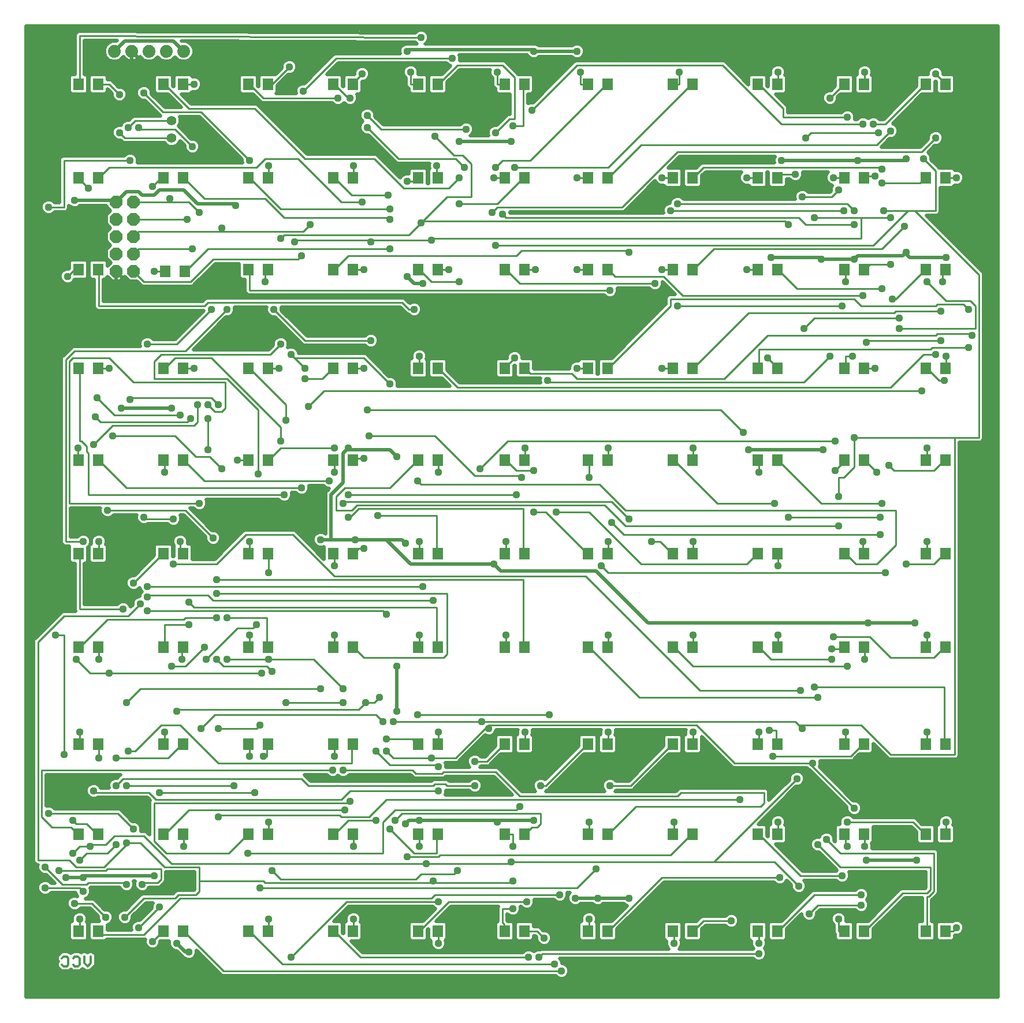
<source format=gbl>
G75*
G70*
%OFA0B0*%
%FSLAX24Y24*%
%IPPOS*%
%LPD*%
%AMOC8*
5,1,8,0,0,1.08239X$1,22.5*
%
%ADD10C,0.0140*%
%ADD11OC8,0.0740*%
%ADD12C,0.0740*%
%ADD13C,0.0560*%
%ADD14R,0.0630X0.0710*%
%ADD15C,0.0200*%
%ADD16C,0.0440*%
%ADD17C,0.0100*%
D10*
X003144Y002472D02*
X003051Y002565D01*
X003144Y002472D02*
X003331Y002472D01*
X003425Y002565D01*
X003425Y002939D01*
X003331Y003032D01*
X003144Y003032D01*
X003051Y002939D01*
X003696Y002939D02*
X003789Y003032D01*
X003976Y003032D01*
X004069Y002939D01*
X004069Y002565D01*
X003976Y002472D01*
X003789Y002472D01*
X003696Y002565D01*
X004340Y002658D02*
X004340Y003032D01*
X004340Y002658D02*
X004527Y002472D01*
X004714Y002658D01*
X004714Y003032D01*
D11*
X006184Y042602D03*
X006184Y043602D03*
X006184Y044602D03*
X006184Y045602D03*
X006184Y046602D03*
X007184Y046602D03*
X007184Y045602D03*
X007184Y044602D03*
X007184Y043602D03*
X007184Y042602D03*
D12*
X007084Y055302D03*
X008084Y055302D03*
X009084Y055302D03*
X010084Y055302D03*
X006084Y055302D03*
D13*
X009384Y051302D03*
X009384Y050302D03*
D14*
X008924Y048002D03*
X010044Y048002D03*
X013824Y048002D03*
X014944Y048002D03*
X018724Y048002D03*
X019844Y048002D03*
X023624Y048002D03*
X024744Y048002D03*
X028624Y048002D03*
X029744Y048002D03*
X033424Y048002D03*
X034544Y048002D03*
X038324Y048002D03*
X039444Y048002D03*
X043224Y048002D03*
X044344Y048002D03*
X048224Y048002D03*
X049344Y048002D03*
X052924Y048002D03*
X054044Y048002D03*
X054044Y042702D03*
X052924Y042702D03*
X049344Y042702D03*
X048224Y042702D03*
X044344Y042702D03*
X043224Y042702D03*
X039444Y042702D03*
X038324Y042702D03*
X034544Y042702D03*
X033424Y042702D03*
X029744Y042702D03*
X028624Y042702D03*
X024744Y042702D03*
X023624Y042702D03*
X019844Y042702D03*
X018724Y042702D03*
X014944Y042702D03*
X013824Y042702D03*
X010144Y042602D03*
X009024Y042602D03*
X005144Y042702D03*
X004024Y042702D03*
X004024Y048002D03*
X005144Y048002D03*
X005144Y053402D03*
X004024Y053402D03*
X008924Y053402D03*
X010044Y053402D03*
X013824Y053402D03*
X014944Y053402D03*
X018724Y053402D03*
X019844Y053402D03*
X023624Y053402D03*
X024744Y053402D03*
X028624Y053402D03*
X029744Y053402D03*
X033424Y053402D03*
X034544Y053402D03*
X038324Y053402D03*
X039444Y053402D03*
X043224Y053402D03*
X044344Y053402D03*
X048224Y053402D03*
X049344Y053402D03*
X052924Y053402D03*
X054044Y053402D03*
X054044Y037002D03*
X052924Y037002D03*
X049344Y037002D03*
X048224Y037002D03*
X044344Y037002D03*
X043224Y037002D03*
X039444Y037002D03*
X038324Y037002D03*
X034544Y037002D03*
X033424Y037002D03*
X029744Y037002D03*
X028624Y037002D03*
X024744Y037002D03*
X023624Y037002D03*
X019844Y037002D03*
X018724Y037002D03*
X014944Y037002D03*
X013824Y037002D03*
X010044Y037002D03*
X008924Y037002D03*
X005144Y037002D03*
X004024Y037002D03*
X004024Y031702D03*
X005144Y031702D03*
X008924Y031702D03*
X010044Y031702D03*
X013824Y031702D03*
X014944Y031702D03*
X018724Y031702D03*
X019844Y031702D03*
X023624Y031702D03*
X024744Y031702D03*
X028624Y031702D03*
X029744Y031702D03*
X033424Y031702D03*
X034544Y031702D03*
X038324Y031702D03*
X039444Y031702D03*
X043224Y031702D03*
X044344Y031702D03*
X048224Y031702D03*
X049344Y031702D03*
X052924Y031702D03*
X054044Y031702D03*
X054044Y026302D03*
X052924Y026302D03*
X049344Y026302D03*
X048224Y026302D03*
X044344Y026302D03*
X043224Y026302D03*
X039444Y026302D03*
X038324Y026302D03*
X034544Y026302D03*
X033424Y026302D03*
X029744Y026302D03*
X028624Y026302D03*
X024744Y026302D03*
X023624Y026302D03*
X019844Y026302D03*
X018724Y026302D03*
X014944Y026302D03*
X013824Y026302D03*
X010044Y026302D03*
X008924Y026302D03*
X005144Y026302D03*
X004024Y026302D03*
X004024Y020902D03*
X005144Y020902D03*
X008924Y020902D03*
X010044Y020902D03*
X013824Y020902D03*
X014944Y020902D03*
X018724Y020902D03*
X019844Y020902D03*
X023624Y020902D03*
X024744Y020902D03*
X028624Y020902D03*
X029744Y020902D03*
X033424Y020902D03*
X034544Y020902D03*
X038324Y020902D03*
X039444Y020902D03*
X043224Y020902D03*
X044344Y020902D03*
X048224Y020902D03*
X049344Y020902D03*
X052924Y020902D03*
X054044Y020902D03*
X054044Y015302D03*
X052924Y015302D03*
X049344Y015302D03*
X048224Y015302D03*
X044344Y015302D03*
X043224Y015302D03*
X039444Y015302D03*
X038324Y015302D03*
X034544Y015302D03*
X033424Y015302D03*
X029744Y015302D03*
X028624Y015302D03*
X024744Y015302D03*
X023624Y015302D03*
X019844Y015302D03*
X018724Y015302D03*
X014944Y015302D03*
X013824Y015302D03*
X010044Y015302D03*
X008924Y015302D03*
X005144Y015302D03*
X004024Y015302D03*
X004024Y010102D03*
X005144Y010102D03*
X008924Y010102D03*
X010044Y010102D03*
X013824Y010102D03*
X014944Y010102D03*
X018724Y010102D03*
X019844Y010102D03*
X023624Y010102D03*
X024744Y010102D03*
X028624Y010102D03*
X029744Y010102D03*
X033424Y010102D03*
X034544Y010102D03*
X038324Y010102D03*
X039444Y010102D03*
X043224Y010102D03*
X044344Y010102D03*
X048224Y010102D03*
X049344Y010102D03*
X052924Y010102D03*
X054044Y010102D03*
X054044Y004502D03*
X052924Y004502D03*
X049344Y004502D03*
X048224Y004502D03*
X044344Y004502D03*
X043224Y004502D03*
X039444Y004502D03*
X038324Y004502D03*
X034544Y004502D03*
X033424Y004502D03*
X029744Y004502D03*
X028624Y004502D03*
X024744Y004502D03*
X023624Y004502D03*
X019844Y004502D03*
X018724Y004502D03*
X014944Y004502D03*
X013824Y004502D03*
X010044Y004502D03*
X008924Y004502D03*
X005144Y004502D03*
X004024Y004502D03*
D15*
X000984Y000702D02*
X000984Y056772D01*
X057076Y056772D01*
X057076Y000702D01*
X000984Y000702D01*
X000984Y000797D02*
X057076Y000797D01*
X057076Y000996D02*
X000984Y000996D01*
X000984Y001194D02*
X057076Y001194D01*
X057076Y001393D02*
X000984Y001393D01*
X000984Y001591D02*
X057076Y001591D01*
X057076Y001790D02*
X032040Y001790D01*
X031971Y001762D02*
X032133Y001829D01*
X032257Y001952D01*
X032324Y002114D01*
X032324Y002289D01*
X032257Y002451D01*
X032133Y002575D01*
X031971Y002642D01*
X031924Y002642D01*
X031924Y002689D01*
X031857Y002851D01*
X031776Y002932D01*
X042931Y002932D01*
X043035Y002829D01*
X043196Y002762D01*
X043371Y002762D01*
X043533Y002829D01*
X043657Y002952D01*
X043724Y003114D01*
X043724Y003289D01*
X043657Y003451D01*
X043606Y003502D01*
X043657Y003552D01*
X043724Y003714D01*
X043724Y003889D01*
X043685Y003982D01*
X043759Y004056D01*
X043759Y004948D01*
X043630Y005076D01*
X042818Y005076D01*
X042689Y004948D01*
X042689Y004056D01*
X042818Y003927D01*
X042859Y003927D01*
X042844Y003889D01*
X042844Y003714D01*
X042911Y003552D01*
X042962Y003502D01*
X042931Y003472D01*
X038676Y003472D01*
X038757Y003552D01*
X038824Y003714D01*
X038824Y003889D01*
X038785Y003982D01*
X038859Y004056D01*
X038859Y004948D01*
X038730Y005076D01*
X037918Y005076D01*
X037789Y004948D01*
X037789Y004056D01*
X037918Y003927D01*
X037959Y003927D01*
X037944Y003889D01*
X037944Y003714D01*
X038011Y003552D01*
X038092Y003472D01*
X030730Y003472D01*
X030658Y003442D01*
X030496Y003442D01*
X030335Y003375D01*
X030284Y003324D01*
X030233Y003375D01*
X030071Y003442D01*
X029896Y003442D01*
X029735Y003375D01*
X029631Y003272D01*
X020396Y003272D01*
X019740Y003927D01*
X020250Y003927D01*
X020379Y004056D01*
X020379Y004948D01*
X020291Y005035D01*
X020324Y005114D01*
X020324Y005289D01*
X020257Y005451D01*
X020133Y005575D01*
X019971Y005642D01*
X019796Y005642D01*
X019635Y005575D01*
X019511Y005451D01*
X019444Y005289D01*
X019444Y005114D01*
X019459Y005076D01*
X019438Y005076D01*
X019309Y004948D01*
X019309Y004358D01*
X019259Y004408D01*
X019259Y004948D01*
X019130Y005076D01*
X018740Y005076D01*
X019596Y005932D01*
X024431Y005932D01*
X024535Y005829D01*
X024601Y005801D01*
X023877Y005076D01*
X023218Y005076D01*
X023089Y004948D01*
X023089Y004056D01*
X023218Y003927D01*
X024030Y003927D01*
X024159Y004056D01*
X024159Y004595D01*
X024209Y004645D01*
X024209Y004056D01*
X024338Y003927D01*
X024359Y003927D01*
X024344Y003889D01*
X024344Y003714D01*
X024411Y003552D01*
X024535Y003429D01*
X024696Y003362D01*
X024871Y003362D01*
X025033Y003429D01*
X025157Y003552D01*
X025224Y003714D01*
X025224Y003889D01*
X025191Y003968D01*
X025279Y004056D01*
X025279Y004948D01*
X025150Y005076D01*
X024640Y005076D01*
X025496Y005932D01*
X028245Y005932D01*
X028214Y005855D01*
X028214Y005748D01*
X028214Y005072D01*
X028089Y004948D01*
X028089Y004056D01*
X028218Y003927D01*
X029030Y003927D01*
X029159Y004056D01*
X029159Y004948D01*
X029030Y005076D01*
X028791Y005076D01*
X028754Y005113D01*
X028754Y005509D01*
X028835Y005429D01*
X028996Y005362D01*
X029171Y005362D01*
X029333Y005429D01*
X029457Y005552D01*
X029524Y005714D01*
X029524Y005889D01*
X029506Y005932D01*
X029531Y005932D01*
X029635Y005829D01*
X029796Y005762D01*
X029971Y005762D01*
X030133Y005829D01*
X030257Y005952D01*
X030324Y006114D01*
X030324Y006289D01*
X030306Y006332D01*
X031431Y006332D01*
X031535Y006229D01*
X031696Y006162D01*
X031871Y006162D01*
X032033Y006229D01*
X032157Y006352D01*
X032224Y006514D01*
X032224Y006689D01*
X032206Y006732D01*
X032392Y006732D01*
X032311Y006651D01*
X032244Y006489D01*
X032244Y006314D01*
X032311Y006152D01*
X032435Y006029D01*
X032596Y005962D01*
X032771Y005962D01*
X032933Y006029D01*
X032986Y006082D01*
X033682Y006082D01*
X033735Y006029D01*
X033896Y005962D01*
X034071Y005962D01*
X034233Y006029D01*
X034286Y006082D01*
X035481Y006082D01*
X035535Y006029D01*
X035672Y005972D01*
X034777Y005076D01*
X034138Y005076D01*
X034009Y004948D01*
X034009Y004056D01*
X034138Y003927D01*
X034950Y003927D01*
X035079Y004056D01*
X035079Y004615D01*
X037796Y007332D01*
X044131Y007332D01*
X044235Y007229D01*
X044396Y007162D01*
X044571Y007162D01*
X044733Y007229D01*
X044857Y007352D01*
X044884Y007419D01*
X045144Y007160D01*
X045144Y007014D01*
X045211Y006852D01*
X045335Y006729D01*
X045496Y006662D01*
X045671Y006662D01*
X045833Y006729D01*
X045957Y006852D01*
X046024Y007014D01*
X046024Y007189D01*
X045957Y007351D01*
X045876Y007432D01*
X047731Y007432D01*
X047835Y007329D01*
X047996Y007262D01*
X048171Y007262D01*
X048333Y007329D01*
X048457Y007452D01*
X048524Y007614D01*
X048524Y007789D01*
X048465Y007932D01*
X052914Y007932D01*
X052914Y007013D01*
X052872Y006972D01*
X051530Y006972D01*
X051431Y006930D01*
X051355Y006854D01*
X049577Y005076D01*
X048938Y005076D01*
X048809Y004948D01*
X048809Y004056D01*
X048938Y003927D01*
X049750Y003927D01*
X049879Y004056D01*
X049879Y004615D01*
X051696Y006432D01*
X052714Y006432D01*
X052714Y005076D01*
X052518Y005076D01*
X052389Y004948D01*
X052389Y004056D01*
X052518Y003927D01*
X053330Y003927D01*
X053459Y004056D01*
X053459Y004948D01*
X053330Y005076D01*
X053254Y005076D01*
X053254Y006290D01*
X053537Y006573D01*
X053613Y006649D01*
X053654Y006748D01*
X053654Y008948D01*
X053654Y009055D01*
X053613Y009154D01*
X053537Y009230D01*
X053437Y009272D01*
X049806Y009272D01*
X049824Y009314D01*
X049824Y009489D01*
X049791Y009568D01*
X049879Y009656D01*
X049879Y010532D01*
X052072Y010532D01*
X052389Y010215D01*
X052389Y009656D01*
X052518Y009527D01*
X053330Y009527D01*
X053459Y009656D01*
X053459Y010548D01*
X053330Y010676D01*
X052691Y010676D01*
X052413Y010954D01*
X052337Y011030D01*
X052237Y011072D01*
X048736Y011072D01*
X048633Y011175D01*
X048471Y011242D01*
X048296Y011242D01*
X048135Y011175D01*
X048011Y011051D01*
X047944Y010889D01*
X047944Y010714D01*
X047959Y010676D01*
X047818Y010676D01*
X047689Y010548D01*
X047689Y009678D01*
X047624Y009743D01*
X047624Y009889D01*
X047557Y010051D01*
X047433Y010175D01*
X047271Y010242D01*
X047096Y010242D01*
X046935Y010175D01*
X046811Y010051D01*
X046766Y009942D01*
X046596Y009942D01*
X046435Y009875D01*
X046311Y009751D01*
X046244Y009589D01*
X046244Y009414D01*
X046311Y009252D01*
X046435Y009129D01*
X046596Y009062D01*
X046742Y009062D01*
X047782Y008022D01*
X047731Y007972D01*
X045796Y007972D01*
X044240Y009527D01*
X044750Y009527D01*
X044879Y009656D01*
X044879Y010548D01*
X044791Y010635D01*
X044824Y010714D01*
X044824Y010889D01*
X044757Y011051D01*
X044633Y011175D01*
X044471Y011242D01*
X044296Y011242D01*
X044135Y011175D01*
X044011Y011051D01*
X043944Y010889D01*
X043944Y010714D01*
X043959Y010676D01*
X043938Y010676D01*
X043809Y010548D01*
X043809Y009958D01*
X043759Y010008D01*
X043759Y010548D01*
X043630Y010676D01*
X043240Y010676D01*
X045426Y012862D01*
X045571Y012862D01*
X045733Y012929D01*
X045857Y013052D01*
X045924Y013214D01*
X045924Y013389D01*
X045857Y013551D01*
X045733Y013675D01*
X045571Y013742D01*
X045396Y013742D01*
X045235Y013675D01*
X045111Y013551D01*
X045044Y013389D01*
X045044Y013243D01*
X043854Y012053D01*
X043854Y012448D01*
X043854Y012555D01*
X043813Y012654D01*
X043737Y012730D01*
X043637Y012772D01*
X038837Y012772D01*
X038730Y012772D01*
X038631Y012730D01*
X038472Y012572D01*
X034976Y012572D01*
X035036Y012632D01*
X035937Y012632D01*
X036037Y012673D01*
X036113Y012749D01*
X038091Y014727D01*
X038730Y014727D01*
X038859Y014856D01*
X038859Y015748D01*
X038730Y015876D01*
X037918Y015876D01*
X037789Y015748D01*
X037789Y015189D01*
X035772Y013172D01*
X035036Y013172D01*
X034933Y013275D01*
X034771Y013342D01*
X034596Y013342D01*
X034435Y013275D01*
X034311Y013151D01*
X034244Y012989D01*
X034244Y012814D01*
X034311Y012652D01*
X034392Y012572D01*
X030976Y012572D01*
X031036Y012632D01*
X031037Y012632D01*
X031137Y012673D01*
X031213Y012749D01*
X033191Y014727D01*
X033830Y014727D01*
X033959Y014856D01*
X033959Y015748D01*
X033830Y015876D01*
X033018Y015876D01*
X032889Y015748D01*
X032889Y015189D01*
X030954Y013254D01*
X030933Y013275D01*
X030771Y013342D01*
X030596Y013342D01*
X030435Y013275D01*
X030311Y013151D01*
X030244Y012989D01*
X030244Y012814D01*
X030311Y012652D01*
X030392Y012572D01*
X029596Y012572D01*
X028313Y013854D01*
X028237Y013930D01*
X028137Y013972D01*
X027176Y013972D01*
X027236Y014032D01*
X027637Y014032D01*
X027737Y014073D01*
X027813Y014149D01*
X028391Y014727D01*
X029030Y014727D01*
X029159Y014856D01*
X029159Y015748D01*
X029030Y015876D01*
X028218Y015876D01*
X028089Y015748D01*
X028089Y015189D01*
X027472Y014572D01*
X027236Y014572D01*
X027133Y014675D01*
X026971Y014742D01*
X026796Y014742D01*
X026635Y014675D01*
X026511Y014551D01*
X026444Y014389D01*
X026444Y014214D01*
X026511Y014052D01*
X026592Y013972D01*
X025224Y013972D01*
X025224Y014089D01*
X025165Y014232D01*
X025837Y014232D01*
X025937Y014273D01*
X026013Y014349D01*
X027476Y015812D01*
X027596Y015762D01*
X027771Y015762D01*
X027933Y015829D01*
X028057Y015952D01*
X028124Y016114D01*
X028124Y016132D01*
X029361Y016132D01*
X029344Y016089D01*
X029344Y015914D01*
X029359Y015876D01*
X029338Y015876D01*
X029209Y015748D01*
X029209Y014856D01*
X029338Y014727D01*
X030150Y014727D01*
X030279Y014856D01*
X030279Y015748D01*
X030191Y015835D01*
X030224Y015914D01*
X030224Y016089D01*
X030206Y016132D01*
X034161Y016132D01*
X034144Y016089D01*
X034144Y015914D01*
X034159Y015876D01*
X034138Y015876D01*
X034009Y015748D01*
X034009Y014856D01*
X034138Y014727D01*
X034950Y014727D01*
X035079Y014856D01*
X035079Y015748D01*
X034991Y015835D01*
X035024Y015914D01*
X035024Y016089D01*
X035006Y016132D01*
X039061Y016132D01*
X039044Y016089D01*
X039044Y015914D01*
X039059Y015876D01*
X039038Y015876D01*
X038909Y015748D01*
X038909Y014856D01*
X039038Y014727D01*
X039850Y014727D01*
X039979Y014856D01*
X039979Y015725D01*
X041731Y013973D01*
X041830Y013932D01*
X041937Y013932D01*
X046032Y013932D01*
X046135Y013829D01*
X046204Y013800D01*
X048344Y011660D01*
X048344Y011514D01*
X048411Y011352D01*
X048535Y011229D01*
X048696Y011162D01*
X048871Y011162D01*
X049033Y011229D01*
X049157Y011352D01*
X049224Y011514D01*
X049224Y011689D01*
X049157Y011851D01*
X049033Y011975D01*
X048871Y012042D01*
X048726Y012042D01*
X046774Y013993D01*
X046824Y014114D01*
X046824Y014289D01*
X046806Y014332D01*
X048637Y014332D01*
X048737Y014373D01*
X048813Y014449D01*
X049091Y014727D01*
X049750Y014727D01*
X049879Y014856D01*
X049879Y015325D01*
X050731Y014473D01*
X050830Y014432D01*
X050937Y014432D01*
X054637Y014432D01*
X054737Y014473D01*
X054813Y014549D01*
X054854Y014648D01*
X054854Y014755D01*
X054854Y032732D01*
X056037Y032732D01*
X056137Y032773D01*
X056213Y032849D01*
X056254Y032948D01*
X056254Y033055D01*
X056254Y042455D01*
X056213Y042554D01*
X056137Y042630D01*
X052936Y045832D01*
X053537Y045832D01*
X053637Y045873D01*
X053713Y045949D01*
X053754Y046048D01*
X053754Y046155D01*
X053754Y047427D01*
X054450Y047427D01*
X054579Y047556D01*
X054579Y047569D01*
X054596Y047562D01*
X054771Y047562D01*
X054933Y047629D01*
X055057Y047752D01*
X055124Y047914D01*
X055124Y048089D01*
X055057Y048251D01*
X054933Y048375D01*
X054771Y048442D01*
X054596Y048442D01*
X054579Y048434D01*
X054579Y048448D01*
X057076Y048448D01*
X057076Y048646D02*
X053621Y048646D01*
X053637Y048630D02*
X053224Y049043D01*
X057076Y049043D01*
X057076Y048845D02*
X053422Y048845D01*
X053224Y049043D02*
X053224Y049189D01*
X053157Y049351D01*
X053036Y049472D01*
X053426Y049862D01*
X053571Y049862D01*
X053733Y049929D01*
X053857Y050052D01*
X053924Y050214D01*
X053924Y050389D01*
X053857Y050551D01*
X053733Y050675D01*
X053571Y050742D01*
X053396Y050742D01*
X053235Y050675D01*
X053111Y050551D01*
X053044Y050389D01*
X053044Y050243D01*
X052572Y049772D01*
X050336Y049772D01*
X050826Y050262D01*
X050971Y050262D01*
X051133Y050329D01*
X051257Y050452D01*
X051324Y050614D01*
X051324Y050789D01*
X051257Y050951D01*
X051133Y051075D01*
X050995Y051131D01*
X052691Y052827D01*
X053330Y052827D01*
X053459Y052956D01*
X053459Y053562D01*
X053509Y053562D01*
X053509Y052956D01*
X053638Y052827D01*
X054450Y052827D01*
X054579Y052956D01*
X054579Y053848D01*
X054450Y053976D01*
X053924Y053976D01*
X053924Y054089D01*
X053857Y054251D01*
X053733Y054375D01*
X053571Y054442D01*
X053396Y054442D01*
X053235Y054375D01*
X053111Y054251D01*
X053044Y054089D01*
X053044Y053976D01*
X052518Y053976D01*
X052389Y053848D01*
X052389Y053289D01*
X050472Y051372D01*
X050236Y051372D01*
X050133Y051475D01*
X049971Y051542D01*
X049796Y051542D01*
X049635Y051475D01*
X049584Y051424D01*
X049533Y051475D01*
X049371Y051542D01*
X049196Y051542D01*
X049035Y051475D01*
X048931Y051372D01*
X048806Y051372D01*
X048824Y051414D01*
X048824Y051589D01*
X048757Y051751D01*
X048633Y051875D01*
X048471Y051942D01*
X048296Y051942D01*
X048135Y051875D01*
X048031Y051772D01*
X044954Y051772D01*
X044954Y052055D01*
X044913Y052154D01*
X044837Y052230D01*
X044240Y052827D01*
X044750Y052827D01*
X044879Y052956D01*
X044879Y053848D01*
X044791Y053935D01*
X044824Y054014D01*
X044824Y054189D01*
X044757Y054351D01*
X044633Y054475D01*
X044471Y054542D01*
X044296Y054542D01*
X044135Y054475D01*
X044011Y054351D01*
X043944Y054189D01*
X043944Y054014D01*
X043959Y053976D01*
X043938Y053976D01*
X043809Y053848D01*
X043809Y053258D01*
X043759Y053308D01*
X043759Y053848D01*
X043630Y053976D01*
X042818Y053976D01*
X042689Y053848D01*
X042689Y053378D01*
X041337Y054730D01*
X041237Y054772D01*
X041130Y054772D01*
X032730Y054772D01*
X032631Y054730D01*
X032555Y054654D01*
X030242Y052342D01*
X030096Y052342D01*
X029954Y052283D01*
X029954Y052827D01*
X030150Y052827D01*
X030279Y052956D01*
X030279Y053848D01*
X030150Y053976D01*
X029391Y053976D01*
X029337Y054030D01*
X028637Y054730D01*
X028537Y054772D01*
X028430Y054772D01*
X026006Y054772D01*
X026024Y054814D01*
X026024Y054989D01*
X025985Y055082D01*
X029899Y055082D01*
X029911Y055052D01*
X030035Y054929D01*
X030196Y054862D01*
X030371Y054862D01*
X030533Y054929D01*
X030586Y054982D01*
X032482Y054982D01*
X032535Y054929D01*
X032696Y054862D01*
X032871Y054862D01*
X033033Y054929D01*
X033157Y055052D01*
X033224Y055214D01*
X033224Y055389D01*
X033157Y055551D01*
X033033Y055675D01*
X032871Y055742D01*
X032696Y055742D01*
X032535Y055675D01*
X032482Y055622D01*
X030586Y055622D01*
X030533Y055675D01*
X030371Y055742D01*
X030196Y055742D01*
X030148Y055722D01*
X030120Y055722D01*
X024016Y055722D01*
X024033Y055729D01*
X024157Y055852D01*
X024224Y056014D01*
X024224Y056189D01*
X024157Y056351D01*
X024033Y056475D01*
X023871Y056542D01*
X023696Y056542D01*
X023535Y056475D01*
X023433Y056373D01*
X004138Y056471D01*
X004137Y056472D01*
X004086Y056472D01*
X004031Y056472D01*
X004031Y056472D01*
X004030Y056472D01*
X003983Y056452D01*
X003932Y056431D01*
X003931Y056431D01*
X003931Y056430D01*
X003896Y056395D01*
X003856Y056356D01*
X003855Y056355D01*
X003855Y056354D01*
X003835Y056306D01*
X003814Y056257D01*
X003814Y056256D01*
X003814Y056255D01*
X003814Y056203D01*
X003814Y056149D01*
X003814Y053976D01*
X003618Y053976D01*
X003489Y053848D01*
X003489Y052956D01*
X003618Y052827D01*
X004430Y052827D01*
X004559Y052956D01*
X004559Y053848D01*
X004430Y053976D01*
X004354Y053976D01*
X004354Y055930D01*
X006250Y055921D01*
X006215Y055886D01*
X006201Y055892D01*
X005966Y055892D01*
X005750Y055802D01*
X005584Y055636D01*
X005494Y055419D01*
X005494Y055184D01*
X005584Y054967D01*
X005750Y054801D01*
X005751Y054801D02*
X004354Y054801D01*
X004354Y055000D02*
X005570Y055000D01*
X005494Y055198D02*
X004354Y055198D01*
X004354Y055397D02*
X005494Y055397D01*
X005567Y055595D02*
X004354Y055595D01*
X004354Y055794D02*
X005742Y055794D01*
X006084Y055302D02*
X006684Y055902D01*
X009484Y055902D01*
X010084Y055302D01*
X010601Y055595D02*
X022655Y055595D01*
X022611Y055551D02*
X022544Y055389D01*
X022544Y055214D01*
X022561Y055172D01*
X018830Y055172D01*
X018731Y055130D01*
X018655Y055054D01*
X017042Y053442D01*
X016896Y053442D01*
X016735Y053375D01*
X016611Y053251D01*
X016544Y053089D01*
X016544Y052914D01*
X016561Y052872D01*
X015395Y052872D01*
X015479Y052956D01*
X015479Y053315D01*
X016126Y053962D01*
X016271Y053962D01*
X016433Y054029D01*
X016557Y054152D01*
X016624Y054314D01*
X016624Y054489D01*
X016557Y054651D01*
X016433Y054775D01*
X016271Y054842D01*
X016096Y054842D01*
X015935Y054775D01*
X015811Y054651D01*
X015744Y054489D01*
X015744Y054343D01*
X015363Y053963D01*
X015350Y053976D01*
X014538Y053976D01*
X014409Y053848D01*
X014409Y053258D01*
X014359Y053308D01*
X014359Y053848D01*
X014230Y053976D01*
X013418Y053976D01*
X013289Y053848D01*
X013289Y052956D01*
X013418Y052827D01*
X014077Y052827D01*
X014455Y052449D01*
X014531Y052373D01*
X014630Y052332D01*
X018632Y052332D01*
X018735Y052229D01*
X018896Y052162D01*
X019071Y052162D01*
X019233Y052229D01*
X019334Y052329D01*
X019435Y052229D01*
X019596Y052162D01*
X019771Y052162D01*
X019933Y052229D01*
X020057Y052352D01*
X020124Y052514D01*
X020124Y052689D01*
X020067Y052827D01*
X020250Y052827D01*
X020379Y052956D01*
X020379Y053562D01*
X020471Y053562D01*
X020633Y053629D01*
X020757Y053752D01*
X020824Y053914D01*
X020824Y054089D01*
X020757Y054251D01*
X020633Y054375D01*
X020471Y054442D01*
X020296Y054442D01*
X020135Y054375D01*
X020011Y054251D01*
X019944Y054089D01*
X019944Y053976D01*
X019438Y053976D01*
X019309Y053848D01*
X019309Y053258D01*
X019259Y053308D01*
X019259Y053848D01*
X019130Y053976D01*
X018340Y053976D01*
X018996Y054632D01*
X025231Y054632D01*
X025335Y054529D01*
X025472Y054472D01*
X024977Y053976D01*
X024338Y053976D01*
X024209Y053848D01*
X024209Y052956D01*
X024338Y052827D01*
X025150Y052827D01*
X025279Y052956D01*
X025279Y053515D01*
X025996Y054232D01*
X027761Y054232D01*
X027744Y054189D01*
X027744Y054014D01*
X027811Y053852D01*
X027914Y053749D01*
X027914Y053455D01*
X027914Y053348D01*
X027955Y053249D01*
X028031Y053173D01*
X028089Y053149D01*
X028089Y052956D01*
X028218Y052827D01*
X028914Y052827D01*
X028914Y051672D01*
X028830Y051672D01*
X028731Y051630D01*
X028142Y051042D01*
X027996Y051042D01*
X027835Y050975D01*
X027711Y050851D01*
X027644Y050689D01*
X027644Y050514D01*
X027682Y050422D01*
X026616Y050422D01*
X026633Y050429D01*
X026757Y050552D01*
X026824Y050714D01*
X026824Y050889D01*
X026757Y051051D01*
X026633Y051175D01*
X026471Y051242D01*
X026296Y051242D01*
X026135Y051175D01*
X026031Y051072D01*
X021596Y051072D01*
X021124Y051543D01*
X021124Y051689D01*
X021057Y051851D01*
X020933Y051975D01*
X020771Y052042D01*
X020596Y052042D01*
X020435Y051975D01*
X020311Y051851D01*
X020244Y051689D01*
X020244Y051514D01*
X020311Y051352D01*
X020412Y051252D01*
X020311Y051151D01*
X020244Y050989D01*
X020244Y050814D01*
X020311Y050652D01*
X020435Y050529D01*
X020596Y050462D01*
X020742Y050462D01*
X022331Y048873D01*
X022430Y048832D01*
X022537Y048832D01*
X024261Y048832D01*
X024244Y048789D01*
X024244Y048614D01*
X024282Y048521D01*
X024209Y048448D01*
X024159Y048448D01*
X024030Y048576D01*
X023218Y048576D01*
X023089Y048448D01*
X022120Y048448D01*
X022318Y048249D02*
X023089Y048249D01*
X023089Y048234D02*
X023071Y048242D01*
X022896Y048242D01*
X022735Y048175D01*
X022611Y048051D01*
X022583Y047984D01*
X021237Y049330D01*
X021137Y049372D01*
X021030Y049372D01*
X017196Y049372D01*
X014337Y052230D01*
X014237Y052272D01*
X014130Y052272D01*
X010496Y052272D01*
X009940Y052827D01*
X010450Y052827D01*
X010579Y052956D01*
X010579Y052969D01*
X010596Y052962D01*
X010771Y052962D01*
X010933Y053029D01*
X011057Y053152D01*
X011124Y053314D01*
X011124Y053489D01*
X011057Y053651D01*
X010933Y053775D01*
X010771Y053842D01*
X010596Y053842D01*
X010579Y053834D01*
X010579Y053848D01*
X010450Y053976D01*
X009638Y053976D01*
X009509Y053848D01*
X009509Y053258D01*
X009459Y053308D01*
X009459Y053848D01*
X009330Y053976D01*
X008518Y053976D01*
X008389Y053848D01*
X008389Y052956D01*
X008518Y052827D01*
X009177Y052827D01*
X009932Y052072D01*
X008996Y052072D01*
X008224Y052843D01*
X008224Y052989D01*
X008157Y053151D01*
X008033Y053275D01*
X007871Y053342D01*
X007696Y053342D01*
X007535Y053275D01*
X007411Y053151D01*
X007344Y052989D01*
X007344Y052814D01*
X007411Y052652D01*
X007535Y052529D01*
X007696Y052462D01*
X007842Y052462D01*
X008655Y051649D01*
X008731Y051573D01*
X008734Y051572D01*
X007230Y051572D01*
X007131Y051530D01*
X007055Y051454D01*
X006942Y051342D01*
X006796Y051342D01*
X006635Y051275D01*
X006511Y051151D01*
X006466Y051042D01*
X006296Y051042D01*
X006135Y050975D01*
X006011Y050851D01*
X005944Y050689D01*
X005944Y050514D01*
X006011Y050352D01*
X006135Y050229D01*
X006296Y050162D01*
X006442Y050162D01*
X006455Y050149D01*
X006531Y050073D01*
X006630Y050032D01*
X008954Y050032D01*
X008960Y050018D01*
X009101Y049878D01*
X009284Y049802D01*
X009483Y049802D01*
X009667Y049878D01*
X009808Y050018D01*
X009860Y050144D01*
X010144Y049860D01*
X010144Y049714D01*
X010211Y049552D01*
X010335Y049429D01*
X010496Y049362D01*
X010671Y049362D01*
X010833Y049429D01*
X010957Y049552D01*
X011024Y049714D01*
X011024Y049889D01*
X010957Y050051D01*
X010833Y050175D01*
X010671Y050242D01*
X010526Y050242D01*
X009778Y050989D01*
X009808Y051018D01*
X009884Y051202D01*
X009884Y051401D01*
X009830Y051532D01*
X010972Y051532D01*
X013444Y049060D01*
X013444Y048914D01*
X013461Y048872D01*
X007406Y048872D01*
X007424Y048914D01*
X007424Y049089D01*
X007357Y049251D01*
X007233Y049375D01*
X007071Y049442D01*
X006896Y049442D01*
X006735Y049375D01*
X006631Y049272D01*
X003237Y049272D01*
X003130Y049272D01*
X003031Y049230D01*
X002955Y049154D01*
X002914Y049055D01*
X002914Y046572D01*
X002636Y046572D01*
X002533Y046675D01*
X002371Y046742D01*
X002196Y046742D01*
X002035Y046675D01*
X001911Y046551D01*
X001844Y046389D01*
X001844Y046214D01*
X001911Y046052D01*
X002035Y045929D01*
X002196Y045862D01*
X002371Y045862D01*
X002533Y045929D01*
X002636Y046032D01*
X003237Y046032D01*
X003337Y046073D01*
X003413Y046149D01*
X003454Y046248D01*
X003454Y046355D01*
X003454Y046409D01*
X003535Y046329D01*
X003696Y046262D01*
X003871Y046262D01*
X004033Y046329D01*
X004086Y046382D01*
X005594Y046382D01*
X005594Y046357D01*
X005849Y046102D01*
X005594Y045846D01*
X005594Y045357D01*
X005849Y045102D01*
X005594Y044846D01*
X005594Y044357D01*
X005849Y044102D01*
X005594Y043846D01*
X005594Y043357D01*
X005864Y043087D01*
X005679Y042902D01*
X005679Y043148D01*
X005550Y043276D01*
X004738Y043276D01*
X004609Y043148D01*
X004609Y042256D01*
X004738Y042127D01*
X004914Y042127D01*
X004914Y040655D01*
X004914Y040548D01*
X004955Y040449D01*
X005031Y040373D01*
X005130Y040332D01*
X011230Y040332D01*
X011232Y040332D01*
X009572Y038672D01*
X008336Y038672D01*
X008233Y038775D01*
X008071Y038842D01*
X007896Y038842D01*
X007735Y038775D01*
X007611Y038651D01*
X007544Y038489D01*
X007544Y038314D01*
X007561Y038272D01*
X003837Y038272D01*
X003730Y038272D01*
X003631Y038230D01*
X003131Y037730D01*
X003055Y037654D01*
X003014Y037555D01*
X003014Y027055D01*
X003014Y026948D01*
X003055Y026849D01*
X003131Y026773D01*
X003230Y026732D01*
X003489Y026732D01*
X003489Y025856D01*
X003618Y025727D01*
X003814Y025727D01*
X003814Y023048D01*
X003845Y022972D01*
X003237Y022972D01*
X003130Y022972D01*
X003031Y022930D01*
X001531Y021430D01*
X001455Y021354D01*
X001414Y021255D01*
X001414Y008655D01*
X001414Y008548D01*
X001455Y008449D01*
X001531Y008373D01*
X001630Y008332D01*
X001661Y008332D01*
X001644Y008289D01*
X001644Y008114D01*
X001711Y007952D01*
X001835Y007829D01*
X001996Y007762D01*
X002142Y007762D01*
X002632Y007272D01*
X002436Y007272D01*
X002333Y007375D01*
X002171Y007442D01*
X001996Y007442D01*
X001835Y007375D01*
X001711Y007251D01*
X001644Y007089D01*
X001644Y006914D01*
X001711Y006752D01*
X001835Y006629D01*
X001996Y006562D01*
X002171Y006562D01*
X002333Y006629D01*
X002436Y006732D01*
X003844Y006732D01*
X003844Y006714D01*
X003911Y006552D01*
X003957Y006506D01*
X003871Y006542D01*
X003696Y006542D01*
X003535Y006475D01*
X003411Y006351D01*
X003344Y006189D01*
X003344Y006014D01*
X003411Y005852D01*
X003535Y005729D01*
X003696Y005662D01*
X003871Y005662D01*
X004033Y005729D01*
X004136Y005832D01*
X004672Y005832D01*
X005144Y005360D01*
X005144Y005214D01*
X005201Y005076D01*
X004738Y005076D01*
X004609Y004948D01*
X004609Y004056D01*
X004738Y003927D01*
X005550Y003927D01*
X005655Y004032D01*
X007730Y004032D01*
X007837Y004032D01*
X007866Y004044D01*
X007844Y003989D01*
X007844Y003814D01*
X007911Y003652D01*
X008035Y003529D01*
X008196Y003462D01*
X008371Y003462D01*
X008533Y003529D01*
X008657Y003652D01*
X008724Y003814D01*
X008724Y003927D01*
X009259Y003927D01*
X009244Y003889D01*
X009244Y003714D01*
X009311Y003552D01*
X009435Y003429D01*
X009596Y003362D01*
X009671Y003362D01*
X009912Y003120D01*
X010002Y003030D01*
X010054Y003009D01*
X010135Y002929D01*
X010296Y002862D01*
X010471Y002862D01*
X010633Y002929D01*
X010757Y003052D01*
X010824Y003214D01*
X010824Y003380D01*
X012155Y002049D01*
X012155Y002049D01*
X012231Y001973D01*
X012330Y001932D01*
X031531Y001932D01*
X031635Y001829D01*
X031796Y001762D01*
X031971Y001762D01*
X031728Y001790D02*
X000984Y001790D01*
X000984Y001988D02*
X012215Y001988D01*
X012017Y002187D02*
X004598Y002187D01*
X004585Y002182D02*
X004691Y002226D01*
X004773Y002307D01*
X004960Y002494D01*
X005004Y002601D01*
X005004Y002716D01*
X005004Y003090D01*
X004960Y003196D01*
X004878Y003278D01*
X004771Y003322D01*
X004656Y003322D01*
X004549Y003278D01*
X004527Y003255D01*
X004504Y003278D01*
X004398Y003322D01*
X004282Y003322D01*
X004176Y003278D01*
X004158Y003260D01*
X004143Y003275D01*
X004140Y003278D01*
X004097Y003296D01*
X004034Y003322D01*
X003918Y003322D01*
X003731Y003322D01*
X003670Y003296D01*
X003625Y003278D01*
X003560Y003213D01*
X003498Y003275D01*
X003496Y003278D01*
X003496Y003278D01*
X003452Y003296D01*
X003389Y003322D01*
X003274Y003322D01*
X003087Y003322D01*
X003087Y003322D01*
X003025Y003296D01*
X002980Y003278D01*
X002899Y003196D01*
X002805Y003103D01*
X002761Y002996D01*
X002761Y002881D01*
X002805Y002774D01*
X002828Y002752D01*
X002805Y002729D01*
X002761Y002623D01*
X002761Y002507D01*
X002805Y002401D01*
X002980Y002226D01*
X003087Y002182D01*
X003202Y002182D01*
X003389Y002182D01*
X003496Y002226D01*
X003560Y002290D01*
X003625Y002226D01*
X003731Y002182D01*
X003847Y002182D01*
X004034Y002182D01*
X004140Y002226D01*
X004222Y002307D01*
X004251Y002337D01*
X004363Y002226D01*
X004469Y002182D01*
X004585Y002182D01*
X004456Y002187D02*
X004047Y002187D01*
X003718Y002187D02*
X003402Y002187D01*
X003074Y002187D02*
X000984Y002187D01*
X000984Y002386D02*
X002820Y002386D01*
X002761Y002584D02*
X000984Y002584D01*
X000984Y002783D02*
X002802Y002783D01*
X002761Y002981D02*
X000984Y002981D01*
X000984Y003180D02*
X002882Y003180D01*
X002899Y003196D02*
X002899Y003196D01*
X003731Y003322D02*
X003731Y003322D01*
X004140Y003278D02*
X004140Y003278D01*
X004430Y003927D02*
X003618Y003927D01*
X003489Y004056D01*
X003489Y004948D01*
X003618Y005076D01*
X003659Y005076D01*
X003644Y005114D01*
X003644Y005289D01*
X003711Y005451D01*
X003835Y005575D01*
X003996Y005642D01*
X004171Y005642D01*
X004333Y005575D01*
X004457Y005451D01*
X004524Y005289D01*
X004524Y005114D01*
X004485Y005021D01*
X004559Y004948D01*
X004559Y004056D01*
X004430Y003927D01*
X004477Y003974D02*
X004690Y003974D01*
X004609Y004172D02*
X004559Y004172D01*
X004559Y004371D02*
X004609Y004371D01*
X004609Y004570D02*
X004559Y004570D01*
X004559Y004768D02*
X004609Y004768D01*
X004628Y004967D02*
X004540Y004967D01*
X004524Y005165D02*
X005164Y005165D01*
X005140Y005364D02*
X004493Y005364D01*
X004345Y005562D02*
X004941Y005562D01*
X004743Y005761D02*
X004065Y005761D01*
X003822Y005562D02*
X000984Y005562D01*
X000984Y005364D02*
X003675Y005364D01*
X003644Y005165D02*
X000984Y005165D01*
X000984Y004967D02*
X003508Y004967D01*
X003489Y004768D02*
X000984Y004768D01*
X000984Y004570D02*
X003489Y004570D01*
X003489Y004371D02*
X000984Y004371D01*
X000984Y004172D02*
X003489Y004172D01*
X003571Y003974D02*
X000984Y003974D01*
X000984Y003775D02*
X007860Y003775D01*
X007844Y003974D02*
X005597Y003974D01*
X005679Y004572D02*
X005679Y004865D01*
X005833Y004929D01*
X005957Y005052D01*
X006024Y005214D01*
X006024Y005389D01*
X005957Y005551D01*
X005833Y005675D01*
X005671Y005742D01*
X005526Y005742D01*
X005013Y006254D01*
X004937Y006330D01*
X004837Y006372D01*
X004395Y006372D01*
X004533Y006429D01*
X004657Y006552D01*
X004724Y006714D01*
X004724Y006889D01*
X004674Y007010D01*
X004696Y007032D01*
X006378Y007032D01*
X006411Y006952D01*
X004698Y006952D01*
X004724Y006754D02*
X009554Y006754D01*
X009555Y006754D02*
X009472Y006672D01*
X007730Y006672D01*
X007631Y006630D01*
X007555Y006554D01*
X006742Y005742D01*
X006596Y005742D01*
X006435Y005675D01*
X006311Y005551D01*
X006244Y005389D01*
X006244Y005214D01*
X006311Y005052D01*
X006435Y004929D01*
X006596Y004862D01*
X006771Y004862D01*
X006933Y004929D01*
X007057Y005052D01*
X007124Y005214D01*
X007124Y005360D01*
X007896Y006132D01*
X008303Y006132D01*
X008244Y005989D01*
X008244Y005843D01*
X007542Y005142D01*
X007396Y005142D01*
X007235Y005075D01*
X007111Y004951D01*
X007044Y004789D01*
X007044Y004614D01*
X007061Y004572D01*
X005679Y004572D01*
X005679Y004768D02*
X007044Y004768D01*
X006971Y004967D02*
X007127Y004967D01*
X007104Y005165D02*
X007566Y005165D01*
X007764Y005364D02*
X007128Y005364D01*
X007326Y005562D02*
X007963Y005562D01*
X008161Y005761D02*
X007525Y005761D01*
X007723Y005959D02*
X008244Y005959D01*
X008084Y006702D02*
X008284Y006902D01*
X008384Y007002D01*
X010584Y007002D01*
X010714Y006952D02*
X008056Y006952D01*
X008057Y006952D02*
X008090Y007032D01*
X008530Y007032D01*
X008637Y007032D01*
X008737Y007073D01*
X008937Y007273D01*
X009013Y007349D01*
X010714Y007349D01*
X010714Y007348D02*
X010714Y006913D01*
X010672Y006872D01*
X009730Y006872D01*
X009631Y006830D01*
X009555Y006754D01*
X009555Y006754D01*
X009013Y007349D02*
X009054Y007448D01*
X009054Y007932D01*
X010714Y007932D01*
X010714Y007455D01*
X010714Y007348D01*
X010714Y007151D02*
X008815Y007151D01*
X009054Y007548D02*
X010714Y007548D01*
X010714Y007746D02*
X009054Y007746D01*
X008384Y007702D02*
X004384Y007702D01*
X004284Y007602D01*
X003284Y007602D01*
X002554Y007349D02*
X002358Y007349D01*
X002356Y007548D02*
X000984Y007548D01*
X000984Y007746D02*
X002157Y007746D01*
X001718Y007945D02*
X000984Y007945D01*
X000984Y008143D02*
X001644Y008143D01*
X001605Y008342D02*
X000984Y008342D01*
X000984Y008540D02*
X001417Y008540D01*
X001414Y008739D02*
X000984Y008739D01*
X000984Y008937D02*
X001414Y008937D01*
X001414Y009136D02*
X000984Y009136D01*
X000984Y009335D02*
X001414Y009335D01*
X001414Y009533D02*
X000984Y009533D01*
X000984Y009732D02*
X001414Y009732D01*
X001414Y009930D02*
X000984Y009930D01*
X000984Y010129D02*
X001414Y010129D01*
X001414Y010327D02*
X000984Y010327D01*
X000984Y010526D02*
X001414Y010526D01*
X001414Y010724D02*
X000984Y010724D01*
X000984Y010923D02*
X001414Y010923D01*
X001414Y011121D02*
X000984Y011121D01*
X000984Y011320D02*
X001414Y011320D01*
X001414Y011519D02*
X000984Y011519D01*
X000984Y011717D02*
X001414Y011717D01*
X001414Y011916D02*
X000984Y011916D01*
X000984Y012114D02*
X001414Y012114D01*
X001414Y012313D02*
X000984Y012313D01*
X000984Y012511D02*
X001414Y012511D01*
X001414Y012710D02*
X000984Y012710D01*
X000984Y012908D02*
X001414Y012908D01*
X001414Y013107D02*
X000984Y013107D01*
X000984Y013305D02*
X001414Y013305D01*
X001414Y013504D02*
X000984Y013504D01*
X000984Y013703D02*
X001414Y013703D01*
X001414Y013901D02*
X000984Y013901D01*
X000984Y014100D02*
X001414Y014100D01*
X001414Y014298D02*
X000984Y014298D01*
X000984Y014497D02*
X001414Y014497D01*
X001414Y014695D02*
X000984Y014695D01*
X000984Y014894D02*
X001414Y014894D01*
X001414Y015092D02*
X000984Y015092D01*
X000984Y015291D02*
X001414Y015291D01*
X001414Y015489D02*
X000984Y015489D01*
X000984Y015688D02*
X001414Y015688D01*
X001414Y015886D02*
X000984Y015886D01*
X000984Y016085D02*
X001414Y016085D01*
X001414Y016284D02*
X000984Y016284D01*
X000984Y016482D02*
X001414Y016482D01*
X001414Y016681D02*
X000984Y016681D01*
X000984Y016879D02*
X001414Y016879D01*
X001414Y017078D02*
X000984Y017078D01*
X000984Y017276D02*
X001414Y017276D01*
X001414Y017475D02*
X000984Y017475D01*
X000984Y017673D02*
X001414Y017673D01*
X001414Y017872D02*
X000984Y017872D01*
X000984Y018070D02*
X001414Y018070D01*
X001414Y018269D02*
X000984Y018269D01*
X000984Y018468D02*
X001414Y018468D01*
X001414Y018666D02*
X000984Y018666D01*
X000984Y018865D02*
X001414Y018865D01*
X001414Y019063D02*
X000984Y019063D01*
X000984Y019262D02*
X001414Y019262D01*
X001414Y019460D02*
X000984Y019460D01*
X000984Y019659D02*
X001414Y019659D01*
X001414Y019857D02*
X000984Y019857D01*
X000984Y020056D02*
X001414Y020056D01*
X001414Y020254D02*
X000984Y020254D01*
X000984Y020453D02*
X001414Y020453D01*
X001414Y020652D02*
X000984Y020652D01*
X000984Y020850D02*
X001414Y020850D01*
X001414Y021049D02*
X000984Y021049D01*
X000984Y021247D02*
X001414Y021247D01*
X001546Y021446D02*
X000984Y021446D01*
X000984Y021644D02*
X001745Y021644D01*
X001943Y021843D02*
X000984Y021843D01*
X000984Y022041D02*
X002142Y022041D01*
X002340Y022240D02*
X000984Y022240D01*
X000984Y022438D02*
X002539Y022438D01*
X002737Y022637D02*
X000984Y022637D01*
X000984Y022836D02*
X002936Y022836D01*
X003819Y023034D02*
X000984Y023034D01*
X000984Y023233D02*
X003814Y023233D01*
X003814Y023431D02*
X000984Y023431D01*
X000984Y023630D02*
X003814Y023630D01*
X003814Y023828D02*
X000984Y023828D01*
X000984Y024027D02*
X003814Y024027D01*
X003814Y024225D02*
X000984Y024225D01*
X000984Y024424D02*
X003814Y024424D01*
X003814Y024622D02*
X000984Y024622D01*
X000984Y024821D02*
X003814Y024821D01*
X003814Y025019D02*
X000984Y025019D01*
X000984Y025218D02*
X003814Y025218D01*
X003814Y025417D02*
X000984Y025417D01*
X000984Y025615D02*
X003814Y025615D01*
X003531Y025814D02*
X000984Y025814D01*
X000984Y026012D02*
X003489Y026012D01*
X003489Y026211D02*
X000984Y026211D01*
X000984Y026409D02*
X003489Y026409D01*
X003489Y026608D02*
X000984Y026608D01*
X000984Y026806D02*
X003097Y026806D01*
X003014Y027005D02*
X000984Y027005D01*
X000984Y027203D02*
X003014Y027203D01*
X003014Y027402D02*
X000984Y027402D01*
X000984Y027601D02*
X003014Y027601D01*
X003014Y027799D02*
X000984Y027799D01*
X000984Y027998D02*
X003014Y027998D01*
X003014Y028196D02*
X000984Y028196D01*
X000984Y028395D02*
X003014Y028395D01*
X003014Y028593D02*
X000984Y028593D01*
X000984Y028792D02*
X003014Y028792D01*
X003014Y028990D02*
X000984Y028990D01*
X000984Y029189D02*
X003014Y029189D01*
X003014Y029387D02*
X000984Y029387D01*
X000984Y029586D02*
X003014Y029586D01*
X003014Y029785D02*
X000984Y029785D01*
X000984Y029983D02*
X003014Y029983D01*
X003014Y030182D02*
X000984Y030182D01*
X000984Y030380D02*
X003014Y030380D01*
X003014Y030579D02*
X000984Y030579D01*
X000984Y030777D02*
X003014Y030777D01*
X003014Y030976D02*
X000984Y030976D01*
X000984Y031174D02*
X003014Y031174D01*
X003014Y031373D02*
X000984Y031373D01*
X000984Y031571D02*
X003014Y031571D01*
X003014Y031770D02*
X000984Y031770D01*
X000984Y031969D02*
X003014Y031969D01*
X003014Y032167D02*
X000984Y032167D01*
X000984Y032366D02*
X003014Y032366D01*
X003014Y032564D02*
X000984Y032564D01*
X000984Y032763D02*
X003014Y032763D01*
X003014Y032961D02*
X000984Y032961D01*
X000984Y033160D02*
X003014Y033160D01*
X003014Y033358D02*
X000984Y033358D01*
X000984Y033557D02*
X003014Y033557D01*
X003014Y033755D02*
X000984Y033755D01*
X000984Y033954D02*
X003014Y033954D01*
X003014Y034152D02*
X000984Y034152D01*
X000984Y034351D02*
X003014Y034351D01*
X003014Y034550D02*
X000984Y034550D01*
X000984Y034748D02*
X003014Y034748D01*
X003014Y034947D02*
X000984Y034947D01*
X000984Y035145D02*
X003014Y035145D01*
X003014Y035344D02*
X000984Y035344D01*
X000984Y035542D02*
X003014Y035542D01*
X003014Y035741D02*
X000984Y035741D01*
X000984Y035939D02*
X003014Y035939D01*
X003014Y036138D02*
X000984Y036138D01*
X000984Y036336D02*
X003014Y036336D01*
X003014Y036535D02*
X000984Y036535D01*
X000984Y036734D02*
X003014Y036734D01*
X003014Y036932D02*
X000984Y036932D01*
X000984Y037131D02*
X003014Y037131D01*
X003014Y037329D02*
X000984Y037329D01*
X000984Y037528D02*
X003014Y037528D01*
X003127Y037726D02*
X000984Y037726D01*
X000984Y037925D02*
X003325Y037925D01*
X003524Y038123D02*
X000984Y038123D01*
X000984Y038322D02*
X007544Y038322D01*
X007557Y038520D02*
X000984Y038520D01*
X000984Y038719D02*
X007679Y038719D01*
X008289Y038719D02*
X009619Y038719D01*
X009818Y038918D02*
X000984Y038918D01*
X000984Y039116D02*
X010016Y039116D01*
X010215Y039315D02*
X000984Y039315D01*
X000984Y039513D02*
X010414Y039513D01*
X010612Y039712D02*
X000984Y039712D01*
X000984Y039910D02*
X010811Y039910D01*
X011009Y040109D02*
X000984Y040109D01*
X000984Y040307D02*
X011208Y040307D01*
X011172Y040872D02*
X005454Y040872D01*
X005454Y042127D01*
X005550Y042127D01*
X005679Y042256D01*
X005679Y042301D01*
X005948Y042032D01*
X006184Y042032D01*
X006420Y042032D01*
X006670Y042281D01*
X006939Y042012D01*
X007392Y042012D01*
X007631Y041773D01*
X007730Y041732D01*
X007837Y041732D01*
X010537Y041732D01*
X010637Y041773D01*
X010713Y041849D01*
X011896Y043032D01*
X013289Y043032D01*
X013289Y042256D01*
X013418Y042127D01*
X013614Y042127D01*
X013614Y041555D01*
X013614Y041448D01*
X013655Y041349D01*
X013731Y041273D01*
X013830Y041232D01*
X034331Y041232D01*
X034435Y041129D01*
X034596Y041062D01*
X034771Y041062D01*
X034933Y041129D01*
X035057Y041252D01*
X035124Y041414D01*
X035124Y041589D01*
X035106Y041632D01*
X036931Y041632D01*
X037035Y041529D01*
X037196Y041462D01*
X037371Y041462D01*
X037533Y041529D01*
X037657Y041652D01*
X037724Y041814D01*
X037724Y041980D01*
X038432Y041272D01*
X038130Y041272D01*
X038031Y041230D01*
X037955Y041154D01*
X037914Y041055D01*
X037914Y040948D01*
X037914Y040713D01*
X034777Y037576D01*
X034138Y037576D01*
X034009Y037448D01*
X034009Y036672D01*
X033959Y036672D01*
X033959Y037448D01*
X033830Y037576D01*
X033018Y037576D01*
X032889Y037448D01*
X032889Y037434D01*
X032871Y037442D01*
X032696Y037442D01*
X032535Y037375D01*
X032411Y037251D01*
X032344Y037089D01*
X032344Y036972D01*
X030279Y036972D01*
X030279Y037448D01*
X030150Y037576D01*
X029624Y037576D01*
X029624Y037689D01*
X029557Y037851D01*
X029433Y037975D01*
X029271Y038042D01*
X029096Y038042D01*
X028935Y037975D01*
X028811Y037851D01*
X028744Y037689D01*
X028744Y037576D01*
X028218Y037576D01*
X028089Y037448D01*
X028089Y036556D01*
X028218Y036427D01*
X029030Y036427D01*
X029159Y036556D01*
X029159Y037162D01*
X029209Y037162D01*
X029209Y036556D01*
X029338Y036427D01*
X030150Y036427D01*
X030155Y036432D01*
X030661Y036432D01*
X030644Y036389D01*
X030644Y036214D01*
X030661Y036172D01*
X025996Y036172D01*
X025279Y036889D01*
X025279Y037448D01*
X025150Y037576D01*
X024338Y037576D01*
X024209Y037448D01*
X024209Y036556D01*
X024338Y036427D01*
X024977Y036427D01*
X025432Y035972D01*
X022406Y035972D01*
X022424Y036014D01*
X022424Y036189D01*
X022357Y036351D01*
X022233Y036475D01*
X022071Y036542D01*
X021926Y036542D01*
X020713Y037754D01*
X020637Y037830D01*
X020537Y037872D01*
X016724Y037872D01*
X016724Y037889D01*
X016657Y038051D01*
X016533Y038175D01*
X016371Y038242D01*
X016196Y038242D01*
X016072Y038190D01*
X016124Y038314D01*
X016124Y038489D01*
X016057Y038651D01*
X015933Y038775D01*
X015771Y038842D01*
X015596Y038842D01*
X015435Y038775D01*
X015311Y038651D01*
X015244Y038489D01*
X015244Y038343D01*
X014972Y038072D01*
X010636Y038072D01*
X012526Y039962D01*
X012671Y039962D01*
X012833Y040029D01*
X012957Y040152D01*
X013024Y040314D01*
X013024Y040489D01*
X013006Y040532D01*
X014861Y040532D01*
X014844Y040489D01*
X014844Y040314D01*
X014911Y040152D01*
X015035Y040029D01*
X015196Y039962D01*
X015342Y039962D01*
X016855Y038449D01*
X016931Y038373D01*
X017030Y038332D01*
X020531Y038332D01*
X020635Y038229D01*
X020796Y038162D01*
X020971Y038162D01*
X021133Y038229D01*
X021257Y038352D01*
X021324Y038514D01*
X021324Y038689D01*
X021257Y038851D01*
X021133Y038975D01*
X020971Y039042D01*
X020796Y039042D01*
X020635Y038975D01*
X020531Y038872D01*
X017196Y038872D01*
X015724Y040343D01*
X015724Y040489D01*
X015706Y040532D01*
X022572Y040532D01*
X022855Y040249D01*
X022931Y040173D01*
X023030Y040132D01*
X023031Y040132D01*
X023135Y040029D01*
X023296Y039962D01*
X023471Y039962D01*
X023633Y040029D01*
X023757Y040152D01*
X023824Y040314D01*
X023824Y040489D01*
X023757Y040651D01*
X023633Y040775D01*
X023471Y040842D01*
X023296Y040842D01*
X023135Y040775D01*
X023114Y040754D01*
X022837Y041030D01*
X022737Y041072D01*
X022630Y041072D01*
X011430Y041072D01*
X011331Y041030D01*
X011255Y040954D01*
X011172Y040872D01*
X011203Y040903D02*
X005454Y040903D01*
X005454Y041101D02*
X034500Y041101D01*
X034868Y041101D02*
X037933Y041101D01*
X037914Y040903D02*
X022964Y040903D01*
X022598Y040506D02*
X015717Y040506D01*
X015760Y040307D02*
X022796Y040307D01*
X023054Y040109D02*
X015958Y040109D01*
X016157Y039910D02*
X037111Y039910D01*
X037309Y040109D02*
X023713Y040109D01*
X023821Y040307D02*
X037508Y040307D01*
X037706Y040506D02*
X023817Y040506D01*
X023703Y040704D02*
X037905Y040704D01*
X038404Y041300D02*
X035076Y041300D01*
X035124Y041499D02*
X037107Y041499D01*
X037461Y041499D02*
X038205Y041499D01*
X038006Y041697D02*
X037675Y041697D01*
X037724Y041896D02*
X037808Y041896D01*
X036912Y039712D02*
X016355Y039712D01*
X016554Y039513D02*
X036714Y039513D01*
X036515Y039315D02*
X016753Y039315D01*
X016951Y039116D02*
X036316Y039116D01*
X036118Y038918D02*
X021190Y038918D01*
X021311Y038719D02*
X035919Y038719D01*
X035721Y038520D02*
X021324Y038520D01*
X021226Y038322D02*
X035522Y038322D01*
X035324Y038123D02*
X023815Y038123D01*
X023771Y038142D02*
X023596Y038142D01*
X023435Y038075D01*
X023311Y037951D01*
X023244Y037789D01*
X023244Y037614D01*
X023259Y037576D01*
X023218Y037576D01*
X023089Y037448D01*
X023089Y036556D01*
X023218Y036427D01*
X024030Y036427D01*
X024159Y036556D01*
X024159Y037448D01*
X024085Y037521D01*
X024124Y037614D01*
X024124Y037789D01*
X024057Y037951D01*
X023933Y038075D01*
X023771Y038142D01*
X023552Y038123D02*
X016584Y038123D01*
X016709Y037925D02*
X023300Y037925D01*
X023244Y037726D02*
X020741Y037726D01*
X020939Y037528D02*
X023169Y037528D01*
X023089Y037329D02*
X021138Y037329D01*
X021336Y037131D02*
X023089Y037131D01*
X023089Y036932D02*
X021535Y036932D01*
X021734Y036734D02*
X023089Y036734D01*
X023109Y036535D02*
X022087Y036535D01*
X022363Y036336D02*
X025067Y036336D01*
X025266Y036138D02*
X022424Y036138D01*
X024138Y036535D02*
X024229Y036535D01*
X024209Y036734D02*
X024159Y036734D01*
X024159Y036932D02*
X024209Y036932D01*
X024209Y037131D02*
X024159Y037131D01*
X024159Y037329D02*
X024209Y037329D01*
X024289Y037528D02*
X024088Y037528D01*
X024124Y037726D02*
X028759Y037726D01*
X028885Y037925D02*
X024068Y037925D01*
X025198Y037528D02*
X028169Y037528D01*
X028089Y037329D02*
X025279Y037329D01*
X025279Y037131D02*
X028089Y037131D01*
X028089Y036932D02*
X025279Y036932D01*
X025434Y036734D02*
X028089Y036734D01*
X028109Y036535D02*
X025632Y036535D01*
X025831Y036336D02*
X030644Y036336D01*
X030279Y037131D02*
X032361Y037131D01*
X032489Y037329D02*
X030279Y037329D01*
X030198Y037528D02*
X032969Y037528D01*
X033879Y037528D02*
X034089Y037528D01*
X034009Y037329D02*
X033959Y037329D01*
X033959Y037131D02*
X034009Y037131D01*
X034009Y036932D02*
X033959Y036932D01*
X033959Y036734D02*
X034009Y036734D01*
X034927Y037726D02*
X029608Y037726D01*
X029483Y037925D02*
X035125Y037925D01*
X029209Y037131D02*
X029159Y037131D01*
X029159Y036932D02*
X029209Y036932D01*
X029209Y036734D02*
X029159Y036734D01*
X029138Y036535D02*
X029229Y036535D01*
X023884Y041902D02*
X023384Y041902D01*
X022984Y042302D01*
X020577Y038918D02*
X017150Y038918D01*
X016783Y038520D02*
X016111Y038520D01*
X016124Y038322D02*
X020541Y038322D01*
X016585Y038719D02*
X015989Y038719D01*
X016386Y038918D02*
X011481Y038918D01*
X011283Y038719D02*
X015379Y038719D01*
X015257Y038520D02*
X011084Y038520D01*
X010886Y038322D02*
X015222Y038322D01*
X015024Y038123D02*
X010687Y038123D01*
X011680Y039116D02*
X016187Y039116D01*
X015989Y039315D02*
X011879Y039315D01*
X012077Y039513D02*
X015790Y039513D01*
X015592Y039712D02*
X012276Y039712D01*
X012474Y039910D02*
X015393Y039910D01*
X014954Y040109D02*
X012913Y040109D01*
X013021Y040307D02*
X014847Y040307D01*
X014851Y040506D02*
X013017Y040506D01*
X013703Y041300D02*
X005454Y041300D01*
X005454Y041499D02*
X013614Y041499D01*
X013614Y041697D02*
X005454Y041697D01*
X005454Y041896D02*
X007508Y041896D01*
X007384Y041402D02*
X007784Y041002D01*
X009484Y041002D01*
X010760Y041896D02*
X013614Y041896D01*
X013614Y042094D02*
X010958Y042094D01*
X011157Y042293D02*
X013289Y042293D01*
X013289Y042491D02*
X011355Y042491D01*
X011554Y042690D02*
X013289Y042690D01*
X013289Y042888D02*
X011752Y042888D01*
X010884Y046502D02*
X010084Y047302D01*
X008684Y047302D01*
X008384Y047002D01*
X007684Y047002D01*
X007484Y047202D01*
X006784Y047202D01*
X006184Y046602D01*
X006184Y046702D01*
X003784Y046702D01*
X003876Y046264D02*
X005687Y046264D01*
X005813Y046065D02*
X003318Y046065D01*
X003454Y046264D02*
X003691Y046264D01*
X002914Y046661D02*
X002547Y046661D01*
X002914Y046859D02*
X000984Y046859D01*
X000984Y046661D02*
X002021Y046661D01*
X001874Y046462D02*
X000984Y046462D01*
X000984Y046264D02*
X001844Y046264D01*
X001905Y046065D02*
X000984Y046065D01*
X000984Y045867D02*
X002184Y045867D01*
X002383Y045867D02*
X005614Y045867D01*
X005594Y045668D02*
X000984Y045668D01*
X000984Y045469D02*
X005594Y045469D01*
X005680Y045271D02*
X000984Y045271D01*
X000984Y045072D02*
X005820Y045072D01*
X005622Y044874D02*
X000984Y044874D01*
X000984Y044675D02*
X005594Y044675D01*
X005594Y044477D02*
X000984Y044477D01*
X000984Y044278D02*
X005673Y044278D01*
X005828Y044080D02*
X000984Y044080D01*
X000984Y043881D02*
X005629Y043881D01*
X005594Y043683D02*
X000984Y043683D01*
X000984Y043484D02*
X005594Y043484D01*
X005666Y043285D02*
X000984Y043285D01*
X000984Y043087D02*
X003489Y043087D01*
X003489Y043148D02*
X003489Y042789D01*
X003442Y042742D01*
X003296Y042742D01*
X003135Y042675D01*
X003011Y042551D01*
X002944Y042389D01*
X002944Y042214D01*
X003011Y042052D01*
X003135Y041929D01*
X003296Y041862D01*
X003471Y041862D01*
X003633Y041929D01*
X003757Y042052D01*
X003788Y042127D01*
X004430Y042127D01*
X004559Y042256D01*
X004559Y043148D01*
X004430Y043276D01*
X003618Y043276D01*
X003489Y043148D01*
X003489Y042888D02*
X000984Y042888D01*
X000984Y042690D02*
X003171Y042690D01*
X002986Y042491D02*
X000984Y042491D01*
X000984Y042293D02*
X002944Y042293D01*
X002993Y042094D02*
X000984Y042094D01*
X000984Y041896D02*
X003214Y041896D01*
X003554Y041896D02*
X004914Y041896D01*
X004914Y042094D02*
X003774Y042094D01*
X004559Y042293D02*
X004609Y042293D01*
X004609Y042491D02*
X004559Y042491D01*
X004559Y042690D02*
X004609Y042690D01*
X004609Y042888D02*
X004559Y042888D01*
X004559Y043087D02*
X004609Y043087D01*
X005679Y043087D02*
X005863Y043087D01*
X006184Y042602D02*
X007384Y041402D01*
X006857Y042094D02*
X006482Y042094D01*
X006184Y042094D02*
X006184Y042094D01*
X006184Y042032D02*
X006184Y042601D01*
X006184Y042601D01*
X006184Y042032D01*
X006184Y042293D02*
X006184Y042293D01*
X006184Y042491D02*
X006184Y042491D01*
X005885Y042094D02*
X005454Y042094D01*
X005679Y042293D02*
X005686Y042293D01*
X004914Y041697D02*
X000984Y041697D01*
X000984Y041499D02*
X004914Y041499D01*
X004914Y041300D02*
X000984Y041300D01*
X000984Y041101D02*
X004914Y041101D01*
X004914Y040903D02*
X000984Y040903D01*
X000984Y040704D02*
X004914Y040704D01*
X004931Y040506D02*
X000984Y040506D01*
X006484Y034702D02*
X009384Y034702D01*
X011365Y029432D02*
X015531Y029432D01*
X015635Y029329D01*
X015796Y029262D01*
X015971Y029262D01*
X016133Y029329D01*
X016257Y029452D01*
X016324Y029614D01*
X016324Y029789D01*
X016306Y029832D01*
X016531Y029832D01*
X016635Y029729D01*
X016796Y029662D01*
X016971Y029662D01*
X017133Y029729D01*
X017257Y029852D01*
X017324Y030014D01*
X017324Y030189D01*
X017306Y030232D01*
X018131Y030232D01*
X018235Y030129D01*
X018396Y030062D01*
X018491Y030062D01*
X018402Y029973D01*
X018312Y029883D01*
X018264Y029765D01*
X018264Y027444D01*
X018233Y027475D01*
X018071Y027542D01*
X017896Y027542D01*
X017735Y027475D01*
X017611Y027351D01*
X017544Y027189D01*
X017544Y027014D01*
X017611Y026852D01*
X017735Y026729D01*
X017896Y026662D01*
X018071Y026662D01*
X018189Y026710D01*
X018189Y025978D01*
X016537Y027630D01*
X016437Y027672D01*
X016330Y027672D01*
X013630Y027672D01*
X013531Y027630D01*
X013455Y027554D01*
X011872Y025972D01*
X010579Y025972D01*
X010579Y026748D01*
X010450Y026876D01*
X010308Y026876D01*
X010324Y026914D01*
X010324Y027089D01*
X010257Y027251D01*
X010133Y027375D01*
X009971Y027442D01*
X009796Y027442D01*
X009635Y027375D01*
X009511Y027251D01*
X009444Y027089D01*
X009444Y026914D01*
X009511Y026752D01*
X009512Y026751D01*
X009509Y026748D01*
X009509Y026142D01*
X009459Y026142D01*
X009459Y026748D01*
X009330Y026876D01*
X008518Y026876D01*
X008389Y026748D01*
X008389Y026189D01*
X007242Y025042D01*
X007096Y025042D01*
X006935Y024975D01*
X006811Y024851D01*
X006744Y024689D01*
X006744Y024514D01*
X006811Y024352D01*
X006935Y024229D01*
X007096Y024162D01*
X007271Y024162D01*
X007433Y024229D01*
X007544Y024339D01*
X007544Y024314D01*
X007611Y024152D01*
X007662Y024102D01*
X007611Y024051D01*
X007544Y023889D01*
X007544Y023842D01*
X007496Y023842D01*
X007335Y023775D01*
X007211Y023651D01*
X007144Y023489D01*
X007144Y023343D01*
X007014Y023213D01*
X006957Y023351D01*
X006833Y023475D01*
X006671Y023542D01*
X006496Y023542D01*
X006335Y023475D01*
X006231Y023372D01*
X004354Y023372D01*
X004354Y025727D01*
X004430Y025727D01*
X004559Y025856D01*
X004559Y026654D01*
X004609Y026704D01*
X004609Y025856D01*
X004738Y025727D01*
X005550Y025727D01*
X005679Y025856D01*
X005679Y026748D01*
X005591Y026835D01*
X005624Y026914D01*
X005624Y027089D01*
X005557Y027251D01*
X005433Y027375D01*
X005271Y027442D01*
X005096Y027442D01*
X004935Y027375D01*
X004811Y027251D01*
X004744Y027089D01*
X004744Y026914D01*
X004759Y026876D01*
X004738Y026876D01*
X004687Y026826D01*
X004724Y026914D01*
X004724Y027089D01*
X004657Y027251D01*
X004533Y027375D01*
X004371Y027442D01*
X004196Y027442D01*
X004035Y027375D01*
X003931Y027272D01*
X003554Y027272D01*
X003554Y028932D01*
X005261Y028932D01*
X005244Y028889D01*
X005244Y028714D01*
X005311Y028552D01*
X005435Y028429D01*
X005596Y028362D01*
X005771Y028362D01*
X005933Y028429D01*
X006036Y028532D01*
X007361Y028532D01*
X007344Y028489D01*
X007344Y028314D01*
X007411Y028152D01*
X007535Y028029D01*
X007696Y027962D01*
X007871Y027962D01*
X008033Y028029D01*
X008036Y028032D01*
X009131Y028032D01*
X009235Y027929D01*
X009396Y027862D01*
X009571Y027862D01*
X009733Y027929D01*
X009857Y028052D01*
X009924Y028214D01*
X009924Y028389D01*
X009865Y028532D01*
X010072Y028532D01*
X011344Y027260D01*
X011344Y027114D01*
X011411Y026952D01*
X011535Y026829D01*
X011696Y026762D01*
X011871Y026762D01*
X012033Y026829D01*
X012157Y026952D01*
X012224Y027114D01*
X012224Y027289D01*
X012157Y027451D01*
X012033Y027575D01*
X011871Y027642D01*
X011726Y027642D01*
X010436Y028932D01*
X010631Y028932D01*
X010735Y028829D01*
X010896Y028762D01*
X011071Y028762D01*
X011233Y028829D01*
X011357Y028952D01*
X011424Y029114D01*
X011424Y029289D01*
X011365Y029432D01*
X011383Y029387D02*
X015576Y029387D01*
X016192Y029387D02*
X018264Y029387D01*
X018264Y029189D02*
X011424Y029189D01*
X011373Y028990D02*
X018264Y028990D01*
X018264Y028792D02*
X011144Y028792D01*
X010823Y028792D02*
X010575Y028792D01*
X010774Y028593D02*
X018264Y028593D01*
X018264Y028395D02*
X010972Y028395D01*
X011171Y028196D02*
X018264Y028196D01*
X018264Y027998D02*
X011369Y027998D01*
X011568Y027799D02*
X018264Y027799D01*
X018264Y027601D02*
X016567Y027601D01*
X016765Y027402D02*
X017662Y027402D01*
X017550Y027203D02*
X016964Y027203D01*
X017162Y027005D02*
X017548Y027005D01*
X017657Y026806D02*
X017361Y026806D01*
X017559Y026608D02*
X018189Y026608D01*
X018189Y026409D02*
X017758Y026409D01*
X017956Y026211D02*
X018189Y026211D01*
X018189Y026012D02*
X018155Y026012D01*
X017984Y027102D02*
X018584Y027102D01*
X018584Y029702D01*
X019284Y030402D01*
X019284Y032102D01*
X019584Y032402D01*
X019584Y032302D01*
X021984Y032302D01*
X022384Y031902D01*
X018413Y029983D02*
X017311Y029983D01*
X017324Y030182D02*
X018181Y030182D01*
X018272Y029785D02*
X017189Y029785D01*
X016579Y029785D02*
X016324Y029785D01*
X016312Y029586D02*
X018264Y029586D01*
X018584Y027102D02*
X019984Y027102D01*
X021784Y027102D01*
X023184Y025702D01*
X027984Y025702D01*
X028384Y025302D01*
X033884Y025302D01*
X036884Y022302D01*
X049584Y022302D01*
X052284Y022302D01*
X054854Y022240D02*
X057076Y022240D01*
X057076Y022438D02*
X054854Y022438D01*
X054854Y022637D02*
X057076Y022637D01*
X057076Y022836D02*
X054854Y022836D01*
X054854Y023034D02*
X057076Y023034D01*
X057076Y023233D02*
X054854Y023233D01*
X054854Y023431D02*
X057076Y023431D01*
X057076Y023630D02*
X054854Y023630D01*
X054854Y023828D02*
X057076Y023828D01*
X057076Y024027D02*
X054854Y024027D01*
X054854Y024225D02*
X057076Y024225D01*
X057076Y024424D02*
X054854Y024424D01*
X054854Y024622D02*
X057076Y024622D01*
X057076Y024821D02*
X054854Y024821D01*
X054854Y025019D02*
X057076Y025019D01*
X057076Y025218D02*
X054854Y025218D01*
X054854Y025417D02*
X057076Y025417D01*
X057076Y025615D02*
X054854Y025615D01*
X054854Y025814D02*
X057076Y025814D01*
X057076Y026012D02*
X054854Y026012D01*
X054854Y026211D02*
X057076Y026211D01*
X057076Y026409D02*
X054854Y026409D01*
X054854Y026608D02*
X057076Y026608D01*
X057076Y026806D02*
X054854Y026806D01*
X054854Y027005D02*
X057076Y027005D01*
X057076Y027203D02*
X054854Y027203D01*
X054854Y027402D02*
X057076Y027402D01*
X057076Y027601D02*
X054854Y027601D01*
X054854Y027799D02*
X057076Y027799D01*
X057076Y027998D02*
X054854Y027998D01*
X054854Y028196D02*
X057076Y028196D01*
X057076Y028395D02*
X054854Y028395D01*
X054854Y028593D02*
X057076Y028593D01*
X057076Y028792D02*
X054854Y028792D01*
X054854Y028990D02*
X057076Y028990D01*
X057076Y029189D02*
X054854Y029189D01*
X054854Y029387D02*
X057076Y029387D01*
X057076Y029586D02*
X054854Y029586D01*
X054854Y029785D02*
X057076Y029785D01*
X057076Y029983D02*
X054854Y029983D01*
X054854Y030182D02*
X057076Y030182D01*
X057076Y030380D02*
X054854Y030380D01*
X054854Y030579D02*
X057076Y030579D01*
X057076Y030777D02*
X054854Y030777D01*
X054854Y030976D02*
X057076Y030976D01*
X057076Y031174D02*
X054854Y031174D01*
X054854Y031373D02*
X057076Y031373D01*
X057076Y031571D02*
X054854Y031571D01*
X054854Y031770D02*
X057076Y031770D01*
X057076Y031969D02*
X054854Y031969D01*
X054854Y032167D02*
X057076Y032167D01*
X057076Y032366D02*
X054854Y032366D01*
X054854Y032564D02*
X057076Y032564D01*
X057076Y032763D02*
X056113Y032763D01*
X056254Y032961D02*
X057076Y032961D01*
X057076Y033160D02*
X056254Y033160D01*
X056254Y033358D02*
X057076Y033358D01*
X057076Y033557D02*
X056254Y033557D01*
X056254Y033755D02*
X057076Y033755D01*
X057076Y033954D02*
X056254Y033954D01*
X056254Y034152D02*
X057076Y034152D01*
X057076Y034351D02*
X056254Y034351D01*
X056254Y034550D02*
X057076Y034550D01*
X057076Y034748D02*
X056254Y034748D01*
X056254Y034947D02*
X057076Y034947D01*
X057076Y035145D02*
X056254Y035145D01*
X056254Y035344D02*
X057076Y035344D01*
X057076Y035542D02*
X056254Y035542D01*
X056254Y035741D02*
X057076Y035741D01*
X057076Y035939D02*
X056254Y035939D01*
X056254Y036138D02*
X057076Y036138D01*
X057076Y036336D02*
X056254Y036336D01*
X056254Y036535D02*
X057076Y036535D01*
X057076Y036734D02*
X056254Y036734D01*
X056254Y036932D02*
X057076Y036932D01*
X057076Y037131D02*
X056254Y037131D01*
X056254Y037329D02*
X057076Y037329D01*
X057076Y037528D02*
X056254Y037528D01*
X056254Y037726D02*
X057076Y037726D01*
X057076Y037925D02*
X056254Y037925D01*
X056254Y038123D02*
X057076Y038123D01*
X057076Y038322D02*
X056254Y038322D01*
X056254Y038520D02*
X057076Y038520D01*
X057076Y038719D02*
X056254Y038719D01*
X056254Y038918D02*
X057076Y038918D01*
X057076Y039116D02*
X056254Y039116D01*
X056254Y039315D02*
X057076Y039315D01*
X057076Y039513D02*
X056254Y039513D01*
X056254Y039712D02*
X057076Y039712D01*
X057076Y039910D02*
X056254Y039910D01*
X056254Y040109D02*
X057076Y040109D01*
X057076Y040307D02*
X056254Y040307D01*
X056254Y040506D02*
X057076Y040506D01*
X057076Y040704D02*
X056254Y040704D01*
X056254Y040903D02*
X057076Y040903D01*
X057076Y041101D02*
X056254Y041101D01*
X056254Y041300D02*
X057076Y041300D01*
X057076Y041499D02*
X056254Y041499D01*
X056254Y041697D02*
X057076Y041697D01*
X057076Y041896D02*
X056254Y041896D01*
X056254Y042094D02*
X057076Y042094D01*
X057076Y042293D02*
X056254Y042293D01*
X056239Y042491D02*
X057076Y042491D01*
X057076Y042690D02*
X056077Y042690D01*
X055879Y042888D02*
X057076Y042888D01*
X057076Y043087D02*
X055680Y043087D01*
X055482Y043285D02*
X057076Y043285D01*
X057076Y043484D02*
X055283Y043484D01*
X055085Y043683D02*
X057076Y043683D01*
X057076Y043881D02*
X054886Y043881D01*
X054687Y044080D02*
X057076Y044080D01*
X057076Y044278D02*
X054489Y044278D01*
X054290Y044477D02*
X057076Y044477D01*
X057076Y044675D02*
X054092Y044675D01*
X053893Y044874D02*
X057076Y044874D01*
X057076Y045072D02*
X053695Y045072D01*
X053496Y045271D02*
X057076Y045271D01*
X057076Y045469D02*
X053298Y045469D01*
X053099Y045668D02*
X057076Y045668D01*
X057076Y045867D02*
X053622Y045867D01*
X053754Y046065D02*
X057076Y046065D01*
X057076Y046264D02*
X053754Y046264D01*
X053754Y046462D02*
X057076Y046462D01*
X057076Y046661D02*
X053754Y046661D01*
X053754Y046859D02*
X057076Y046859D01*
X057076Y047058D02*
X053754Y047058D01*
X053754Y047256D02*
X057076Y047256D01*
X057076Y047455D02*
X054478Y047455D01*
X054958Y047653D02*
X057076Y047653D01*
X057076Y047852D02*
X055098Y047852D01*
X055124Y048051D02*
X057076Y048051D01*
X057076Y048249D02*
X055058Y048249D01*
X054579Y048448D02*
X054450Y048576D01*
X053691Y048576D01*
X053637Y048630D01*
X053202Y049242D02*
X057076Y049242D01*
X057076Y049440D02*
X053067Y049440D01*
X053203Y049639D02*
X057076Y049639D01*
X057076Y049837D02*
X053401Y049837D01*
X053840Y050036D02*
X057076Y050036D01*
X057076Y050234D02*
X053924Y050234D01*
X053906Y050433D02*
X057076Y050433D01*
X057076Y050632D02*
X053776Y050632D01*
X053192Y050632D02*
X051324Y050632D01*
X051307Y050830D02*
X057076Y050830D01*
X057076Y051029D02*
X051179Y051029D01*
X051091Y051227D02*
X057076Y051227D01*
X057076Y051426D02*
X051290Y051426D01*
X051488Y051624D02*
X057076Y051624D01*
X057076Y051823D02*
X051687Y051823D01*
X051885Y052021D02*
X057076Y052021D01*
X057076Y052220D02*
X052084Y052220D01*
X052282Y052418D02*
X057076Y052418D01*
X057076Y052617D02*
X052481Y052617D01*
X052680Y052816D02*
X057076Y052816D01*
X057076Y053014D02*
X054579Y053014D01*
X054579Y053213D02*
X057076Y053213D01*
X057076Y053411D02*
X054579Y053411D01*
X054579Y053610D02*
X057076Y053610D01*
X057076Y053808D02*
X054579Y053808D01*
X053924Y054007D02*
X057076Y054007D01*
X057076Y054205D02*
X053876Y054205D01*
X053662Y054404D02*
X057076Y054404D01*
X057076Y054602D02*
X041465Y054602D01*
X041663Y054404D02*
X044064Y054404D01*
X043951Y054205D02*
X041862Y054205D01*
X042060Y054007D02*
X043947Y054007D01*
X043809Y053808D02*
X043759Y053808D01*
X043759Y053610D02*
X043809Y053610D01*
X043809Y053411D02*
X043759Y053411D01*
X044252Y052816D02*
X046996Y052816D01*
X047011Y052851D02*
X046944Y052689D01*
X046944Y052514D01*
X047011Y052352D01*
X047135Y052229D01*
X047296Y052162D01*
X047471Y052162D01*
X047633Y052229D01*
X047757Y052352D01*
X047824Y052514D01*
X047824Y052660D01*
X047991Y052827D01*
X048630Y052827D01*
X048759Y052956D01*
X048759Y053848D01*
X048630Y053976D01*
X047818Y053976D01*
X047689Y053848D01*
X047689Y053289D01*
X047442Y053042D01*
X047296Y053042D01*
X047135Y052975D01*
X047011Y052851D01*
X046944Y052617D02*
X044450Y052617D01*
X044649Y052418D02*
X046983Y052418D01*
X047155Y052220D02*
X044847Y052220D01*
X044954Y052021D02*
X051122Y052021D01*
X050923Y051823D02*
X048685Y051823D01*
X048809Y051624D02*
X050725Y051624D01*
X050526Y051426D02*
X050182Y051426D01*
X050184Y052002D02*
X047384Y052002D01*
X045084Y052002D01*
X044954Y051823D02*
X048083Y051823D01*
X047612Y052220D02*
X051320Y052220D01*
X051519Y052418D02*
X047784Y052418D01*
X047824Y052617D02*
X051717Y052617D01*
X051916Y052816D02*
X047980Y052816D01*
X047613Y053213D02*
X044879Y053213D01*
X044879Y053411D02*
X047689Y053411D01*
X047689Y053610D02*
X044879Y053610D01*
X044879Y053808D02*
X047689Y053808D01*
X047230Y053014D02*
X044879Y053014D01*
X044821Y054007D02*
X048947Y054007D01*
X048944Y054014D02*
X048959Y053976D01*
X048938Y053976D01*
X048809Y053848D01*
X048809Y052956D01*
X048938Y052827D01*
X049750Y052827D01*
X049879Y052956D01*
X049879Y053848D01*
X049791Y053935D01*
X049824Y054014D01*
X049824Y054189D01*
X049757Y054351D01*
X049633Y054475D01*
X049471Y054542D01*
X049296Y054542D01*
X049135Y054475D01*
X049011Y054351D01*
X048944Y054189D01*
X048944Y054014D01*
X048951Y054205D02*
X044817Y054205D01*
X044704Y054404D02*
X049064Y054404D01*
X048809Y053808D02*
X048759Y053808D01*
X048759Y053610D02*
X048809Y053610D01*
X048809Y053411D02*
X048759Y053411D01*
X048759Y053213D02*
X048809Y053213D01*
X048809Y053014D02*
X048759Y053014D01*
X049879Y053014D02*
X052114Y053014D01*
X052313Y053213D02*
X049879Y053213D01*
X049879Y053411D02*
X052389Y053411D01*
X052389Y053610D02*
X049879Y053610D01*
X049879Y053808D02*
X052389Y053808D01*
X053044Y054007D02*
X049821Y054007D01*
X049817Y054205D02*
X053092Y054205D01*
X053305Y054404D02*
X049704Y054404D01*
X051284Y053102D02*
X050184Y052002D01*
X049586Y051426D02*
X049582Y051426D01*
X048986Y051426D02*
X048824Y051426D01*
X050401Y049837D02*
X052638Y049837D01*
X052836Y050036D02*
X050600Y050036D01*
X050798Y050234D02*
X053035Y050234D01*
X053062Y050433D02*
X051237Y050433D01*
X051784Y049102D02*
X051684Y049002D01*
X048984Y049002D01*
X044584Y049002D01*
X044144Y049043D02*
X038507Y049043D01*
X038696Y049232D02*
X044203Y049232D01*
X044144Y049089D01*
X044144Y048914D01*
X044161Y048872D01*
X040030Y048872D01*
X039931Y048830D01*
X039855Y048754D01*
X039677Y048576D01*
X039038Y048576D01*
X038909Y048448D01*
X038859Y048448D01*
X038730Y048576D01*
X038040Y048576D01*
X038696Y049232D01*
X038309Y048845D02*
X039965Y048845D01*
X039747Y048646D02*
X038110Y048646D01*
X037283Y047819D02*
X037311Y047752D01*
X037435Y047629D01*
X037596Y047562D01*
X037771Y047562D01*
X037789Y047569D01*
X037789Y047556D01*
X037918Y047427D01*
X038730Y047427D01*
X038859Y047556D01*
X038859Y048448D01*
X038909Y048448D02*
X038909Y047556D01*
X039038Y047427D01*
X039850Y047427D01*
X039979Y047556D01*
X039979Y048115D01*
X040196Y048332D01*
X042292Y048332D01*
X042211Y048251D01*
X042144Y048089D01*
X042144Y047914D01*
X042211Y047752D01*
X042335Y047629D01*
X042496Y047562D01*
X042671Y047562D01*
X042689Y047569D01*
X042689Y047556D01*
X042818Y047427D01*
X043630Y047427D01*
X043759Y047556D01*
X043759Y048332D01*
X043809Y048332D01*
X043809Y047556D01*
X043938Y047427D01*
X044750Y047427D01*
X044879Y047556D01*
X044879Y047932D01*
X045031Y047932D01*
X045135Y047829D01*
X045296Y047762D01*
X045471Y047762D01*
X045633Y047829D01*
X045757Y047952D01*
X045824Y048114D01*
X045824Y048289D01*
X045806Y048332D01*
X047292Y048332D01*
X047211Y048251D01*
X047144Y048089D01*
X047144Y047914D01*
X047211Y047752D01*
X047335Y047629D01*
X047496Y047562D01*
X047522Y047562D01*
X047511Y047551D01*
X047444Y047389D01*
X047444Y047243D01*
X047372Y047172D01*
X046136Y047172D01*
X046033Y047275D01*
X045871Y047342D01*
X045696Y047342D01*
X045535Y047275D01*
X045411Y047151D01*
X045344Y046989D01*
X045344Y046814D01*
X045361Y046772D01*
X038936Y046772D01*
X038833Y046875D01*
X038671Y046942D01*
X038496Y046942D01*
X038335Y046875D01*
X038211Y046751D01*
X038144Y046589D01*
X038144Y046542D01*
X038096Y046542D01*
X037935Y046475D01*
X037811Y046351D01*
X037744Y046189D01*
X037744Y046014D01*
X037761Y045972D01*
X028924Y045972D01*
X028924Y045989D01*
X028906Y046032D01*
X035330Y046032D01*
X035437Y046032D01*
X035537Y046073D01*
X037283Y047819D01*
X037410Y047653D02*
X037117Y047653D01*
X036919Y047455D02*
X037890Y047455D01*
X038319Y046859D02*
X036323Y046859D01*
X036125Y046661D02*
X038173Y046661D01*
X037922Y046462D02*
X035926Y046462D01*
X035728Y046264D02*
X037775Y046264D01*
X037744Y046065D02*
X035518Y046065D01*
X036522Y047058D02*
X045372Y047058D01*
X045344Y046859D02*
X038848Y046859D01*
X038758Y047455D02*
X039009Y047455D01*
X038909Y047653D02*
X038859Y047653D01*
X038859Y047852D02*
X038909Y047852D01*
X038909Y048051D02*
X038859Y048051D01*
X038859Y048249D02*
X038909Y048249D01*
X039979Y048051D02*
X042144Y048051D01*
X042169Y047852D02*
X039979Y047852D01*
X039979Y047653D02*
X042310Y047653D01*
X042790Y047455D02*
X039878Y047455D01*
X040113Y048249D02*
X042210Y048249D01*
X043759Y048249D02*
X043809Y048249D01*
X043809Y048051D02*
X043759Y048051D01*
X043759Y047852D02*
X043809Y047852D01*
X043809Y047653D02*
X043759Y047653D01*
X043658Y047455D02*
X043909Y047455D01*
X044778Y047455D02*
X047471Y047455D01*
X047444Y047256D02*
X046051Y047256D01*
X045516Y047256D02*
X036720Y047256D01*
X030914Y053014D02*
X030279Y053014D01*
X030279Y053213D02*
X031113Y053213D01*
X031312Y053411D02*
X030279Y053411D01*
X030279Y053610D02*
X031510Y053610D01*
X031709Y053808D02*
X030279Y053808D01*
X029360Y054007D02*
X031907Y054007D01*
X032106Y054205D02*
X029162Y054205D01*
X028963Y054404D02*
X032304Y054404D01*
X032503Y054602D02*
X028765Y054602D01*
X027751Y054205D02*
X025969Y054205D01*
X025771Y054007D02*
X027747Y054007D01*
X027855Y053808D02*
X025572Y053808D01*
X025374Y053610D02*
X027914Y053610D01*
X027914Y053411D02*
X025279Y053411D01*
X025279Y053213D02*
X027991Y053213D01*
X028089Y053014D02*
X025279Y053014D01*
X025784Y052602D02*
X023584Y052602D01*
X023084Y052102D01*
X014484Y052102D01*
X013884Y052702D01*
X013784Y052802D01*
X012784Y052802D01*
X010884Y054702D01*
X009684Y054702D01*
X008884Y054702D01*
X006484Y052302D01*
X006084Y052302D01*
X005884Y052502D01*
X006011Y052552D02*
X006135Y052429D01*
X006296Y052362D01*
X006471Y052362D01*
X006633Y052429D01*
X006757Y052552D01*
X006824Y052714D01*
X006824Y052889D01*
X006757Y053051D01*
X006633Y053175D01*
X006471Y053242D01*
X006326Y053242D01*
X006013Y053554D01*
X005937Y053630D01*
X005837Y053672D01*
X005679Y053672D01*
X005679Y053848D01*
X005550Y053976D01*
X004738Y053976D01*
X004609Y053848D01*
X004609Y052956D01*
X004738Y052827D01*
X005550Y052827D01*
X005679Y052956D01*
X005679Y053125D01*
X005944Y052860D01*
X005944Y052714D01*
X006011Y052552D01*
X005984Y052617D02*
X000984Y052617D01*
X000984Y052816D02*
X005944Y052816D01*
X005789Y053014D02*
X005679Y053014D01*
X006156Y053411D02*
X008389Y053411D01*
X008389Y053213D02*
X008095Y053213D01*
X008213Y053014D02*
X008389Y053014D01*
X008252Y052816D02*
X009188Y052816D01*
X009386Y052617D02*
X008450Y052617D01*
X008649Y052418D02*
X009585Y052418D01*
X009784Y052220D02*
X008847Y052220D01*
X008481Y051823D02*
X000984Y051823D01*
X000984Y052021D02*
X008282Y052021D01*
X008084Y052220D02*
X000984Y052220D01*
X000984Y052418D02*
X006159Y052418D01*
X006609Y052418D02*
X007885Y052418D01*
X007446Y052617D02*
X006784Y052617D01*
X006824Y052816D02*
X007344Y052816D01*
X007354Y053014D02*
X006772Y053014D01*
X006541Y053213D02*
X007473Y053213D01*
X008389Y053610D02*
X005957Y053610D01*
X005679Y053808D02*
X008389Y053808D01*
X008201Y054712D02*
X007966Y054712D01*
X007750Y054801D01*
X007751Y054801D02*
X007357Y054801D01*
X007383Y054814D02*
X007455Y054867D01*
X007519Y054930D01*
X007570Y055001D01*
X007584Y054967D01*
X007750Y054801D01*
X007684Y054702D02*
X007084Y055302D01*
X007084Y055301D02*
X007084Y054732D01*
X007129Y054732D01*
X007217Y054746D01*
X007303Y054773D01*
X007383Y054814D01*
X007569Y055000D02*
X007570Y055000D01*
X007684Y054702D02*
X008884Y054702D01*
X008966Y054712D02*
X009201Y054712D01*
X009418Y054801D01*
X009584Y054967D01*
X009750Y054801D01*
X009751Y054801D02*
X009417Y054801D01*
X009750Y054801D02*
X009966Y054712D01*
X010201Y054712D01*
X010418Y054801D01*
X010584Y054967D01*
X010674Y055184D01*
X010674Y055419D01*
X010584Y055636D01*
X010418Y055802D01*
X010201Y055892D01*
X009966Y055892D01*
X009952Y055886D01*
X009936Y055902D01*
X023430Y055833D01*
X023535Y055729D01*
X023552Y055722D01*
X023120Y055722D01*
X023071Y055742D01*
X022896Y055742D01*
X022735Y055675D01*
X022611Y055551D01*
X022547Y055397D02*
X010674Y055397D01*
X010674Y055198D02*
X022550Y055198D01*
X022984Y055302D02*
X023084Y055402D01*
X030184Y055402D01*
X030284Y055302D01*
X032784Y055302D01*
X033112Y055595D02*
X057076Y055595D01*
X057076Y055397D02*
X033221Y055397D01*
X033217Y055198D02*
X057076Y055198D01*
X057076Y055000D02*
X033104Y055000D01*
X030716Y052816D02*
X029954Y052816D01*
X029954Y052617D02*
X030517Y052617D01*
X030319Y052418D02*
X029954Y052418D01*
X028914Y052418D02*
X020084Y052418D01*
X020124Y052617D02*
X028914Y052617D01*
X028784Y052602D02*
X025784Y052602D01*
X026262Y051227D02*
X021440Y051227D01*
X021241Y051426D02*
X028526Y051426D01*
X028725Y051624D02*
X021124Y051624D01*
X021068Y051823D02*
X028914Y051823D01*
X028914Y052021D02*
X020820Y052021D01*
X020548Y052021D02*
X014546Y052021D01*
X014744Y051823D02*
X020299Y051823D01*
X020244Y051624D02*
X014943Y051624D01*
X015141Y051426D02*
X020280Y051426D01*
X020387Y051227D02*
X015340Y051227D01*
X015538Y051029D02*
X020260Y051029D01*
X020244Y050830D02*
X015737Y050830D01*
X015936Y050632D02*
X020331Y050632D01*
X020770Y050433D02*
X016134Y050433D01*
X016333Y050234D02*
X020969Y050234D01*
X021168Y050036D02*
X016531Y050036D01*
X016730Y049837D02*
X021366Y049837D01*
X021565Y049639D02*
X016928Y049639D01*
X017127Y049440D02*
X021763Y049440D01*
X021962Y049242D02*
X021325Y049242D01*
X021524Y049043D02*
X022160Y049043D01*
X022398Y048845D02*
X021722Y048845D01*
X021921Y048646D02*
X024244Y048646D01*
X024209Y048448D02*
X024209Y047672D01*
X024159Y047672D01*
X024159Y048448D01*
X024159Y048249D02*
X024209Y048249D01*
X024209Y048051D02*
X024159Y048051D01*
X024159Y047852D02*
X024209Y047852D01*
X023089Y048234D02*
X023089Y048448D01*
X022611Y048051D02*
X022517Y048051D01*
X025984Y050102D02*
X028984Y050102D01*
X028328Y051227D02*
X026506Y051227D01*
X026766Y051029D02*
X027965Y051029D01*
X027702Y050830D02*
X026824Y050830D01*
X026790Y050632D02*
X027644Y050632D01*
X027677Y050433D02*
X026637Y050433D01*
X028914Y052220D02*
X019912Y052220D01*
X019455Y052220D02*
X019212Y052220D01*
X018755Y052220D02*
X014347Y052220D01*
X014485Y052418D02*
X010349Y052418D01*
X010150Y052617D02*
X014286Y052617D01*
X014088Y052816D02*
X009952Y052816D01*
X009509Y053411D02*
X009459Y053411D01*
X009459Y053610D02*
X009509Y053610D01*
X009509Y053808D02*
X009459Y053808D01*
X008966Y054712D02*
X008750Y054801D01*
X008751Y054801D02*
X008417Y054801D01*
X008418Y054801D02*
X008584Y054967D01*
X008750Y054801D01*
X008418Y054801D02*
X008201Y054712D01*
X007084Y054732D02*
X007084Y055301D01*
X007084Y055301D01*
X007084Y055198D02*
X007084Y055198D01*
X007084Y055000D02*
X007084Y055000D01*
X007084Y054801D02*
X007084Y054801D01*
X007084Y054732D02*
X007039Y054732D01*
X006950Y054746D01*
X006865Y054773D01*
X006785Y054814D01*
X006712Y054867D01*
X006649Y054930D01*
X006598Y055001D01*
X006584Y054967D01*
X006418Y054801D01*
X006201Y054712D01*
X005966Y054712D01*
X005750Y054801D01*
X006417Y054801D02*
X006811Y054801D01*
X006599Y055000D02*
X006597Y055000D01*
X004354Y054602D02*
X015791Y054602D01*
X015744Y054404D02*
X004354Y054404D01*
X004354Y054205D02*
X015606Y054205D01*
X015407Y054007D02*
X004354Y054007D01*
X004559Y053808D02*
X004609Y053808D01*
X004609Y053610D02*
X004559Y053610D01*
X004559Y053411D02*
X004609Y053411D01*
X004609Y053213D02*
X004559Y053213D01*
X004559Y053014D02*
X004609Y053014D01*
X003489Y053014D02*
X000984Y053014D01*
X000984Y053213D02*
X003489Y053213D01*
X003489Y053411D02*
X000984Y053411D01*
X000984Y053610D02*
X003489Y053610D01*
X003489Y053808D02*
X000984Y053808D01*
X000984Y054007D02*
X003814Y054007D01*
X003814Y054205D02*
X000984Y054205D01*
X000984Y054404D02*
X003814Y054404D01*
X003814Y054602D02*
X000984Y054602D01*
X000984Y054801D02*
X003814Y054801D01*
X003814Y055000D02*
X000984Y055000D01*
X000984Y055198D02*
X003814Y055198D01*
X003814Y055397D02*
X000984Y055397D01*
X000984Y055595D02*
X003814Y055595D01*
X003814Y055794D02*
X000984Y055794D01*
X000984Y055992D02*
X003814Y055992D01*
X003814Y056149D02*
X003814Y056149D01*
X003814Y056191D02*
X000984Y056191D01*
X000984Y056389D02*
X003890Y056389D01*
X000984Y056588D02*
X057076Y056588D01*
X057076Y056389D02*
X024118Y056389D01*
X024223Y056191D02*
X057076Y056191D01*
X057076Y055992D02*
X024215Y055992D01*
X024098Y055794D02*
X057076Y055794D01*
X057076Y054801D02*
X026018Y054801D01*
X026019Y055000D02*
X029964Y055000D01*
X028914Y052816D02*
X020071Y052816D01*
X020379Y053014D02*
X023089Y053014D01*
X023089Y052956D02*
X023089Y053149D01*
X023031Y053173D01*
X022955Y053249D01*
X022914Y053348D01*
X022914Y053455D01*
X022914Y053749D01*
X022811Y053852D01*
X022744Y054014D01*
X022744Y054189D01*
X022811Y054351D01*
X022935Y054475D01*
X023096Y054542D01*
X023271Y054542D01*
X023433Y054475D01*
X023557Y054351D01*
X023624Y054189D01*
X023624Y054014D01*
X023608Y053976D01*
X024030Y053976D01*
X024159Y053848D01*
X024159Y052956D01*
X024030Y052827D01*
X023218Y052827D01*
X023089Y052956D01*
X022991Y053213D02*
X020379Y053213D01*
X020379Y053411D02*
X022914Y053411D01*
X022914Y053610D02*
X020588Y053610D01*
X020780Y053808D02*
X022855Y053808D01*
X022747Y054007D02*
X020824Y054007D01*
X020776Y054205D02*
X022751Y054205D01*
X022864Y054404D02*
X020562Y054404D01*
X020205Y054404D02*
X018768Y054404D01*
X018966Y054602D02*
X025261Y054602D01*
X025404Y054404D02*
X023504Y054404D01*
X023617Y054205D02*
X025206Y054205D01*
X025007Y054007D02*
X023621Y054007D01*
X024159Y053808D02*
X024209Y053808D01*
X024209Y053610D02*
X024159Y053610D01*
X024159Y053411D02*
X024209Y053411D01*
X024209Y053213D02*
X024159Y053213D01*
X024159Y053014D02*
X024209Y053014D01*
X023469Y055794D02*
X010426Y055794D01*
X010597Y055000D02*
X018600Y055000D01*
X018401Y054801D02*
X016369Y054801D01*
X016577Y054602D02*
X018203Y054602D01*
X018004Y054404D02*
X016624Y054404D01*
X016579Y054205D02*
X017806Y054205D01*
X017607Y054007D02*
X016381Y054007D01*
X015972Y053808D02*
X017409Y053808D01*
X017210Y053610D02*
X015774Y053610D01*
X015575Y053411D02*
X016823Y053411D01*
X016595Y053213D02*
X015479Y053213D01*
X015479Y053014D02*
X016544Y053014D01*
X015998Y054801D02*
X010417Y054801D01*
X010852Y053808D02*
X013289Y053808D01*
X013289Y053610D02*
X011074Y053610D01*
X011124Y053411D02*
X013289Y053411D01*
X013289Y053213D02*
X011082Y053213D01*
X010898Y053014D02*
X013289Y053014D01*
X014359Y053411D02*
X014409Y053411D01*
X014409Y053610D02*
X014359Y053610D01*
X014359Y053808D02*
X014409Y053808D01*
X011475Y051029D02*
X009812Y051029D01*
X009884Y051227D02*
X011276Y051227D01*
X011078Y051426D02*
X009874Y051426D01*
X009937Y050830D02*
X011673Y050830D01*
X011872Y050632D02*
X010136Y050632D01*
X010334Y050433D02*
X012070Y050433D01*
X012269Y050234D02*
X010688Y050234D01*
X010963Y050036D02*
X012468Y050036D01*
X012666Y049837D02*
X011024Y049837D01*
X010993Y049639D02*
X012865Y049639D01*
X013063Y049440D02*
X010845Y049440D01*
X010323Y049440D02*
X007074Y049440D01*
X006893Y049440D02*
X000984Y049440D01*
X000984Y049242D02*
X003058Y049242D01*
X002914Y049043D02*
X000984Y049043D01*
X000984Y048845D02*
X002914Y048845D01*
X002914Y048646D02*
X000984Y048646D01*
X000984Y048448D02*
X002914Y048448D01*
X002914Y048249D02*
X000984Y048249D01*
X000984Y048051D02*
X002914Y048051D01*
X002914Y047852D02*
X000984Y047852D01*
X000984Y047653D02*
X002914Y047653D01*
X002914Y047455D02*
X000984Y047455D01*
X000984Y047256D02*
X002914Y047256D01*
X002914Y047058D02*
X000984Y047058D01*
X000984Y049639D02*
X010175Y049639D01*
X010144Y049837D02*
X009570Y049837D01*
X009815Y050036D02*
X009968Y050036D01*
X009198Y049837D02*
X000984Y049837D01*
X000984Y050036D02*
X006619Y050036D01*
X006129Y050234D02*
X000984Y050234D01*
X000984Y050433D02*
X005977Y050433D01*
X005944Y050632D02*
X000984Y050632D01*
X000984Y050830D02*
X006002Y050830D01*
X006265Y051029D02*
X000984Y051029D01*
X000984Y051227D02*
X006587Y051227D01*
X007026Y051426D02*
X000984Y051426D01*
X000984Y051624D02*
X008679Y051624D01*
X007361Y049242D02*
X013262Y049242D01*
X013444Y049043D02*
X007424Y049043D01*
X010884Y046502D02*
X012984Y046502D01*
X013084Y046402D01*
X019259Y053411D02*
X019309Y053411D01*
X019309Y053610D02*
X019259Y053610D01*
X019259Y053808D02*
X019309Y053808D01*
X019944Y054007D02*
X018371Y054007D01*
X018569Y054205D02*
X019992Y054205D01*
X020277Y056389D02*
X023449Y056389D01*
X042259Y053808D02*
X042689Y053808D01*
X042689Y053610D02*
X042457Y053610D01*
X042656Y053411D02*
X042689Y053411D01*
X044879Y047852D02*
X045111Y047852D01*
X044879Y047653D02*
X047310Y047653D01*
X047169Y047852D02*
X045656Y047852D01*
X045797Y048051D02*
X047144Y048051D01*
X047210Y048249D02*
X045824Y048249D01*
X044884Y047402D02*
X046784Y047402D01*
X046884Y047302D01*
X046784Y043402D02*
X043984Y043402D01*
X046784Y043402D02*
X046884Y043302D01*
X048784Y043302D01*
X048984Y043502D01*
X051584Y043502D01*
X051784Y043702D01*
X051784Y043602D01*
X051984Y043402D01*
X054084Y043402D01*
X053509Y053014D02*
X053459Y053014D01*
X053459Y053213D02*
X053509Y053213D01*
X053509Y053411D02*
X053459Y053411D01*
X046984Y032302D02*
X042684Y032302D01*
X054854Y022041D02*
X057076Y022041D01*
X057076Y021843D02*
X054854Y021843D01*
X054854Y021644D02*
X057076Y021644D01*
X057076Y021446D02*
X054854Y021446D01*
X054854Y021247D02*
X057076Y021247D01*
X057076Y021049D02*
X054854Y021049D01*
X054854Y020850D02*
X057076Y020850D01*
X057076Y020652D02*
X054854Y020652D01*
X054854Y020453D02*
X057076Y020453D01*
X057076Y020254D02*
X054854Y020254D01*
X054854Y020056D02*
X057076Y020056D01*
X057076Y019857D02*
X054854Y019857D01*
X054854Y019659D02*
X057076Y019659D01*
X057076Y019460D02*
X054854Y019460D01*
X054854Y019262D02*
X057076Y019262D01*
X057076Y019063D02*
X054854Y019063D01*
X054854Y018865D02*
X057076Y018865D01*
X057076Y018666D02*
X054854Y018666D01*
X054854Y018468D02*
X057076Y018468D01*
X057076Y018269D02*
X054854Y018269D01*
X054854Y018070D02*
X057076Y018070D01*
X057076Y017872D02*
X054854Y017872D01*
X054854Y017673D02*
X057076Y017673D01*
X057076Y017475D02*
X054854Y017475D01*
X054854Y017276D02*
X057076Y017276D01*
X057076Y017078D02*
X054854Y017078D01*
X054854Y016879D02*
X057076Y016879D01*
X057076Y016681D02*
X054854Y016681D01*
X054854Y016482D02*
X057076Y016482D01*
X057076Y016284D02*
X054854Y016284D01*
X054854Y016085D02*
X057076Y016085D01*
X057076Y015886D02*
X054854Y015886D01*
X054854Y015688D02*
X057076Y015688D01*
X057076Y015489D02*
X054854Y015489D01*
X054854Y015291D02*
X057076Y015291D01*
X057076Y015092D02*
X054854Y015092D01*
X054854Y014894D02*
X057076Y014894D01*
X057076Y014695D02*
X054854Y014695D01*
X054761Y014497D02*
X057076Y014497D01*
X057076Y014298D02*
X046820Y014298D01*
X046818Y014100D02*
X057076Y014100D01*
X057076Y013901D02*
X046866Y013901D01*
X047065Y013703D02*
X057076Y013703D01*
X057076Y013504D02*
X047263Y013504D01*
X047462Y013305D02*
X057076Y013305D01*
X057076Y013107D02*
X047660Y013107D01*
X047859Y012908D02*
X057076Y012908D01*
X057076Y012710D02*
X048057Y012710D01*
X048256Y012511D02*
X057076Y012511D01*
X057076Y012313D02*
X048454Y012313D01*
X048653Y012114D02*
X057076Y012114D01*
X057076Y011916D02*
X049092Y011916D01*
X049212Y011717D02*
X057076Y011717D01*
X057076Y011519D02*
X049224Y011519D01*
X049124Y011320D02*
X057076Y011320D01*
X057076Y011121D02*
X054386Y011121D01*
X054333Y011175D02*
X054171Y011242D01*
X053996Y011242D01*
X053835Y011175D01*
X053711Y011051D01*
X053644Y010889D01*
X053644Y010714D01*
X053659Y010676D01*
X053638Y010676D01*
X053509Y010548D01*
X053509Y009656D01*
X053638Y009527D01*
X054450Y009527D01*
X054579Y009656D01*
X054579Y010548D01*
X054491Y010635D01*
X054524Y010714D01*
X054524Y010889D01*
X054457Y011051D01*
X054333Y011175D01*
X054510Y010923D02*
X057076Y010923D01*
X057076Y010724D02*
X054524Y010724D01*
X054579Y010526D02*
X057076Y010526D01*
X057076Y010327D02*
X054579Y010327D01*
X054579Y010129D02*
X057076Y010129D01*
X057076Y009930D02*
X054579Y009930D01*
X054579Y009732D02*
X057076Y009732D01*
X057076Y009533D02*
X054456Y009533D01*
X053631Y009533D02*
X053336Y009533D01*
X053459Y009732D02*
X053509Y009732D01*
X053509Y009930D02*
X053459Y009930D01*
X053459Y010129D02*
X053509Y010129D01*
X053509Y010327D02*
X053459Y010327D01*
X053459Y010526D02*
X053509Y010526D01*
X053644Y010724D02*
X052643Y010724D01*
X052444Y010923D02*
X053658Y010923D01*
X053781Y011121D02*
X048686Y011121D01*
X048443Y011320D02*
X043884Y011320D01*
X044081Y011121D02*
X043685Y011121D01*
X043487Y010923D02*
X043958Y010923D01*
X043944Y010724D02*
X043288Y010724D01*
X043759Y010526D02*
X043809Y010526D01*
X043809Y010327D02*
X043759Y010327D01*
X043759Y010129D02*
X043809Y010129D01*
X044433Y009335D02*
X046277Y009335D01*
X046244Y009533D02*
X044756Y009533D01*
X044879Y009732D02*
X046303Y009732D01*
X046569Y009930D02*
X044879Y009930D01*
X044879Y010129D02*
X046889Y010129D01*
X047479Y010129D02*
X047689Y010129D01*
X047689Y010327D02*
X044879Y010327D01*
X044879Y010526D02*
X047689Y010526D01*
X047944Y010724D02*
X044824Y010724D01*
X044810Y010923D02*
X047958Y010923D01*
X048081Y011121D02*
X044686Y011121D01*
X044281Y011717D02*
X048286Y011717D01*
X048344Y011519D02*
X044083Y011519D01*
X044480Y011916D02*
X048088Y011916D01*
X047889Y012114D02*
X044678Y012114D01*
X044877Y012313D02*
X047691Y012313D01*
X047492Y012511D02*
X045075Y012511D01*
X045274Y012710D02*
X047294Y012710D01*
X047095Y012908D02*
X045684Y012908D01*
X045879Y013107D02*
X046897Y013107D01*
X046698Y013305D02*
X045924Y013305D01*
X045876Y013504D02*
X046500Y013504D01*
X046301Y013703D02*
X045666Y013703D01*
X045302Y013703D02*
X037067Y013703D01*
X037265Y013901D02*
X046062Y013901D01*
X045091Y013504D02*
X036868Y013504D01*
X036669Y013305D02*
X045044Y013305D01*
X044907Y013107D02*
X036471Y013107D01*
X036272Y012908D02*
X044709Y012908D01*
X044510Y012710D02*
X043757Y012710D01*
X043854Y012511D02*
X044312Y012511D01*
X044113Y012313D02*
X043854Y012313D01*
X043854Y012114D02*
X043915Y012114D01*
X041604Y014100D02*
X037464Y014100D01*
X037662Y014298D02*
X041405Y014298D01*
X041207Y014497D02*
X037861Y014497D01*
X038059Y014695D02*
X041008Y014695D01*
X040810Y014894D02*
X039979Y014894D01*
X039979Y015092D02*
X040611Y015092D01*
X040413Y015291D02*
X039979Y015291D01*
X039979Y015489D02*
X040214Y015489D01*
X040016Y015688D02*
X039979Y015688D01*
X039055Y015886D02*
X035012Y015886D01*
X035024Y016085D02*
X039044Y016085D01*
X038909Y015688D02*
X038859Y015688D01*
X038859Y015489D02*
X038909Y015489D01*
X038909Y015291D02*
X038859Y015291D01*
X038859Y015092D02*
X038909Y015092D01*
X038909Y014894D02*
X038859Y014894D01*
X037789Y015291D02*
X035079Y015291D01*
X035079Y015489D02*
X037789Y015489D01*
X037789Y015688D02*
X035079Y015688D01*
X035079Y015092D02*
X037693Y015092D01*
X037494Y014894D02*
X035079Y014894D01*
X034009Y014894D02*
X033959Y014894D01*
X033959Y015092D02*
X034009Y015092D01*
X034009Y015291D02*
X033959Y015291D01*
X033959Y015489D02*
X034009Y015489D01*
X034009Y015688D02*
X033959Y015688D01*
X034155Y015886D02*
X030212Y015886D01*
X030224Y016085D02*
X034144Y016085D01*
X033159Y014695D02*
X037296Y014695D01*
X037097Y014497D02*
X032961Y014497D01*
X032762Y014298D02*
X036899Y014298D01*
X036700Y014100D02*
X032564Y014100D01*
X032365Y013901D02*
X036501Y013901D01*
X036303Y013703D02*
X032167Y013703D01*
X031968Y013504D02*
X036104Y013504D01*
X035906Y013305D02*
X034859Y013305D01*
X034509Y013305D02*
X031769Y013305D01*
X031571Y013107D02*
X034293Y013107D01*
X034244Y012908D02*
X031372Y012908D01*
X031174Y012710D02*
X034287Y012710D01*
X036074Y012710D02*
X038610Y012710D01*
X038784Y007102D02*
X043084Y007102D01*
X044984Y007102D01*
X045484Y006602D01*
X046084Y006602D01*
X046584Y007102D01*
X048084Y007102D01*
X052784Y007102D01*
X052914Y007151D02*
X046024Y007151D01*
X045998Y006952D02*
X048912Y006952D01*
X048935Y006975D02*
X048831Y006872D01*
X046430Y006872D01*
X046331Y006830D01*
X046255Y006754D01*
X044577Y005076D01*
X043938Y005076D01*
X043809Y004948D01*
X043809Y004056D01*
X043938Y003927D01*
X044750Y003927D01*
X044879Y004056D01*
X044879Y004615D01*
X045744Y005480D01*
X045744Y005414D01*
X045811Y005252D01*
X045935Y005129D01*
X046096Y005062D01*
X046271Y005062D01*
X046433Y005129D01*
X046557Y005252D01*
X046624Y005414D01*
X046624Y005560D01*
X046796Y005732D01*
X048831Y005732D01*
X048935Y005629D01*
X049096Y005562D01*
X049271Y005562D01*
X049433Y005629D01*
X049557Y005752D01*
X049624Y005914D01*
X049624Y006089D01*
X049557Y006251D01*
X049506Y006302D01*
X049557Y006352D01*
X049624Y006514D01*
X049624Y006689D01*
X049557Y006851D01*
X049433Y006975D01*
X049271Y007042D01*
X049096Y007042D01*
X048935Y006975D01*
X049456Y006952D02*
X051483Y006952D01*
X051254Y006754D02*
X049597Y006754D01*
X049624Y006555D02*
X051055Y006555D01*
X050857Y006356D02*
X049558Y006356D01*
X049595Y006158D02*
X050658Y006158D01*
X050460Y005959D02*
X049624Y005959D01*
X049560Y005761D02*
X050261Y005761D01*
X050063Y005562D02*
X049273Y005562D01*
X049095Y005562D02*
X048145Y005562D01*
X048133Y005575D02*
X047971Y005642D01*
X047796Y005642D01*
X047635Y005575D01*
X047511Y005451D01*
X047444Y005289D01*
X047444Y005114D01*
X047511Y004952D01*
X047614Y004849D01*
X047614Y004555D01*
X047614Y004448D01*
X047655Y004349D01*
X047689Y004315D01*
X047689Y004056D01*
X047818Y003927D01*
X048630Y003927D01*
X048759Y004056D01*
X048759Y004948D01*
X048630Y005076D01*
X048308Y005076D01*
X048324Y005114D01*
X048324Y005289D01*
X048257Y005451D01*
X048133Y005575D01*
X048293Y005364D02*
X049864Y005364D01*
X049666Y005165D02*
X048324Y005165D01*
X048740Y004967D02*
X048828Y004967D01*
X048809Y004768D02*
X048759Y004768D01*
X048759Y004570D02*
X048809Y004570D01*
X048809Y004371D02*
X048759Y004371D01*
X048759Y004172D02*
X048809Y004172D01*
X048890Y003974D02*
X048677Y003974D01*
X047771Y003974D02*
X044797Y003974D01*
X044879Y004172D02*
X047689Y004172D01*
X047646Y004371D02*
X044879Y004371D01*
X044879Y004570D02*
X047614Y004570D01*
X047614Y004768D02*
X045032Y004768D01*
X045231Y004967D02*
X047505Y004967D01*
X047444Y005165D02*
X046470Y005165D01*
X046603Y005364D02*
X047475Y005364D01*
X047622Y005562D02*
X046626Y005562D01*
X045898Y005165D02*
X045429Y005165D01*
X045628Y005364D02*
X045765Y005364D01*
X045261Y005761D02*
X036225Y005761D01*
X036423Y005959D02*
X045460Y005959D01*
X045658Y006158D02*
X036622Y006158D01*
X036820Y006356D02*
X045857Y006356D01*
X046055Y006555D02*
X037019Y006555D01*
X037218Y006754D02*
X045310Y006754D01*
X045169Y006952D02*
X037416Y006952D01*
X037615Y007151D02*
X045144Y007151D01*
X044954Y007349D02*
X044854Y007349D01*
X045957Y007349D02*
X047814Y007349D01*
X048354Y007349D02*
X052914Y007349D01*
X052914Y007548D02*
X048496Y007548D01*
X048524Y007746D02*
X052914Y007746D01*
X053654Y007746D02*
X057076Y007746D01*
X057076Y007548D02*
X053654Y007548D01*
X053654Y007349D02*
X057076Y007349D01*
X057076Y007151D02*
X053654Y007151D01*
X053654Y006952D02*
X057076Y006952D01*
X057076Y006754D02*
X053654Y006754D01*
X053519Y006555D02*
X057076Y006555D01*
X057076Y006356D02*
X053320Y006356D01*
X053254Y006158D02*
X057076Y006158D01*
X057076Y005959D02*
X053254Y005959D01*
X053254Y005761D02*
X057076Y005761D01*
X057076Y005562D02*
X053254Y005562D01*
X053254Y005364D02*
X057076Y005364D01*
X057076Y005165D02*
X053254Y005165D01*
X053440Y004967D02*
X053528Y004967D01*
X053509Y004948D02*
X053638Y005076D01*
X054439Y005076D01*
X054596Y005142D01*
X054771Y005142D01*
X054933Y005075D01*
X055057Y004951D01*
X055124Y004789D01*
X055124Y004614D01*
X055057Y004452D01*
X054933Y004329D01*
X054771Y004262D01*
X054610Y004262D01*
X054579Y004249D01*
X054579Y004056D01*
X054450Y003927D01*
X053638Y003927D01*
X053509Y004056D01*
X053509Y004948D01*
X053509Y004768D02*
X053459Y004768D01*
X053459Y004570D02*
X053509Y004570D01*
X053509Y004371D02*
X053459Y004371D01*
X053459Y004172D02*
X053509Y004172D01*
X053590Y003974D02*
X053377Y003974D01*
X052471Y003974D02*
X049797Y003974D01*
X049879Y004172D02*
X052389Y004172D01*
X052389Y004371D02*
X049879Y004371D01*
X049879Y004570D02*
X052389Y004570D01*
X052389Y004768D02*
X050032Y004768D01*
X050231Y004967D02*
X052408Y004967D01*
X052714Y005165D02*
X050429Y005165D01*
X050628Y005364D02*
X052714Y005364D01*
X052714Y005562D02*
X050826Y005562D01*
X051025Y005761D02*
X052714Y005761D01*
X052714Y005959D02*
X051223Y005959D01*
X051422Y006158D02*
X052714Y006158D01*
X052714Y006356D02*
X051620Y006356D01*
X052384Y008602D02*
X049484Y008602D01*
X049824Y009335D02*
X057076Y009335D01*
X057076Y009136D02*
X053620Y009136D01*
X053654Y008937D02*
X057076Y008937D01*
X057076Y008739D02*
X053654Y008739D01*
X053654Y008540D02*
X057076Y008540D01*
X057076Y008342D02*
X053654Y008342D01*
X053654Y008143D02*
X057076Y008143D01*
X057076Y007945D02*
X053654Y007945D01*
X052511Y009533D02*
X049806Y009533D01*
X049879Y009732D02*
X052389Y009732D01*
X052389Y009930D02*
X049879Y009930D01*
X049879Y010129D02*
X052389Y010129D01*
X052276Y010327D02*
X049879Y010327D01*
X049879Y010526D02*
X052078Y010526D01*
X050707Y014497D02*
X048861Y014497D01*
X049059Y014695D02*
X050508Y014695D01*
X050310Y014894D02*
X049879Y014894D01*
X049879Y015092D02*
X050111Y015092D01*
X049913Y015291D02*
X049879Y015291D01*
X047689Y009930D02*
X047607Y009930D01*
X047635Y009732D02*
X047689Y009732D01*
X046866Y008937D02*
X044830Y008937D01*
X045028Y008739D02*
X047065Y008739D01*
X047263Y008540D02*
X045227Y008540D01*
X045425Y008342D02*
X047462Y008342D01*
X047660Y008143D02*
X045624Y008143D01*
X046427Y009136D02*
X044631Y009136D01*
X045858Y006754D02*
X046254Y006754D01*
X045063Y005562D02*
X036026Y005562D01*
X035828Y005364D02*
X040011Y005364D01*
X040030Y005372D02*
X039931Y005330D01*
X039855Y005254D01*
X039677Y005076D01*
X039038Y005076D01*
X038909Y004948D01*
X038909Y004056D01*
X039038Y003927D01*
X039850Y003927D01*
X039979Y004056D01*
X039979Y004615D01*
X040196Y004832D01*
X041331Y004832D01*
X041435Y004729D01*
X041596Y004662D01*
X041771Y004662D01*
X041933Y004729D01*
X042057Y004852D01*
X042124Y005014D01*
X042124Y005189D01*
X042057Y005351D01*
X041933Y005475D01*
X041771Y005542D01*
X041596Y005542D01*
X041435Y005475D01*
X041331Y005372D01*
X040030Y005372D01*
X039766Y005165D02*
X035629Y005165D01*
X035431Y004967D02*
X037808Y004967D01*
X037789Y004768D02*
X035232Y004768D01*
X035079Y004570D02*
X037789Y004570D01*
X037789Y004371D02*
X035079Y004371D01*
X035079Y004172D02*
X037789Y004172D01*
X037871Y003974D02*
X034997Y003974D01*
X035584Y003902D02*
X038784Y007102D01*
X038840Y004967D02*
X038928Y004967D01*
X038909Y004768D02*
X038859Y004768D01*
X038859Y004570D02*
X038909Y004570D01*
X038909Y004371D02*
X038859Y004371D01*
X038859Y004172D02*
X038909Y004172D01*
X038990Y003974D02*
X038789Y003974D01*
X038824Y003775D02*
X042844Y003775D01*
X042901Y003577D02*
X038767Y003577D01*
X038001Y003577D02*
X025167Y003577D01*
X025224Y003775D02*
X030588Y003775D01*
X030635Y003729D02*
X030511Y003852D01*
X030444Y004014D01*
X030444Y004160D01*
X030372Y004232D01*
X030279Y004232D01*
X030279Y004056D01*
X030150Y003927D01*
X029338Y003927D01*
X029209Y004056D01*
X029209Y004948D01*
X029338Y005076D01*
X030150Y005076D01*
X030279Y004948D01*
X030279Y004772D01*
X030537Y004772D01*
X030637Y004730D01*
X030713Y004654D01*
X030713Y004654D01*
X030826Y004542D01*
X030971Y004542D01*
X031133Y004475D01*
X031257Y004351D01*
X031324Y004189D01*
X031324Y004014D01*
X031257Y003852D01*
X031133Y003729D01*
X030971Y003662D01*
X030796Y003662D01*
X030635Y003729D01*
X030460Y003974D02*
X030197Y003974D01*
X030279Y004172D02*
X030431Y004172D01*
X030798Y004570D02*
X032889Y004570D01*
X032889Y004768D02*
X030546Y004768D01*
X030784Y004602D02*
X030184Y005202D01*
X028884Y005202D01*
X028754Y005165D02*
X033044Y005165D01*
X033044Y005114D02*
X033059Y005076D01*
X033018Y005076D01*
X032889Y004948D01*
X032889Y004056D01*
X033018Y003927D01*
X033830Y003927D01*
X033959Y004056D01*
X033959Y004948D01*
X033885Y005021D01*
X033924Y005114D01*
X033924Y005289D01*
X033857Y005451D01*
X033733Y005575D01*
X033571Y005642D01*
X033396Y005642D01*
X033235Y005575D01*
X033111Y005451D01*
X033044Y005289D01*
X033044Y005114D01*
X032908Y004967D02*
X030260Y004967D01*
X030784Y004602D02*
X032284Y004602D01*
X032984Y003902D01*
X035584Y003902D01*
X034866Y005165D02*
X033924Y005165D01*
X033940Y004967D02*
X034028Y004967D01*
X034009Y004768D02*
X033959Y004768D01*
X033959Y004570D02*
X034009Y004570D01*
X034009Y004371D02*
X033959Y004371D01*
X033959Y004172D02*
X034009Y004172D01*
X034090Y003974D02*
X033877Y003974D01*
X032971Y003974D02*
X031307Y003974D01*
X031324Y004172D02*
X032889Y004172D01*
X032889Y004371D02*
X031237Y004371D01*
X031180Y003775D02*
X037944Y003775D01*
X039897Y003974D02*
X042771Y003974D01*
X042689Y004172D02*
X039979Y004172D01*
X039979Y004371D02*
X042689Y004371D01*
X042689Y004570D02*
X039979Y004570D01*
X040132Y004768D02*
X041395Y004768D01*
X041973Y004768D02*
X042689Y004768D01*
X042708Y004967D02*
X042104Y004967D01*
X042124Y005165D02*
X044666Y005165D01*
X044864Y005364D02*
X042044Y005364D01*
X043740Y004967D02*
X043828Y004967D01*
X043809Y004768D02*
X043759Y004768D01*
X043759Y004570D02*
X043809Y004570D01*
X043809Y004371D02*
X043759Y004371D01*
X043759Y004172D02*
X043809Y004172D01*
X043890Y003974D02*
X043689Y003974D01*
X043724Y003775D02*
X057076Y003775D01*
X057076Y003577D02*
X043667Y003577D01*
X043687Y003378D02*
X057076Y003378D01*
X057076Y003180D02*
X043724Y003180D01*
X043669Y002981D02*
X057076Y002981D01*
X057076Y002783D02*
X043422Y002783D01*
X043145Y002783D02*
X031885Y002783D01*
X032110Y002584D02*
X057076Y002584D01*
X057076Y002386D02*
X032284Y002386D01*
X032324Y002187D02*
X057076Y002187D01*
X057076Y001988D02*
X032272Y001988D01*
X030343Y003378D02*
X030224Y003378D01*
X029743Y003378D02*
X024912Y003378D01*
X024656Y003378D02*
X020289Y003378D01*
X020090Y003577D02*
X024401Y003577D01*
X024344Y003775D02*
X019892Y003775D01*
X020297Y003974D02*
X023171Y003974D01*
X023089Y004172D02*
X020379Y004172D01*
X020379Y004371D02*
X023089Y004371D01*
X023089Y004570D02*
X020379Y004570D01*
X020379Y004768D02*
X023089Y004768D01*
X023108Y004967D02*
X020360Y004967D01*
X020324Y005165D02*
X023966Y005165D01*
X024164Y005364D02*
X020293Y005364D01*
X020145Y005562D02*
X024363Y005562D01*
X024561Y005761D02*
X019425Y005761D01*
X019622Y005562D02*
X019226Y005562D01*
X019028Y005364D02*
X019475Y005364D01*
X019444Y005165D02*
X018829Y005165D01*
X019240Y004967D02*
X019328Y004967D01*
X019309Y004768D02*
X019259Y004768D01*
X019259Y004570D02*
X019309Y004570D01*
X019296Y004371D02*
X019309Y004371D01*
X024077Y003974D02*
X024290Y003974D01*
X024209Y004172D02*
X024159Y004172D01*
X024159Y004371D02*
X024209Y004371D01*
X024209Y004570D02*
X024159Y004570D01*
X024729Y005165D02*
X028214Y005165D01*
X028214Y005364D02*
X024928Y005364D01*
X025126Y005562D02*
X028214Y005562D01*
X028214Y005761D02*
X025325Y005761D01*
X025260Y004967D02*
X028108Y004967D01*
X028089Y004768D02*
X025279Y004768D01*
X025279Y004570D02*
X028089Y004570D01*
X028089Y004371D02*
X025279Y004371D01*
X025279Y004172D02*
X028089Y004172D01*
X028171Y003974D02*
X025197Y003974D01*
X028754Y005364D02*
X028991Y005364D01*
X029176Y005364D02*
X033075Y005364D01*
X033222Y005562D02*
X029461Y005562D01*
X029524Y005761D02*
X035461Y005761D01*
X035660Y005959D02*
X030260Y005959D01*
X030324Y006158D02*
X032308Y006158D01*
X032244Y006356D02*
X032158Y006356D01*
X032224Y006555D02*
X032271Y006555D01*
X032684Y006402D02*
X033984Y006402D01*
X035784Y006402D01*
X035263Y005562D02*
X033745Y005562D01*
X033893Y005364D02*
X035064Y005364D01*
X030284Y010902D02*
X028284Y010902D01*
X028184Y010802D01*
X028184Y010902D01*
X023684Y010902D01*
X023084Y010902D01*
X022884Y010702D01*
X025165Y012372D02*
X025224Y012514D01*
X025224Y012634D01*
X025230Y012632D01*
X026532Y012632D01*
X026635Y012529D01*
X026796Y012462D01*
X026971Y012462D01*
X027133Y012529D01*
X027257Y012652D01*
X027324Y012814D01*
X027324Y012989D01*
X027257Y013151D01*
X027133Y013275D01*
X026971Y013342D01*
X026796Y013342D01*
X026635Y013275D01*
X026532Y013172D01*
X025396Y013172D01*
X025337Y013230D01*
X025237Y013272D01*
X025130Y013272D01*
X024530Y013272D01*
X024431Y013230D01*
X024372Y013172D01*
X017396Y013172D01*
X017037Y013530D01*
X017034Y013532D01*
X018331Y013532D01*
X018435Y013429D01*
X018596Y013362D01*
X018771Y013362D01*
X018933Y013429D01*
X018984Y013479D01*
X019035Y013429D01*
X019196Y013362D01*
X019371Y013362D01*
X019533Y013429D01*
X019636Y013532D01*
X023172Y013532D01*
X023331Y013373D01*
X023430Y013332D01*
X023537Y013332D01*
X025037Y013332D01*
X025137Y013373D01*
X025196Y013432D01*
X027972Y013432D01*
X029032Y012372D01*
X025165Y012372D01*
X025223Y012511D02*
X026676Y012511D01*
X027091Y012511D02*
X028892Y012511D01*
X028694Y012710D02*
X027281Y012710D01*
X027324Y012908D02*
X028495Y012908D01*
X028297Y013107D02*
X027275Y013107D01*
X027059Y013305D02*
X028098Y013305D01*
X028465Y013703D02*
X031403Y013703D01*
X031601Y013901D02*
X028266Y013901D01*
X027962Y014298D02*
X031999Y014298D01*
X032197Y014497D02*
X028161Y014497D01*
X028359Y014695D02*
X032396Y014695D01*
X032594Y014894D02*
X030279Y014894D01*
X030279Y015092D02*
X032793Y015092D01*
X032889Y015291D02*
X030279Y015291D01*
X030279Y015489D02*
X032889Y015489D01*
X032889Y015688D02*
X030279Y015688D01*
X029355Y015886D02*
X027991Y015886D01*
X028089Y015688D02*
X027352Y015688D01*
X027153Y015489D02*
X028089Y015489D01*
X028089Y015291D02*
X026955Y015291D01*
X026756Y015092D02*
X027993Y015092D01*
X027794Y014894D02*
X026558Y014894D01*
X026684Y014695D02*
X026359Y014695D01*
X026488Y014497D02*
X026161Y014497D01*
X025962Y014298D02*
X026444Y014298D01*
X026491Y014100D02*
X025219Y014100D01*
X025484Y013302D02*
X023184Y013302D01*
X020484Y013302D01*
X019608Y013504D02*
X023200Y013504D01*
X026709Y013305D02*
X017262Y013305D01*
X017063Y013504D02*
X018359Y013504D01*
X022384Y017202D02*
X022384Y019802D01*
X027083Y014695D02*
X027596Y014695D01*
X027813Y014149D02*
X027813Y014149D01*
X027764Y014100D02*
X031800Y014100D01*
X031204Y013504D02*
X028663Y013504D01*
X028862Y013305D02*
X030509Y013305D01*
X030293Y013107D02*
X029060Y013107D01*
X029259Y012908D02*
X030244Y012908D01*
X030287Y012710D02*
X029457Y012710D01*
X030859Y013305D02*
X031006Y013305D01*
X029209Y014894D02*
X029159Y014894D01*
X029159Y015092D02*
X029209Y015092D01*
X029209Y015291D02*
X029159Y015291D01*
X029159Y015489D02*
X029209Y015489D01*
X029209Y015688D02*
X029159Y015688D01*
X029344Y016085D02*
X028112Y016085D01*
X029140Y004967D02*
X029228Y004967D01*
X029209Y004768D02*
X029159Y004768D01*
X029159Y004570D02*
X029209Y004570D01*
X029209Y004371D02*
X029159Y004371D01*
X029159Y004172D02*
X029209Y004172D01*
X029290Y003974D02*
X029077Y003974D01*
X011818Y002386D02*
X004851Y002386D01*
X004997Y002584D02*
X011619Y002584D01*
X011421Y002783D02*
X005004Y002783D01*
X005004Y002981D02*
X010082Y002981D01*
X009853Y003180D02*
X004966Y003180D01*
X005871Y004967D02*
X006396Y004967D01*
X006264Y005165D02*
X006004Y005165D01*
X006024Y005364D02*
X006244Y005364D01*
X006322Y005562D02*
X005945Y005562D01*
X005506Y005761D02*
X006761Y005761D01*
X006960Y005959D02*
X005308Y005959D01*
X005109Y006158D02*
X007158Y006158D01*
X007357Y006356D02*
X004874Y006356D01*
X004658Y006555D02*
X007555Y006555D01*
X007596Y006762D02*
X007771Y006762D01*
X007933Y006829D01*
X008057Y006952D01*
X008084Y006702D02*
X005584Y006702D01*
X005384Y006902D01*
X006411Y006952D02*
X006535Y006829D01*
X006696Y006762D01*
X006871Y006762D01*
X007033Y006829D01*
X007157Y006952D01*
X007224Y007114D01*
X007224Y007289D01*
X007185Y007382D01*
X007282Y007382D01*
X007244Y007289D01*
X007244Y007114D01*
X007311Y006952D01*
X007156Y006952D01*
X007311Y006952D02*
X007435Y006829D01*
X007596Y006762D01*
X007244Y007151D02*
X007224Y007151D01*
X007199Y007349D02*
X007269Y007349D01*
X008114Y010053D02*
X007937Y010230D01*
X007837Y010272D01*
X007730Y010272D01*
X007606Y010272D01*
X007624Y010314D01*
X007624Y010489D01*
X007557Y010651D01*
X007433Y010775D01*
X007271Y010842D01*
X007126Y010842D01*
X006513Y011454D01*
X006437Y011530D01*
X006337Y011572D01*
X002636Y011572D01*
X002533Y011675D01*
X002371Y011742D01*
X002196Y011742D01*
X002154Y011724D01*
X002154Y013532D01*
X006434Y013532D01*
X006431Y013530D01*
X006355Y013454D01*
X006242Y013342D01*
X006096Y013342D01*
X005935Y013275D01*
X005811Y013151D01*
X005744Y012989D01*
X005744Y012814D01*
X005761Y012772D01*
X005290Y012772D01*
X005257Y012851D01*
X005133Y012975D01*
X004971Y013042D01*
X004796Y013042D01*
X004635Y012975D01*
X004511Y012851D01*
X004444Y012689D01*
X004444Y012514D01*
X004511Y012352D01*
X004635Y012229D01*
X004796Y012162D01*
X004971Y012162D01*
X005133Y012229D01*
X005136Y012232D01*
X007972Y012232D01*
X008153Y012050D01*
X008114Y011955D01*
X008114Y011848D01*
X008114Y010053D01*
X008114Y010129D02*
X008038Y010129D01*
X008114Y010327D02*
X007624Y010327D01*
X007609Y010526D02*
X008114Y010526D01*
X008114Y010724D02*
X007483Y010724D01*
X007784Y010502D02*
X006684Y011602D01*
X005784Y011602D01*
X005284Y012102D01*
X003184Y012102D01*
X002784Y011702D01*
X002430Y011717D02*
X008114Y011717D01*
X008114Y011519D02*
X006449Y011519D01*
X006647Y011320D02*
X008114Y011320D01*
X008114Y011121D02*
X006846Y011121D01*
X007044Y010923D02*
X008114Y010923D01*
X008114Y011916D02*
X002154Y011916D01*
X002154Y012114D02*
X008089Y012114D01*
X006404Y013504D02*
X002154Y013504D01*
X002154Y013305D02*
X006009Y013305D01*
X005793Y013107D02*
X002154Y013107D01*
X002154Y012908D02*
X004568Y012908D01*
X004452Y012710D02*
X002154Y012710D01*
X002154Y012511D02*
X004445Y012511D01*
X004550Y012313D02*
X002154Y012313D01*
X005199Y012908D02*
X005744Y012908D01*
X001809Y007349D02*
X000984Y007349D01*
X000984Y007151D02*
X001669Y007151D01*
X001644Y006952D02*
X000984Y006952D01*
X000984Y006754D02*
X001710Y006754D01*
X000984Y006555D02*
X003910Y006555D01*
X003416Y006356D02*
X000984Y006356D01*
X000984Y006158D02*
X003344Y006158D01*
X003366Y005959D02*
X000984Y005959D01*
X000984Y005761D02*
X003502Y005761D01*
X000984Y003577D02*
X007986Y003577D01*
X008581Y003577D02*
X009301Y003577D01*
X009244Y003775D02*
X008708Y003775D01*
X009556Y003378D02*
X000984Y003378D01*
X009684Y003802D02*
X010184Y003302D01*
X010384Y003302D01*
X010686Y002981D02*
X011222Y002981D01*
X011024Y003180D02*
X010810Y003180D01*
X010824Y003378D02*
X010825Y003378D01*
X007033Y023233D02*
X007006Y023233D01*
X006876Y023431D02*
X007144Y023431D01*
X007202Y023630D02*
X004354Y023630D01*
X004354Y023828D02*
X007464Y023828D01*
X007601Y024027D02*
X004354Y024027D01*
X004354Y024225D02*
X006942Y024225D01*
X006781Y024424D02*
X004354Y024424D01*
X004354Y024622D02*
X006744Y024622D01*
X006798Y024821D02*
X004354Y024821D01*
X004354Y025019D02*
X007043Y025019D01*
X006884Y025102D02*
X005784Y025102D01*
X005637Y025814D02*
X008014Y025814D01*
X008213Y026012D02*
X005679Y026012D01*
X005679Y026211D02*
X008389Y026211D01*
X008389Y026409D02*
X005679Y026409D01*
X005679Y026608D02*
X008389Y026608D01*
X008448Y026806D02*
X005620Y026806D01*
X005624Y027005D02*
X009444Y027005D01*
X009400Y026806D02*
X009488Y026806D01*
X009509Y026608D02*
X009459Y026608D01*
X009459Y026409D02*
X009509Y026409D01*
X009509Y026211D02*
X009459Y026211D01*
X010324Y027005D02*
X011389Y027005D01*
X011344Y027203D02*
X010276Y027203D01*
X010067Y027402D02*
X011201Y027402D01*
X011003Y027601D02*
X003554Y027601D01*
X003554Y027799D02*
X010804Y027799D01*
X010606Y027998D02*
X009802Y027998D01*
X009916Y028196D02*
X010407Y028196D01*
X010209Y028395D02*
X009921Y028395D01*
X009165Y027998D02*
X007958Y027998D01*
X007609Y027998D02*
X003554Y027998D01*
X003554Y028196D02*
X007393Y028196D01*
X007344Y028395D02*
X005851Y028395D01*
X005516Y028395D02*
X003554Y028395D01*
X003554Y028593D02*
X005294Y028593D01*
X005244Y028792D02*
X003554Y028792D01*
X003554Y027402D02*
X004101Y027402D01*
X004467Y027402D02*
X005001Y027402D01*
X004791Y027203D02*
X004676Y027203D01*
X004724Y027005D02*
X004744Y027005D01*
X004609Y026608D02*
X004559Y026608D01*
X004559Y026409D02*
X004609Y026409D01*
X004609Y026211D02*
X004559Y026211D01*
X004559Y026012D02*
X004609Y026012D01*
X004651Y025814D02*
X004517Y025814D01*
X004354Y025615D02*
X007816Y025615D01*
X007617Y025417D02*
X004354Y025417D01*
X004354Y025218D02*
X007418Y025218D01*
X007425Y024225D02*
X007581Y024225D01*
X006291Y023431D02*
X004354Y023431D01*
X005576Y027203D02*
X009491Y027203D01*
X009701Y027402D02*
X005367Y027402D01*
X010520Y026806D02*
X011588Y026806D01*
X011979Y026806D02*
X012707Y026806D01*
X012508Y026608D02*
X010579Y026608D01*
X010579Y026409D02*
X012310Y026409D01*
X012111Y026211D02*
X010579Y026211D01*
X010579Y026012D02*
X011913Y026012D01*
X012179Y027005D02*
X012905Y027005D01*
X013104Y027203D02*
X012224Y027203D01*
X012177Y027402D02*
X013302Y027402D01*
X013501Y027601D02*
X011970Y027601D01*
X021784Y027102D02*
X022684Y027102D01*
X022884Y026902D01*
X054579Y004172D02*
X057076Y004172D01*
X057076Y003974D02*
X054497Y003974D01*
X054975Y004371D02*
X057076Y004371D01*
X057076Y004570D02*
X055105Y004570D01*
X055124Y004768D02*
X057076Y004768D01*
X057076Y004967D02*
X055041Y004967D01*
D16*
X054684Y004702D03*
X052784Y007102D03*
X052384Y008602D03*
X054084Y010802D03*
X049384Y009402D03*
X049484Y008602D03*
X048384Y009402D03*
X047184Y009802D03*
X046684Y009502D03*
X048384Y010802D03*
X048784Y011602D03*
X046384Y014202D03*
X045484Y013302D03*
X044084Y014602D03*
X043884Y016102D03*
X043284Y016002D03*
X045784Y016202D03*
X046684Y018002D03*
X046484Y018602D03*
X045684Y018402D03*
X047484Y020202D03*
X047484Y020802D03*
X047584Y021502D03*
X048384Y019802D03*
X049384Y020202D03*
X049584Y022302D03*
X052284Y022302D03*
X052984Y021602D03*
X050584Y025202D03*
X051784Y025702D03*
X052984Y027002D03*
X050284Y027402D03*
X050284Y028402D03*
X050384Y029202D03*
X050084Y031002D03*
X050784Y031402D03*
X048784Y033002D03*
X047684Y032802D03*
X046984Y032302D03*
X047684Y031102D03*
X047884Y029602D03*
X047884Y027902D03*
X049284Y027002D03*
X044984Y028402D03*
X044184Y029202D03*
X043284Y031002D03*
X042684Y032302D03*
X042384Y033302D03*
X039484Y032402D03*
X035784Y028302D03*
X034784Y028102D03*
X034584Y027002D03*
X034184Y025602D03*
X037084Y027002D03*
X039484Y027002D03*
X044384Y025602D03*
X044384Y021602D03*
X039484Y021602D03*
X034584Y021602D03*
X031184Y017002D03*
X029784Y016002D03*
X027684Y016202D03*
X027284Y016602D03*
X026884Y014302D03*
X026884Y012902D03*
X025484Y013302D03*
X024784Y014002D03*
X024384Y014502D03*
X024784Y016002D03*
X023584Y017002D03*
X022384Y017202D03*
X022184Y016602D03*
X021584Y016602D03*
X021784Y015602D03*
X021784Y014902D03*
X021184Y014902D03*
X020484Y013302D03*
X019284Y013802D03*
X018684Y013802D03*
X018784Y014602D03*
X019684Y012002D03*
X019384Y011502D03*
X021184Y010902D03*
X021984Y010402D03*
X022284Y010902D03*
X022884Y010702D03*
X023684Y010902D03*
X023684Y009402D03*
X022984Y008802D03*
X024084Y008402D03*
X024484Y007402D03*
X024784Y006202D03*
X025884Y008002D03*
X028184Y010802D03*
X029084Y009402D03*
X028984Y008502D03*
X029084Y007402D03*
X029884Y006202D03*
X029084Y005802D03*
X028884Y005202D03*
X030184Y005202D03*
X030884Y004102D03*
X030584Y003002D03*
X029984Y003002D03*
X031484Y002602D03*
X031884Y002202D03*
X033484Y005202D03*
X033984Y006402D03*
X032684Y006402D03*
X031784Y006602D03*
X033884Y008102D03*
X035784Y006402D03*
X038384Y003802D03*
X041684Y005102D03*
X043284Y003802D03*
X043284Y003202D03*
X046184Y005502D03*
X045584Y007102D03*
X044984Y007102D03*
X044484Y007602D03*
X043084Y007102D03*
X044384Y010802D03*
X042184Y012102D03*
X038384Y010802D03*
X034684Y012902D03*
X033484Y010802D03*
X030684Y012902D03*
X029484Y011702D03*
X030284Y010902D03*
X034584Y016002D03*
X039484Y016002D03*
X048284Y016002D03*
X052984Y016002D03*
X048084Y007702D03*
X048084Y007102D03*
X049184Y006602D03*
X049184Y006002D03*
X047884Y005202D03*
X028684Y021602D03*
X027984Y025702D03*
X028684Y027002D03*
X030284Y028702D03*
X031584Y028702D03*
X029284Y029702D03*
X029584Y030702D03*
X030284Y031102D03*
X029784Y032402D03*
X027184Y031202D03*
X024784Y031002D03*
X023584Y030502D03*
X022384Y031902D03*
X020484Y031802D03*
X019584Y032402D03*
X018784Y032402D03*
X018784Y031002D03*
X018484Y030502D03*
X019584Y029702D03*
X019284Y029202D03*
X019584Y028402D03*
X019984Y027102D03*
X020484Y026602D03*
X018784Y025602D03*
X017984Y027102D03*
X015884Y029702D03*
X016884Y030102D03*
X014384Y030902D03*
X013184Y031702D03*
X012284Y031202D03*
X011484Y032302D03*
X011484Y034102D03*
X011484Y034902D03*
X012084Y034902D03*
X010884Y034902D03*
X010484Y034102D03*
X009884Y034302D03*
X009384Y034702D03*
X006984Y035202D03*
X006484Y034702D03*
X005084Y035302D03*
X004984Y034202D03*
X005984Y033102D03*
X004884Y032602D03*
X003984Y032402D03*
X005684Y028802D03*
X005184Y027002D03*
X004284Y027002D03*
X005784Y025102D03*
X006884Y025102D03*
X007184Y024602D03*
X007984Y024402D03*
X007984Y023802D03*
X007584Y023402D03*
X007984Y023002D03*
X006584Y023102D03*
X005184Y020202D03*
X005784Y019402D03*
X006784Y017702D03*
X008984Y016002D03*
X009684Y017202D03*
X011084Y016202D03*
X012084Y016202D03*
X013884Y014602D03*
X014684Y014602D03*
X014484Y016402D03*
X015984Y017702D03*
X015184Y019502D03*
X014584Y019402D03*
X014984Y020202D03*
X013884Y021602D03*
X014284Y022202D03*
X012584Y022602D03*
X011984Y022602D03*
X011984Y024002D03*
X011984Y024802D03*
X010384Y023502D03*
X010384Y022202D03*
X011284Y020902D03*
X011384Y020202D03*
X011984Y020202D03*
X012584Y020202D03*
X009984Y020202D03*
X009384Y019802D03*
X006884Y014902D03*
X006184Y014502D03*
X005184Y014502D03*
X004084Y016002D03*
X003184Y014702D03*
X004884Y012602D03*
X005284Y012102D03*
X006184Y012902D03*
X006784Y012902D03*
X008684Y012502D03*
X007784Y010502D03*
X007184Y010402D03*
X006784Y009602D03*
X006184Y009502D03*
X004684Y009402D03*
X004084Y008602D03*
X003684Y009002D03*
X002884Y008002D03*
X003284Y007602D03*
X004284Y007602D03*
X004284Y006802D03*
X003784Y006102D03*
X004084Y005202D03*
X005584Y005302D03*
X006684Y005302D03*
X007484Y004702D03*
X008284Y003902D03*
X009684Y003802D03*
X010384Y003302D03*
X008684Y005902D03*
X008284Y006902D03*
X007684Y007202D03*
X008384Y007702D03*
X006784Y007202D03*
X005384Y006902D03*
X002084Y007002D03*
X002084Y008202D03*
X003684Y010902D03*
X002784Y011702D03*
X002284Y011302D03*
X010084Y009402D03*
X012084Y011102D03*
X012984Y012902D03*
X014184Y012502D03*
X014984Y010802D03*
X013784Y009002D03*
X015184Y008002D03*
X014484Y007002D03*
X014984Y005202D03*
X016284Y003002D03*
X019884Y005202D03*
X019884Y009402D03*
X023184Y013302D03*
X024784Y012602D03*
X020584Y017702D03*
X021384Y018002D03*
X022384Y019802D03*
X023684Y021602D03*
X021784Y022802D03*
X023884Y024402D03*
X024484Y023602D03*
X023684Y027002D03*
X022884Y026902D03*
X021284Y028502D03*
X020784Y033102D03*
X020684Y034602D03*
X021984Y036102D03*
X020484Y037002D03*
X020884Y038602D03*
X023684Y037702D03*
X023384Y040402D03*
X023884Y041902D03*
X022984Y042302D03*
X021984Y043902D03*
X020884Y044302D03*
X021984Y045602D03*
X021984Y046202D03*
X021884Y047002D03*
X022984Y047802D03*
X024684Y048702D03*
X025984Y048002D03*
X026284Y048602D03*
X025984Y050102D03*
X026384Y050802D03*
X028084Y050602D03*
X028984Y050102D03*
X029084Y051002D03*
X030184Y051902D03*
X028784Y052602D03*
X028184Y054102D03*
X030284Y055302D03*
X032784Y055302D03*
X032984Y054102D03*
X038684Y054102D03*
X044384Y054102D03*
X045084Y052002D03*
X045984Y050302D03*
X044584Y049002D03*
X045384Y048202D03*
X044884Y047402D03*
X045784Y046902D03*
X046884Y047302D03*
X047584Y048002D03*
X047884Y047302D03*
X048184Y046102D03*
X048784Y046102D03*
X048784Y045302D03*
X050484Y046102D03*
X050884Y045702D03*
X051684Y045202D03*
X051784Y043702D03*
X050884Y043002D03*
X050384Y041602D03*
X050984Y041002D03*
X051384Y039902D03*
X051384Y039302D03*
X049484Y038502D03*
X048684Y037702D03*
X049984Y037002D03*
X047384Y037702D03*
X045884Y039302D03*
X048084Y040602D03*
X049284Y041202D03*
X048284Y042002D03*
X048784Y043302D03*
X046884Y043302D03*
X046484Y045702D03*
X044984Y045302D03*
X043984Y043402D03*
X042584Y042702D03*
X038584Y040602D03*
X037284Y041902D03*
X037684Y042702D03*
X035784Y043702D03*
X034684Y041502D03*
X032784Y042702D03*
X030384Y042702D03*
X028084Y044102D03*
X028484Y045902D03*
X027884Y046002D03*
X025984Y046502D03*
X023784Y045402D03*
X024384Y044402D03*
X025384Y042702D03*
X025984Y042002D03*
X029184Y037602D03*
X031084Y036302D03*
X032784Y037002D03*
X034584Y032402D03*
X033484Y030702D03*
X037684Y037002D03*
X043784Y037602D03*
X038184Y046102D03*
X038584Y046502D03*
X037684Y048002D03*
X042584Y048002D03*
X047384Y052002D03*
X047384Y052602D03*
X048384Y051502D03*
X049284Y051102D03*
X049884Y051102D03*
X050184Y050602D03*
X050884Y050702D03*
X051784Y049102D03*
X052784Y049102D03*
X053484Y050302D03*
X054684Y048002D03*
X050384Y047702D03*
X049984Y048102D03*
X050384Y048502D03*
X048984Y049002D03*
X051284Y053102D03*
X049384Y054102D03*
X053484Y054002D03*
X054084Y043402D03*
X053884Y042002D03*
X052984Y042002D03*
X053784Y040302D03*
X055384Y040402D03*
X055584Y038902D03*
X055384Y038202D03*
X054084Y037702D03*
X053484Y037802D03*
X053784Y038602D03*
X053984Y036302D03*
X052684Y035702D03*
X052984Y032402D03*
X032784Y048002D03*
X029184Y048602D03*
X028084Y048602D03*
X027984Y048002D03*
X024584Y050402D03*
X023584Y052602D03*
X023184Y054102D03*
X022984Y055302D03*
X023784Y056102D03*
X025584Y054902D03*
X025784Y052602D03*
X020684Y051602D03*
X020684Y050902D03*
X019684Y052602D03*
X018984Y052602D03*
X020384Y054002D03*
X016984Y053002D03*
X016184Y054402D03*
X013884Y052702D03*
X012784Y052802D03*
X010684Y053402D03*
X009684Y054702D03*
X007784Y052902D03*
X006384Y052802D03*
X005884Y052502D03*
X006884Y050902D03*
X006384Y050602D03*
X007484Y050902D03*
X006984Y049002D03*
X008284Y047502D03*
X009284Y046802D03*
X010284Y045602D03*
X010984Y046002D03*
X012284Y045102D03*
X013084Y046402D03*
X014984Y048702D03*
X013884Y049002D03*
X010584Y049802D03*
X015684Y044502D03*
X016484Y044302D03*
X016884Y043502D03*
X017384Y045302D03*
X020384Y046602D03*
X019884Y048702D03*
X020484Y042702D03*
X015684Y038402D03*
X016284Y037802D03*
X017084Y037002D03*
X017084Y036402D03*
X017284Y034802D03*
X015984Y034002D03*
X015684Y032802D03*
X015584Y037002D03*
X015284Y040402D03*
X014784Y042002D03*
X012584Y040402D03*
X011684Y040402D03*
X009484Y041002D03*
X008384Y042602D03*
X007384Y041402D03*
X007984Y038402D03*
X005784Y037002D03*
X010684Y037002D03*
X008984Y031002D03*
X010984Y029202D03*
X009484Y028302D03*
X009884Y027002D03*
X009484Y025702D03*
X011784Y027202D03*
X013884Y027002D03*
X014984Y025202D03*
X018784Y021602D03*
X019284Y018502D03*
X019284Y017702D03*
X017984Y018502D03*
X007784Y028402D03*
X002684Y021602D03*
X003884Y020202D03*
X010584Y007002D03*
X024784Y003802D03*
X003384Y042302D03*
X002284Y046302D03*
X003784Y046702D03*
X004584Y047402D03*
X010584Y043902D03*
D17*
X007484Y043902D01*
X007184Y043602D01*
X007184Y042602D02*
X007784Y042002D01*
X010484Y042002D01*
X011784Y043302D01*
X016684Y043302D01*
X016884Y043502D01*
X016484Y044302D02*
X016584Y044402D01*
X020884Y044402D01*
X020884Y044302D01*
X020884Y044402D02*
X024384Y044402D01*
X024484Y044502D01*
X049184Y044502D01*
X049184Y045702D01*
X050884Y045702D01*
X050484Y046102D02*
X051884Y046102D01*
X049884Y044102D01*
X028084Y044102D01*
X029284Y043502D02*
X029584Y043802D01*
X035684Y043802D01*
X035784Y043702D01*
X034584Y042702D02*
X034984Y042302D01*
X037784Y042302D01*
X038884Y041202D01*
X049284Y041202D01*
X048784Y041002D02*
X049184Y040602D01*
X053484Y040602D01*
X053584Y040702D01*
X055084Y040702D01*
X055384Y040402D01*
X055784Y040602D02*
X055484Y040902D01*
X054084Y040902D01*
X052984Y042002D01*
X052924Y042702D02*
X052884Y042702D01*
X051184Y041002D01*
X050984Y041002D01*
X051184Y040302D02*
X053784Y040302D01*
X053584Y039002D02*
X055484Y039002D01*
X055584Y038902D01*
X055784Y039302D02*
X051384Y039302D01*
X051384Y039902D02*
X046484Y039902D01*
X045884Y039302D01*
X047384Y037702D02*
X045884Y036202D01*
X031184Y036202D01*
X031084Y036302D01*
X030084Y036702D02*
X032484Y036702D01*
X032784Y036402D01*
X041284Y036402D01*
X043784Y038902D01*
X053484Y038902D01*
X053584Y039002D01*
X053784Y038602D02*
X049584Y038602D01*
X049484Y038502D01*
X048684Y037702D02*
X048284Y037702D01*
X048284Y037002D01*
X048224Y037002D01*
X049344Y037002D02*
X049984Y037002D01*
X050884Y035902D02*
X052784Y037802D01*
X053484Y037802D01*
X053184Y038102D02*
X053284Y038202D01*
X055384Y038202D01*
X055784Y039302D02*
X055784Y040602D01*
X055984Y042402D02*
X055984Y033002D01*
X054584Y033002D01*
X054584Y014702D01*
X050884Y014702D01*
X049184Y016402D01*
X045584Y016402D01*
X045784Y016202D01*
X045584Y016402D02*
X045384Y016602D01*
X027284Y016602D01*
X022184Y016602D01*
X021584Y016602D02*
X021184Y017002D01*
X011884Y017002D01*
X011084Y016202D01*
X012084Y016202D02*
X014284Y016202D01*
X014484Y016402D01*
X014884Y015302D02*
X014944Y015302D01*
X014884Y015302D02*
X014884Y014602D01*
X014684Y014602D01*
X013884Y014602D02*
X013884Y015302D01*
X013824Y015302D01*
X012084Y014202D02*
X009884Y016402D01*
X008784Y016402D01*
X007284Y014902D01*
X006884Y014902D01*
X006184Y014502D02*
X009184Y014502D01*
X009984Y015302D01*
X010044Y015302D01*
X008984Y015302D02*
X008924Y015302D01*
X008984Y015302D02*
X008984Y016002D01*
X009684Y017202D02*
X009784Y017302D01*
X020184Y017302D01*
X020584Y017702D01*
X021084Y017702D01*
X021384Y018002D01*
X023584Y017002D02*
X031184Y017002D01*
X029784Y016002D02*
X029784Y015302D01*
X029744Y015302D01*
X028624Y015302D02*
X028584Y015302D01*
X027584Y014302D01*
X026884Y014302D01*
X025784Y014502D02*
X024384Y014502D01*
X022184Y014502D01*
X021784Y014902D01*
X021184Y014902D02*
X021984Y014102D01*
X024684Y014102D01*
X024784Y014002D01*
X025084Y013702D02*
X024984Y013602D01*
X023484Y013602D01*
X023284Y013802D01*
X019284Y013802D01*
X018684Y013802D02*
X001884Y013802D01*
X001884Y011102D01*
X002484Y010502D01*
X003584Y010502D01*
X003984Y010102D01*
X004024Y010102D01*
X003884Y010702D02*
X004484Y010702D01*
X005084Y010102D01*
X005144Y010102D01*
X004784Y009502D02*
X005584Y009502D01*
X006084Y010002D01*
X007784Y010002D01*
X009384Y008402D01*
X024084Y008402D01*
X028884Y008402D01*
X028984Y008502D01*
X040684Y008502D01*
X045484Y013302D01*
X046184Y014202D02*
X046384Y014202D01*
X046184Y014202D02*
X048784Y011602D01*
X048384Y010802D02*
X052184Y010802D01*
X052884Y010102D01*
X052924Y010102D01*
X054044Y010102D02*
X054084Y010102D01*
X054084Y010802D01*
X053384Y009002D02*
X047984Y009002D01*
X047184Y009802D01*
X046684Y009502D02*
X047984Y008202D01*
X053184Y008202D01*
X053184Y006902D01*
X052984Y006702D01*
X051584Y006702D01*
X049384Y004502D01*
X049344Y004502D01*
X048224Y004502D02*
X047884Y004502D01*
X047884Y005202D01*
X046684Y006002D02*
X049184Y006002D01*
X049184Y006602D02*
X046484Y006602D01*
X044384Y004502D01*
X044344Y004502D01*
X043284Y004502D02*
X043284Y003802D01*
X043284Y003202D02*
X030784Y003202D01*
X030584Y003002D01*
X029984Y003002D02*
X020284Y003002D01*
X018784Y004502D01*
X018724Y004502D01*
X019844Y004502D02*
X019884Y004502D01*
X019884Y005202D01*
X019484Y006202D02*
X024784Y006202D01*
X024584Y006602D02*
X031784Y006602D01*
X032784Y007002D02*
X014484Y007002D01*
X014784Y007302D02*
X014684Y007402D01*
X010984Y007402D01*
X010984Y006802D01*
X010784Y006602D01*
X009784Y006602D01*
X009584Y006402D01*
X007784Y006402D01*
X006684Y005302D01*
X007484Y004702D02*
X008684Y005902D01*
X009884Y006402D02*
X024384Y006402D01*
X024584Y006602D01*
X024484Y007302D02*
X024484Y007402D01*
X024484Y007302D02*
X028984Y007302D01*
X029084Y007402D01*
X029884Y006202D02*
X025384Y006202D01*
X023684Y004502D01*
X023624Y004502D01*
X024744Y004502D02*
X024784Y004502D01*
X024784Y003802D01*
X024484Y007302D02*
X014784Y007302D01*
X015184Y008002D02*
X015684Y007502D01*
X023484Y007502D01*
X023784Y007802D01*
X025684Y007802D01*
X025884Y008002D01*
X024884Y008902D02*
X024784Y008802D01*
X022984Y008802D01*
X023384Y009002D02*
X021984Y010402D01*
X021584Y010802D02*
X021584Y009002D01*
X013784Y009002D01*
X013784Y010102D02*
X013824Y010102D01*
X013784Y010102D02*
X012684Y009002D01*
X009084Y009002D01*
X008384Y009702D01*
X008384Y011902D01*
X019584Y011902D01*
X019684Y012002D01*
X019184Y012102D02*
X019684Y012602D01*
X024784Y012602D01*
X024484Y012902D02*
X024584Y013002D01*
X025184Y013002D01*
X025284Y012902D01*
X026884Y012902D01*
X028084Y013702D02*
X025084Y013702D01*
X024484Y012902D02*
X017284Y012902D01*
X016884Y013302D01*
X006584Y013302D01*
X006184Y012902D01*
X006784Y012902D02*
X012984Y012902D01*
X014184Y012502D02*
X008684Y012502D01*
X008484Y012102D02*
X019184Y012102D01*
X019384Y011502D02*
X010384Y011502D01*
X008984Y010102D01*
X008924Y010102D01*
X010044Y010102D02*
X010084Y010102D01*
X010084Y009402D01*
X010984Y008202D02*
X008984Y008202D01*
X007584Y009602D01*
X006884Y009602D01*
X006784Y009602D01*
X006884Y009602D02*
X005484Y008202D01*
X003884Y008202D01*
X003484Y008602D01*
X001684Y008602D01*
X001684Y021202D01*
X003184Y022702D01*
X006884Y022702D01*
X007584Y023402D01*
X007984Y023802D02*
X008084Y023902D01*
X011484Y023902D01*
X011784Y023602D01*
X024484Y023602D01*
X024684Y023202D02*
X010684Y023202D01*
X010384Y023502D01*
X010184Y022602D02*
X011984Y022602D01*
X012584Y022602D02*
X014884Y022602D01*
X014884Y020902D01*
X014944Y020902D01*
X014984Y020202D02*
X017584Y020202D01*
X019284Y018502D01*
X019284Y017702D02*
X015984Y017702D01*
X015184Y019502D02*
X014884Y019802D01*
X012384Y019802D01*
X011984Y020202D01*
X012584Y020202D02*
X014984Y020202D01*
X013884Y020902D02*
X013824Y020902D01*
X013884Y020902D02*
X013884Y021602D01*
X014084Y022002D02*
X013184Y022002D01*
X011384Y020202D01*
X011284Y020902D02*
X010184Y019802D01*
X009384Y019802D01*
X009984Y020202D02*
X009984Y020902D01*
X010044Y020902D01*
X008984Y020902D02*
X008984Y022202D01*
X010384Y022202D01*
X010084Y022502D02*
X010184Y022602D01*
X010084Y022502D02*
X005684Y022502D01*
X004084Y020902D01*
X004024Y020902D01*
X003884Y020202D02*
X004684Y019402D01*
X005784Y019402D01*
X014584Y019402D01*
X014084Y022002D02*
X014284Y022202D01*
X011984Y024002D02*
X025284Y024002D01*
X025284Y020502D01*
X025084Y020302D01*
X020484Y020302D01*
X019884Y020902D01*
X019844Y020902D01*
X018784Y020902D02*
X018724Y020902D01*
X018784Y020902D02*
X018784Y021602D01*
X021584Y023002D02*
X021784Y022802D01*
X021584Y023002D02*
X007984Y023002D01*
X006584Y023102D02*
X004084Y023102D01*
X004084Y026302D01*
X004024Y026302D01*
X004284Y027002D02*
X003284Y027002D01*
X003284Y037502D01*
X003784Y038002D01*
X010184Y038002D01*
X012584Y040402D01*
X011684Y040402D02*
X009684Y038402D01*
X007984Y038402D01*
X008784Y037802D02*
X008384Y037402D01*
X008384Y036402D01*
X012584Y036402D01*
X014384Y034602D01*
X014384Y030902D01*
X014944Y031702D02*
X014984Y031702D01*
X015684Y032402D01*
X018784Y032402D01*
X018784Y031702D02*
X018724Y031702D01*
X018784Y031702D02*
X018784Y031002D01*
X018484Y030502D02*
X011284Y030502D01*
X010084Y031702D01*
X010044Y031702D01*
X010784Y031902D02*
X009584Y033102D01*
X005984Y033102D01*
X005984Y033702D02*
X010684Y033702D01*
X010884Y033902D01*
X010884Y034902D01*
X011484Y034902D02*
X011884Y034502D01*
X012284Y034502D01*
X012484Y034702D01*
X012484Y036202D01*
X007184Y036202D01*
X005784Y037602D01*
X003684Y037602D01*
X003484Y037402D01*
X003484Y029202D01*
X010984Y029202D01*
X010184Y028802D02*
X005684Y028802D01*
X004584Y029702D02*
X015884Y029702D01*
X016884Y030102D02*
X006784Y030102D01*
X005184Y031702D01*
X005144Y031702D01*
X004584Y032102D02*
X004584Y029702D01*
X004024Y031702D02*
X003984Y031702D01*
X003984Y032402D01*
X004084Y032802D02*
X004184Y032802D01*
X004484Y032502D01*
X004484Y032202D01*
X004584Y032102D01*
X004884Y032602D02*
X005984Y033702D01*
X006084Y034302D02*
X009884Y034302D01*
X010284Y033902D02*
X010484Y034102D01*
X010284Y033902D02*
X005284Y033902D01*
X004984Y034202D01*
X005084Y035302D02*
X006084Y034302D01*
X006984Y035202D02*
X007084Y035302D01*
X011684Y035302D01*
X012084Y034902D01*
X011484Y034102D02*
X011484Y032302D01*
X011584Y031902D02*
X010784Y031902D01*
X011584Y031902D02*
X012284Y031202D01*
X013184Y031702D02*
X013824Y031702D01*
X015684Y032802D02*
X015684Y033602D01*
X011684Y037602D01*
X009584Y037602D01*
X008984Y037002D01*
X008924Y037002D01*
X008784Y037802D02*
X015084Y037802D01*
X015684Y038402D01*
X016284Y037802D02*
X016484Y037602D01*
X020484Y037602D01*
X021984Y036102D01*
X023624Y037002D02*
X023684Y037002D01*
X023684Y037702D01*
X024744Y037002D02*
X024784Y037002D01*
X025884Y035902D01*
X050884Y035902D01*
X052684Y035702D02*
X018184Y035702D01*
X017284Y034802D01*
X015984Y034902D02*
X015984Y034002D01*
X015984Y034902D02*
X013884Y037002D01*
X013824Y037002D01*
X014944Y037002D02*
X015584Y037002D01*
X016484Y037602D02*
X017084Y037002D01*
X017084Y036402D02*
X018084Y036402D01*
X018684Y037002D01*
X018724Y037002D01*
X019844Y037002D02*
X020484Y037002D01*
X020884Y038602D02*
X017084Y038602D01*
X015284Y040402D01*
X013884Y041502D02*
X034684Y041502D01*
X034584Y042702D02*
X034544Y042702D01*
X033424Y042702D02*
X032784Y042702D01*
X030384Y042702D02*
X029744Y042702D01*
X029284Y043502D02*
X019584Y043502D01*
X018784Y042702D01*
X018724Y042702D01*
X019844Y042702D02*
X020484Y042702D01*
X021984Y043902D02*
X011484Y043902D01*
X010184Y042602D01*
X010144Y042602D01*
X009024Y042602D02*
X008384Y042602D01*
X007184Y044602D02*
X007484Y044902D01*
X012284Y044902D01*
X012284Y045102D01*
X012284Y044902D02*
X016984Y044902D01*
X017384Y045302D01*
X015884Y045702D02*
X021884Y045702D01*
X021984Y045602D01*
X021984Y046202D02*
X015684Y046202D01*
X013884Y048002D01*
X013824Y048002D01*
X014284Y048602D02*
X014784Y049102D01*
X016684Y049102D01*
X019184Y046602D01*
X020384Y046602D01*
X019784Y047002D02*
X021884Y047002D01*
X022784Y047402D02*
X025384Y047402D01*
X025984Y048002D01*
X026284Y048602D02*
X025784Y049102D01*
X022484Y049102D01*
X020684Y050902D01*
X020684Y051602D02*
X021484Y050802D01*
X026384Y050802D01*
X026184Y049302D02*
X025684Y049302D01*
X024584Y050402D01*
X024684Y048702D02*
X024684Y048002D01*
X024744Y048002D01*
X023624Y048002D02*
X023584Y048002D01*
X023384Y047802D01*
X022984Y047802D01*
X022784Y047402D02*
X021084Y049102D01*
X017084Y049102D01*
X014184Y052002D01*
X010384Y052002D01*
X008984Y053402D01*
X008924Y053402D01*
X010044Y053402D02*
X010684Y053402D01*
X011084Y051802D02*
X013884Y049002D01*
X014284Y048602D02*
X005784Y048602D01*
X005184Y048002D01*
X005144Y048002D01*
X004584Y047402D02*
X003984Y048002D01*
X004024Y048002D01*
X003184Y049002D02*
X003184Y046302D01*
X002284Y046302D01*
X003184Y049002D02*
X006984Y049002D01*
X006684Y050302D02*
X009384Y050302D01*
X009584Y050802D02*
X010584Y049802D01*
X009584Y050802D02*
X007584Y050802D01*
X007484Y050902D01*
X007284Y051302D02*
X009384Y051302D01*
X008884Y051802D02*
X011084Y051802D01*
X008884Y051802D02*
X007784Y052902D01*
X006384Y052802D02*
X005784Y053402D01*
X005144Y053402D01*
X004084Y053402D02*
X004024Y053402D01*
X004084Y053402D02*
X004084Y056202D01*
X023784Y056102D01*
X023184Y054102D02*
X023184Y053402D01*
X023624Y053402D01*
X024744Y053402D02*
X024784Y053402D01*
X025884Y054502D01*
X028484Y054502D01*
X029184Y053802D01*
X029184Y051402D01*
X028884Y051402D01*
X028084Y050602D01*
X029084Y051002D02*
X029684Y051002D01*
X029684Y053402D01*
X029744Y053402D01*
X028624Y053402D02*
X028184Y053402D01*
X028184Y054102D01*
X025584Y054902D02*
X018884Y054902D01*
X016984Y053002D01*
X016184Y054402D02*
X015184Y053402D01*
X014944Y053402D01*
X014684Y052602D02*
X018984Y052602D01*
X019584Y052602D02*
X018784Y053402D01*
X018724Y053402D01*
X019584Y052602D02*
X019684Y052602D01*
X019784Y053402D02*
X019844Y053402D01*
X019784Y053402D02*
X020384Y054002D01*
X019884Y048702D02*
X019884Y048002D01*
X019844Y048002D01*
X019784Y047002D02*
X018784Y048002D01*
X018724Y048002D01*
X015884Y045702D02*
X014784Y046802D01*
X011284Y046802D01*
X010084Y048002D01*
X010044Y048002D01*
X008924Y048002D02*
X008784Y048002D01*
X008284Y047502D01*
X009284Y046802D02*
X009284Y046602D01*
X010384Y046602D01*
X010984Y046002D01*
X010284Y045602D02*
X007184Y045602D01*
X007184Y046602D02*
X009284Y046602D01*
X006684Y050302D02*
X006384Y050602D01*
X006884Y050902D02*
X007284Y051302D01*
X013824Y053402D02*
X013884Y053402D01*
X014684Y052602D01*
X014984Y048702D02*
X014984Y048002D01*
X014944Y048002D01*
X015884Y044702D02*
X015684Y044502D01*
X015884Y044702D02*
X023084Y044702D01*
X023784Y045402D01*
X023884Y045502D01*
X044784Y045502D01*
X044984Y045302D01*
X045584Y045702D02*
X045984Y045302D01*
X048784Y045302D01*
X049184Y045702D02*
X046484Y045702D01*
X045584Y045702D02*
X028684Y045702D01*
X028484Y045902D01*
X028184Y046302D02*
X035384Y046302D01*
X038584Y049502D01*
X052684Y049502D01*
X053484Y050302D01*
X052784Y049102D02*
X053484Y048402D01*
X053484Y046102D01*
X052284Y046102D01*
X055984Y042402D01*
X054044Y042702D02*
X053884Y042702D01*
X053884Y042002D01*
X050884Y043002D02*
X049684Y043002D01*
X049384Y042702D01*
X049344Y042702D01*
X048284Y042702D02*
X048284Y042002D01*
X048284Y042702D02*
X048224Y042702D01*
X048784Y041002D02*
X038184Y041002D01*
X038184Y040602D01*
X034584Y037002D01*
X034544Y037002D01*
X033424Y037002D02*
X032784Y037002D01*
X030084Y036702D02*
X029784Y037002D01*
X029744Y037002D01*
X029184Y037602D02*
X028584Y037002D01*
X028624Y037002D01*
X028784Y032802D02*
X047684Y032802D01*
X048784Y033002D02*
X054584Y033002D01*
X054044Y031702D02*
X053984Y031702D01*
X053384Y031102D01*
X051084Y031102D01*
X050784Y031402D01*
X050084Y031002D02*
X049384Y031702D01*
X049344Y031702D01*
X048784Y031302D02*
X048784Y033002D01*
X048284Y031702D02*
X048224Y031702D01*
X048284Y031702D02*
X047684Y031102D01*
X047884Y030702D02*
X048184Y030702D01*
X048784Y031302D01*
X047884Y030702D02*
X047884Y029602D01*
X046884Y029202D02*
X050384Y029202D01*
X050284Y028402D02*
X044984Y028402D01*
X044184Y029202D02*
X040884Y029202D01*
X038384Y031702D01*
X038324Y031702D01*
X039444Y031702D02*
X039484Y031702D01*
X039484Y032402D01*
X041084Y034602D02*
X020684Y034602D01*
X020784Y033102D02*
X024584Y033102D01*
X026884Y030802D01*
X029484Y030802D01*
X029584Y030702D01*
X029284Y031102D02*
X030284Y031102D01*
X029784Y031702D02*
X029744Y031702D01*
X029784Y031702D02*
X029784Y032402D01*
X028784Y032802D02*
X027184Y031202D01*
X028624Y031702D02*
X028684Y031702D01*
X029284Y031102D01*
X029284Y029702D02*
X019584Y029702D01*
X019384Y030102D02*
X018884Y029602D01*
X018884Y028802D01*
X019784Y028802D01*
X020084Y029102D01*
X034384Y029102D01*
X035584Y027902D01*
X047884Y027902D01*
X046884Y029202D02*
X044384Y031702D01*
X044344Y031702D01*
X043284Y031702D02*
X043284Y031002D01*
X043284Y031702D02*
X043224Y031702D01*
X042384Y033302D02*
X041084Y034602D01*
X039484Y037002D02*
X039444Y037002D01*
X039484Y037002D02*
X042684Y040202D01*
X051084Y040202D01*
X051184Y040302D01*
X050384Y041602D02*
X045484Y041602D01*
X044384Y042702D01*
X044344Y042702D01*
X043224Y042702D02*
X042584Y042702D01*
X040684Y043902D02*
X050384Y043902D01*
X051684Y045202D01*
X051884Y046102D02*
X052284Y046102D01*
X052584Y047702D02*
X050384Y047702D01*
X049984Y048102D02*
X049484Y048102D01*
X049384Y048002D01*
X049344Y048002D01*
X050284Y048602D02*
X050384Y048502D01*
X050284Y048602D02*
X040084Y048602D01*
X039484Y048002D01*
X039444Y048002D01*
X038324Y048002D02*
X037684Y048002D01*
X038584Y046502D02*
X048384Y046502D01*
X048784Y046102D01*
X048184Y046102D02*
X038184Y046102D01*
X040684Y043902D02*
X039484Y042702D01*
X039444Y042702D01*
X038324Y042702D02*
X037684Y042702D01*
X037284Y041902D02*
X029484Y041902D01*
X028684Y042702D01*
X028624Y042702D01*
X025984Y042002D02*
X024384Y042002D01*
X023684Y042702D01*
X023624Y042702D01*
X024744Y042702D02*
X025384Y042702D01*
X023384Y040402D02*
X023084Y040402D01*
X022684Y040802D01*
X011484Y040802D01*
X011284Y040602D01*
X005184Y040602D01*
X005184Y042702D01*
X005144Y042702D01*
X004024Y042702D02*
X003784Y042702D01*
X003384Y042302D01*
X004024Y037002D02*
X004084Y037002D01*
X004084Y032802D01*
X005144Y037002D02*
X005784Y037002D01*
X010044Y037002D02*
X010684Y037002D01*
X013884Y041502D02*
X013884Y042702D01*
X013824Y042702D01*
X014784Y042702D02*
X014784Y042002D01*
X014784Y042702D02*
X014944Y042702D01*
X023884Y045502D02*
X025284Y046902D01*
X026684Y046902D01*
X026684Y048802D01*
X026184Y049302D01*
X028084Y048602D02*
X028484Y049002D01*
X030084Y049002D01*
X034484Y053402D01*
X034544Y053402D01*
X033424Y053402D02*
X032984Y053402D01*
X032984Y054102D01*
X032784Y054502D02*
X041184Y054502D01*
X044584Y051102D01*
X049284Y051102D01*
X049884Y051102D02*
X050584Y051102D01*
X052884Y053402D01*
X052924Y053402D01*
X053484Y054002D02*
X054084Y053402D01*
X054044Y053402D01*
X050884Y050702D02*
X050084Y049902D01*
X036484Y049902D01*
X034584Y048002D01*
X034544Y048002D01*
X034584Y048602D02*
X029184Y048602D01*
X029684Y048002D02*
X029744Y048002D01*
X029684Y048002D02*
X028184Y046502D01*
X025984Y046502D01*
X027884Y046002D02*
X028184Y046302D01*
X027984Y048002D02*
X028624Y048002D01*
X032784Y048002D02*
X033424Y048002D01*
X034584Y048602D02*
X039384Y053402D01*
X039444Y053402D01*
X038684Y053402D02*
X038684Y054102D01*
X038684Y053402D02*
X038324Y053402D01*
X043224Y053402D02*
X043284Y053402D01*
X044684Y052002D01*
X044684Y051502D01*
X048384Y051502D01*
X047384Y052602D02*
X048184Y053402D01*
X048224Y053402D01*
X049344Y053402D02*
X049384Y053402D01*
X049384Y054102D01*
X050184Y050602D02*
X046284Y050602D01*
X045984Y050302D01*
X045384Y048202D02*
X044584Y048202D01*
X044384Y048002D01*
X044344Y048002D01*
X043224Y048002D02*
X042584Y048002D01*
X045784Y046902D02*
X047484Y046902D01*
X047884Y047302D01*
X047584Y048002D02*
X048224Y048002D01*
X052584Y047702D02*
X052884Y048002D01*
X052924Y048002D01*
X054044Y048002D02*
X054684Y048002D01*
X048084Y040602D02*
X038584Y040602D01*
X038324Y037002D02*
X037684Y037002D01*
X034584Y032402D02*
X034584Y031702D01*
X034544Y031702D01*
X033484Y031702D02*
X033484Y030702D01*
X034084Y030302D02*
X023784Y030302D01*
X023584Y030502D01*
X023584Y031702D02*
X023624Y031702D01*
X023584Y031702D02*
X021984Y030102D01*
X019384Y030102D01*
X019384Y029302D02*
X019284Y029202D01*
X019384Y029302D02*
X034784Y029302D01*
X035784Y028302D01*
X035584Y028802D02*
X034084Y030302D01*
X033484Y031702D02*
X033424Y031702D01*
X035584Y028802D02*
X051184Y028802D01*
X051184Y026802D01*
X050084Y025702D01*
X048884Y025702D01*
X048284Y026302D01*
X048224Y026302D01*
X049284Y026302D02*
X049344Y026302D01*
X049284Y026302D02*
X049284Y027002D01*
X050284Y027402D02*
X035484Y027402D01*
X034784Y028102D01*
X034584Y027002D02*
X034584Y026302D01*
X034544Y026302D01*
X034184Y025602D02*
X034584Y025202D01*
X050584Y025202D01*
X051784Y025702D02*
X053384Y025702D01*
X053984Y026302D01*
X054044Y026302D01*
X052984Y026302D02*
X052924Y026302D01*
X052984Y026302D02*
X052984Y027002D01*
X052984Y031702D02*
X052924Y031702D01*
X052984Y031702D02*
X052984Y032402D01*
X053684Y036302D02*
X053984Y036302D01*
X053684Y036302D02*
X052984Y037002D01*
X052924Y037002D01*
X054044Y037002D02*
X054084Y037002D01*
X054084Y037702D01*
X053184Y038102D02*
X043284Y038102D01*
X043284Y037002D01*
X043224Y037002D01*
X043784Y037602D02*
X044384Y037002D01*
X044344Y037002D01*
X039484Y027002D02*
X039484Y026302D01*
X039444Y026302D01*
X038324Y026302D02*
X038284Y026302D01*
X037584Y027002D01*
X037084Y027002D01*
X036484Y025702D02*
X033484Y028702D01*
X031584Y028702D01*
X030984Y028702D02*
X030284Y028702D01*
X029684Y028902D02*
X020184Y028902D01*
X019684Y028402D01*
X019584Y028402D01*
X021284Y028502D02*
X024684Y028502D01*
X024684Y026302D01*
X024744Y026302D01*
X023684Y026302D02*
X023624Y026302D01*
X023684Y026302D02*
X023684Y027002D01*
X023884Y024402D02*
X007984Y024402D01*
X007184Y024602D02*
X008884Y026302D01*
X008924Y026302D01*
X009484Y025702D02*
X011984Y025702D01*
X013684Y027402D01*
X016384Y027402D01*
X018784Y025002D01*
X033284Y025002D01*
X039884Y018402D01*
X045684Y018402D01*
X046484Y018602D02*
X053984Y018602D01*
X053984Y015302D01*
X054044Y015302D01*
X052984Y015302D02*
X052924Y015302D01*
X052984Y015302D02*
X052984Y016002D01*
X049344Y015302D02*
X049284Y015302D01*
X048584Y014602D01*
X044084Y014602D01*
X044284Y015302D02*
X044344Y015302D01*
X044284Y015302D02*
X044284Y016102D01*
X043884Y016102D01*
X043284Y016002D02*
X043284Y015302D01*
X043224Y015302D01*
X041884Y014202D02*
X039684Y016402D01*
X027684Y016402D01*
X027584Y016302D01*
X027684Y016202D01*
X027584Y016302D02*
X025784Y014502D01*
X024784Y015302D02*
X024784Y016002D01*
X024784Y015302D02*
X024744Y015302D01*
X023624Y015302D02*
X023584Y015302D01*
X023284Y015602D01*
X021784Y015602D01*
X019844Y015302D02*
X019784Y015302D01*
X019784Y014202D01*
X012084Y014202D01*
X012184Y011202D02*
X012084Y011102D01*
X012184Y011202D02*
X019084Y011202D01*
X019184Y011102D01*
X020784Y011102D01*
X021784Y012102D01*
X042184Y012102D01*
X043384Y011702D02*
X043584Y011902D01*
X043584Y012502D01*
X038784Y012502D01*
X038584Y012302D01*
X029484Y012302D01*
X028084Y013702D01*
X029484Y011702D02*
X029284Y011502D01*
X022284Y011502D01*
X021584Y010802D01*
X021184Y010902D02*
X019584Y010902D01*
X018784Y010102D01*
X018724Y010102D01*
X019844Y010102D02*
X019884Y010102D01*
X019884Y009402D01*
X022284Y010902D02*
X022684Y011302D01*
X030684Y011302D01*
X030684Y010702D01*
X030484Y010502D01*
X030184Y010502D01*
X029784Y010102D01*
X029744Y010102D01*
X029084Y010102D02*
X029084Y009402D01*
X029084Y010102D02*
X028624Y010102D01*
X030684Y012902D02*
X030984Y012902D01*
X033384Y015302D01*
X033424Y015302D01*
X034544Y015302D02*
X034584Y015302D01*
X034584Y016002D01*
X036384Y018002D02*
X046684Y018002D01*
X048384Y019802D02*
X039484Y019802D01*
X038384Y020902D01*
X038324Y020902D01*
X039444Y020902D02*
X039484Y020902D01*
X039484Y021602D01*
X043224Y020902D02*
X043284Y020902D01*
X043984Y020202D01*
X047484Y020202D01*
X047484Y020802D02*
X048084Y020802D01*
X048184Y020902D01*
X048224Y020902D01*
X047584Y021502D02*
X049684Y021502D01*
X050884Y020302D01*
X053384Y020302D01*
X053984Y020902D01*
X054044Y020902D01*
X052984Y020902D02*
X052924Y020902D01*
X052984Y020902D02*
X052984Y021602D01*
X049384Y020902D02*
X049384Y020202D01*
X049384Y020902D02*
X049344Y020902D01*
X044384Y020902D02*
X044344Y020902D01*
X044384Y020902D02*
X044384Y021602D01*
X044384Y025602D02*
X044384Y026302D01*
X044344Y026302D01*
X043224Y026302D02*
X043184Y026302D01*
X042584Y025702D01*
X036484Y025702D01*
X033424Y026302D02*
X033384Y026302D01*
X030984Y028702D01*
X029684Y028902D02*
X029684Y026302D01*
X029744Y026302D01*
X028684Y026302D02*
X028624Y026302D01*
X028684Y026302D02*
X028684Y027002D01*
X029684Y024802D02*
X011984Y024802D01*
X013824Y026302D02*
X013884Y026302D01*
X013884Y027002D01*
X014944Y026302D02*
X014984Y026302D01*
X014984Y025202D01*
X011784Y027202D02*
X010184Y028802D01*
X009484Y028302D02*
X007884Y028302D01*
X007784Y028402D01*
X009884Y027002D02*
X009884Y026302D01*
X010044Y026302D01*
X008984Y031002D02*
X008984Y031702D01*
X008924Y031702D01*
X005184Y027002D02*
X005184Y026302D01*
X005144Y026302D01*
X003184Y021602D02*
X002684Y021602D01*
X003184Y021602D02*
X003184Y014702D01*
X004024Y015302D02*
X004084Y015302D01*
X004084Y016002D01*
X005144Y015302D02*
X005184Y015302D01*
X005184Y014502D01*
X004884Y012602D02*
X004984Y012502D01*
X008084Y012502D01*
X008484Y012102D01*
X007184Y010402D02*
X006284Y011302D01*
X002284Y011302D01*
X003684Y010902D02*
X003884Y010702D01*
X004084Y009402D02*
X004684Y009402D01*
X004784Y009502D01*
X004484Y009002D02*
X005684Y009002D01*
X006184Y009502D01*
X005684Y008102D02*
X005584Y008002D01*
X002884Y008002D01*
X002084Y008202D02*
X003084Y007202D01*
X004484Y007202D01*
X004584Y007302D01*
X006684Y007302D01*
X006784Y007202D01*
X007684Y007202D02*
X007784Y007302D01*
X008584Y007302D01*
X008784Y007502D01*
X008784Y008102D01*
X005684Y008102D01*
X004484Y009002D02*
X004084Y008602D01*
X003684Y009002D02*
X004084Y009402D01*
X004084Y007002D02*
X002084Y007002D01*
X003784Y006102D02*
X004784Y006102D01*
X005584Y005302D01*
X005184Y004502D02*
X005144Y004502D01*
X005184Y004502D02*
X005384Y004302D01*
X007784Y004302D01*
X009884Y006402D01*
X010984Y007402D02*
X010984Y008202D01*
X014944Y010102D02*
X014984Y010102D01*
X014984Y010802D01*
X018784Y014602D02*
X018784Y015302D01*
X018724Y015302D01*
X017984Y018502D02*
X007584Y018502D01*
X006784Y017702D01*
X005184Y020202D02*
X005184Y020902D01*
X005144Y020902D01*
X008924Y020902D02*
X008984Y020902D01*
X018784Y025602D02*
X018784Y026302D01*
X018724Y026302D01*
X019844Y026302D02*
X019884Y026302D01*
X020184Y026602D01*
X020484Y026602D01*
X024684Y023202D02*
X024684Y020902D01*
X024744Y020902D01*
X023684Y020902D02*
X023624Y020902D01*
X023684Y020902D02*
X023684Y021602D01*
X028624Y020902D02*
X028684Y020902D01*
X028684Y021602D01*
X029684Y020902D02*
X029744Y020902D01*
X029684Y020902D02*
X029684Y024802D01*
X033424Y020902D02*
X033484Y020902D01*
X036384Y018002D01*
X038284Y015302D02*
X038324Y015302D01*
X038284Y015302D02*
X035884Y012902D01*
X034684Y012902D01*
X036184Y011702D02*
X043384Y011702D01*
X044384Y010802D02*
X044384Y010102D01*
X044344Y010102D01*
X043284Y010102D02*
X043224Y010102D01*
X043284Y010102D02*
X045684Y007702D01*
X048084Y007702D01*
X048284Y009402D02*
X048384Y009402D01*
X048284Y009402D02*
X048284Y010102D01*
X048224Y010102D01*
X049344Y010102D02*
X049384Y010102D01*
X049384Y009402D01*
X046684Y006002D02*
X046184Y005502D01*
X045584Y007102D02*
X044184Y008502D01*
X040684Y008502D01*
X039444Y010102D02*
X039384Y010102D01*
X038184Y008902D01*
X024884Y008902D01*
X024684Y009002D02*
X023384Y009002D01*
X023684Y009402D02*
X023684Y010102D01*
X023624Y010102D01*
X024684Y010102D02*
X024684Y009002D01*
X024684Y010102D02*
X024744Y010102D01*
X028484Y005802D02*
X029084Y005802D01*
X028484Y005802D02*
X028484Y005002D01*
X028584Y004902D01*
X028584Y004502D01*
X028624Y004502D01*
X029744Y004502D02*
X030484Y004502D01*
X030884Y004102D01*
X031484Y002602D02*
X015784Y002602D01*
X013884Y004502D01*
X013824Y004502D01*
X014944Y004502D02*
X014984Y004502D01*
X014984Y005202D01*
X016284Y003002D02*
X019484Y006202D01*
X012384Y002202D02*
X031884Y002202D01*
X033424Y004502D02*
X033484Y004502D01*
X033484Y005202D01*
X034544Y004502D02*
X034584Y004502D01*
X037684Y007602D01*
X044484Y007602D01*
X041684Y005102D02*
X040084Y005102D01*
X039484Y004502D01*
X039444Y004502D01*
X038384Y004502D02*
X038384Y003802D01*
X038384Y004502D02*
X038324Y004502D01*
X043224Y004502D02*
X043284Y004502D01*
X038384Y010102D02*
X038324Y010102D01*
X038384Y010102D02*
X038384Y010802D01*
X036184Y011702D02*
X034584Y010102D01*
X034544Y010102D01*
X033484Y010102D02*
X033424Y010102D01*
X033484Y010102D02*
X033484Y010802D01*
X033884Y008102D02*
X032784Y007002D01*
X039444Y015302D02*
X039484Y015302D01*
X039484Y016002D01*
X041884Y014202D02*
X046184Y014202D01*
X048224Y015302D02*
X048284Y015302D01*
X048284Y016002D01*
X053384Y009002D02*
X053384Y006802D01*
X053084Y006502D01*
X052984Y006502D01*
X052984Y004502D01*
X052924Y004502D01*
X054044Y004502D02*
X054484Y004502D01*
X054684Y004702D01*
X034584Y020902D02*
X034544Y020902D01*
X034584Y020902D02*
X034584Y021602D01*
X024784Y031002D02*
X024784Y031702D01*
X024744Y031702D01*
X020484Y031802D02*
X019984Y031802D01*
X019884Y031702D01*
X019844Y031702D01*
X030184Y051902D02*
X032784Y054502D01*
X044384Y054102D02*
X044384Y053402D01*
X044344Y053402D01*
X004084Y007002D02*
X004284Y006802D01*
X004084Y005202D02*
X004084Y004502D01*
X004024Y004502D01*
X008284Y003902D02*
X008884Y004502D01*
X008924Y004502D01*
X010044Y004502D02*
X010084Y004502D01*
X012384Y002202D01*
M02*

</source>
